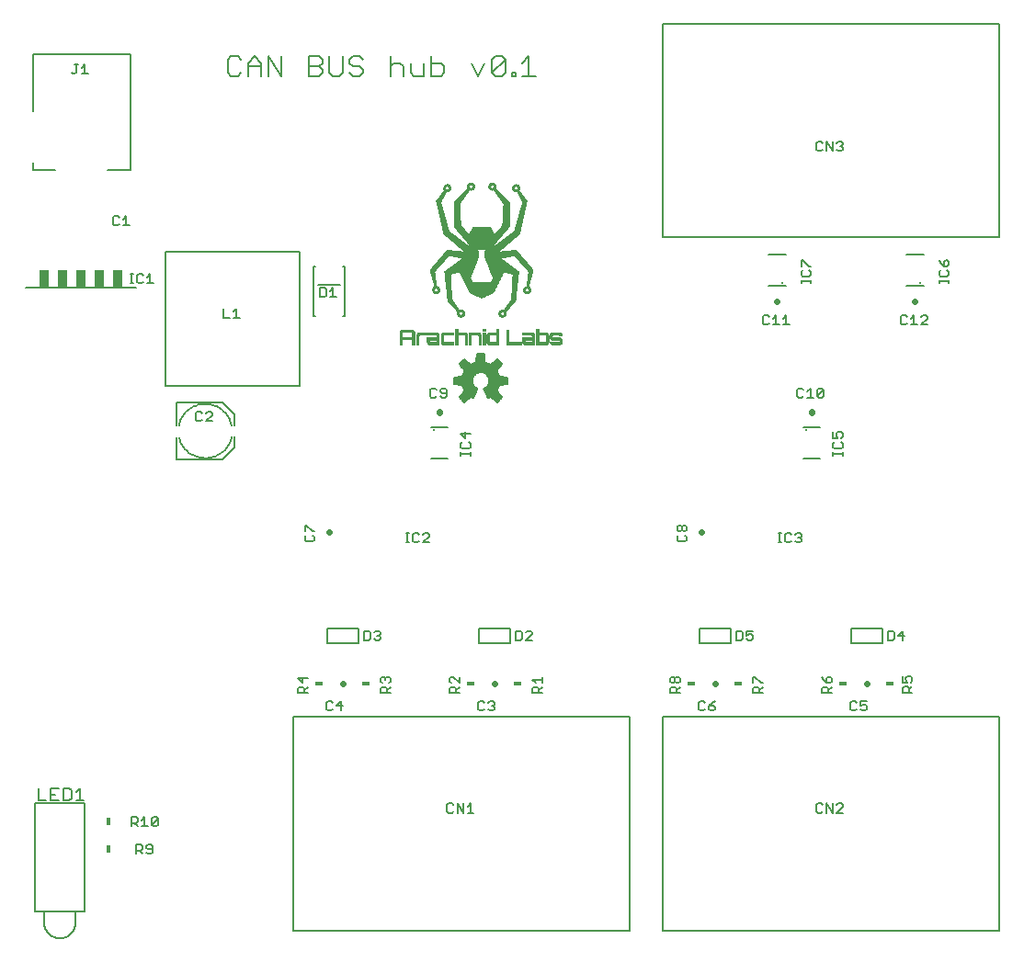
<source format=gto>
G75*
G70*
%OFA0B0*%
%FSLAX24Y24*%
%IPPOS*%
%LPD*%
%AMOC8*
5,1,8,0,0,1.08239X$1,22.5*
%
%ADD10C,0.0080*%
%ADD11C,0.0060*%
%ADD12R,0.0380X0.0660*%
%ADD13C,0.0050*%
%ADD14C,0.0079*%
%ADD15R,0.0300X0.0180*%
%ADD16C,0.0220*%
%ADD17R,0.0180X0.0300*%
%ADD18C,0.0000*%
%ADD19C,0.0001*%
%ADD20C,0.0059*%
D10*
X003104Y005139D02*
X003384Y005139D01*
X003564Y005139D02*
X003844Y005139D01*
X004025Y005139D02*
X004025Y005560D01*
X004235Y005560D01*
X004305Y005490D01*
X004305Y005209D01*
X004235Y005139D01*
X004025Y005139D01*
X003704Y005350D02*
X003564Y005350D01*
X003564Y005560D02*
X003564Y005139D01*
X003564Y005560D02*
X003844Y005560D01*
X004485Y005420D02*
X004625Y005560D01*
X004625Y005139D01*
X004485Y005139D02*
X004765Y005139D01*
X003104Y005139D02*
X003104Y005560D01*
X008126Y017487D02*
X008126Y018314D01*
X008126Y018747D02*
X008126Y019574D01*
X009780Y019574D01*
X010213Y019141D01*
X010213Y018747D01*
X010213Y018334D02*
X010213Y017920D01*
X009780Y017487D01*
X008126Y017487D01*
X008205Y018747D02*
X008220Y018806D01*
X008238Y018863D01*
X008260Y018920D01*
X008285Y018975D01*
X008314Y019028D01*
X008346Y019080D01*
X008381Y019129D01*
X008419Y019176D01*
X008460Y019221D01*
X008504Y019263D01*
X008550Y019302D01*
X008598Y019338D01*
X008649Y019372D01*
X008702Y019402D01*
X008756Y019428D01*
X008812Y019452D01*
X008869Y019471D01*
X008928Y019487D01*
X008987Y019500D01*
X009047Y019509D01*
X009107Y019514D01*
X009168Y019515D01*
X009229Y019512D01*
X009289Y019506D01*
X009349Y019496D01*
X009408Y019482D01*
X009466Y019465D01*
X009523Y019444D01*
X009578Y019420D01*
X009632Y019392D01*
X009684Y019361D01*
X009734Y019327D01*
X009782Y019289D01*
X009827Y019249D01*
X009870Y019206D01*
X009910Y019161D01*
X009947Y019113D01*
X009981Y019063D01*
X010012Y019011D01*
X010039Y018957D01*
X010064Y018901D01*
X010084Y018844D01*
X010101Y018786D01*
X010115Y018727D01*
X010134Y018333D02*
X010119Y018273D01*
X010101Y018214D01*
X010078Y018156D01*
X010052Y018099D01*
X010023Y018045D01*
X009990Y017992D01*
X009954Y017941D01*
X009915Y017893D01*
X009873Y017847D01*
X009828Y017805D01*
X009781Y017764D01*
X009731Y017728D01*
X009679Y017694D01*
X009625Y017663D01*
X009569Y017636D01*
X009511Y017613D01*
X009452Y017593D01*
X009392Y017577D01*
X009332Y017565D01*
X009270Y017556D01*
X009208Y017552D01*
X009146Y017551D01*
X009084Y017554D01*
X009022Y017562D01*
X008961Y017573D01*
X008901Y017587D01*
X008842Y017606D01*
X008784Y017628D01*
X008727Y017654D01*
X008673Y017683D01*
X008620Y017716D01*
X008569Y017752D01*
X008521Y017791D01*
X008475Y017833D01*
X008432Y017878D01*
X008392Y017925D01*
X008355Y017975D01*
X008321Y018027D01*
X008291Y018081D01*
X008264Y018137D01*
X008240Y018195D01*
X008220Y018254D01*
X008204Y018314D01*
X013079Y022704D02*
X013079Y024515D01*
X013138Y024515D01*
X013256Y023845D02*
X014044Y023845D01*
X014162Y024515D02*
X014221Y024515D01*
X014221Y022704D01*
X014162Y022704D01*
X013138Y022704D02*
X013079Y022704D01*
X006656Y023743D02*
X002644Y023743D01*
X002906Y027999D02*
X002906Y028275D01*
X002906Y027999D02*
X003733Y027999D01*
X005622Y027999D02*
X006449Y027999D01*
X006449Y032212D01*
X002906Y032212D01*
X002906Y030125D01*
X009981Y031519D02*
X010101Y031399D01*
X010341Y031399D01*
X010462Y031519D01*
X010718Y031399D02*
X010718Y031880D01*
X010958Y032120D01*
X011198Y031880D01*
X011198Y031399D01*
X011454Y031399D02*
X011454Y032120D01*
X011935Y031399D01*
X011935Y032120D01*
X011198Y031760D02*
X010718Y031760D01*
X010462Y032000D02*
X010341Y032120D01*
X010101Y032120D01*
X009981Y032000D01*
X009981Y031519D01*
X012928Y031399D02*
X013288Y031399D01*
X013408Y031519D01*
X013408Y031639D01*
X013288Y031760D01*
X012928Y031760D01*
X012928Y032120D02*
X012928Y031399D01*
X013288Y031760D02*
X013408Y031880D01*
X013408Y032000D01*
X013288Y032120D01*
X012928Y032120D01*
X013664Y032120D02*
X013664Y031519D01*
X013784Y031399D01*
X014025Y031399D01*
X014145Y031519D01*
X014145Y032120D01*
X014401Y032000D02*
X014401Y031880D01*
X014521Y031760D01*
X014761Y031760D01*
X014881Y031639D01*
X014881Y031519D01*
X014761Y031399D01*
X014521Y031399D01*
X014401Y031519D01*
X014401Y032000D02*
X014521Y032120D01*
X014761Y032120D01*
X014881Y032000D01*
X015874Y032120D02*
X015874Y031399D01*
X015874Y031760D02*
X015994Y031880D01*
X016234Y031880D01*
X016355Y031760D01*
X016355Y031399D01*
X016611Y031519D02*
X016731Y031399D01*
X017091Y031399D01*
X017091Y031880D01*
X017347Y031880D02*
X017708Y031880D01*
X017828Y031760D01*
X017828Y031519D01*
X017708Y031399D01*
X017347Y031399D01*
X017347Y032120D01*
X016611Y031880D02*
X016611Y031519D01*
X018821Y031880D02*
X019061Y031399D01*
X019301Y031880D01*
X019557Y032000D02*
X019677Y032120D01*
X019918Y032120D01*
X020038Y032000D01*
X019557Y031519D01*
X019677Y031399D01*
X019918Y031399D01*
X020038Y031519D01*
X020038Y032000D01*
X019557Y032000D02*
X019557Y031519D01*
X020294Y031519D02*
X020414Y031519D01*
X020414Y031399D01*
X020294Y031399D01*
X020294Y031519D01*
X020662Y031399D02*
X021143Y031399D01*
X020902Y031399D02*
X020902Y032120D01*
X020662Y031880D01*
D11*
X029593Y024919D02*
X030207Y024919D01*
X030780Y024739D02*
X030836Y024739D01*
X031063Y024512D01*
X031120Y024512D01*
X031063Y024371D02*
X031120Y024314D01*
X031120Y024200D01*
X031063Y024144D01*
X030836Y024144D01*
X030780Y024200D01*
X030780Y024314D01*
X030836Y024371D01*
X030780Y024512D02*
X030780Y024739D01*
X030780Y024012D02*
X030780Y023898D01*
X030780Y023955D02*
X031120Y023955D01*
X031120Y023898D02*
X031120Y024012D01*
X030207Y023799D02*
X029593Y023799D01*
X029548Y022730D02*
X029434Y022730D01*
X029378Y022673D01*
X029378Y022446D01*
X029434Y022389D01*
X029548Y022389D01*
X029604Y022446D01*
X029746Y022389D02*
X029973Y022389D01*
X029859Y022389D02*
X029859Y022730D01*
X029746Y022616D01*
X029604Y022673D02*
X029548Y022730D01*
X030114Y022616D02*
X030228Y022730D01*
X030228Y022389D01*
X030341Y022389D02*
X030114Y022389D01*
X030684Y020080D02*
X030628Y020023D01*
X030628Y019796D01*
X030684Y019739D01*
X030798Y019739D01*
X030854Y019796D01*
X030996Y019739D02*
X031223Y019739D01*
X031109Y019739D02*
X031109Y020080D01*
X030996Y019966D01*
X030854Y020023D02*
X030798Y020080D01*
X030684Y020080D01*
X031364Y020023D02*
X031364Y019796D01*
X031591Y020023D01*
X031591Y019796D01*
X031534Y019739D01*
X031421Y019739D01*
X031364Y019796D01*
X031364Y020023D02*
X031421Y020080D01*
X031534Y020080D01*
X031591Y020023D01*
X031457Y018669D02*
X030843Y018669D01*
X031930Y018489D02*
X031930Y018262D01*
X032100Y018262D01*
X032043Y018375D01*
X032043Y018432D01*
X032100Y018489D01*
X032213Y018489D01*
X032270Y018432D01*
X032270Y018319D01*
X032213Y018262D01*
X032213Y018121D02*
X032270Y018064D01*
X032270Y017950D01*
X032213Y017894D01*
X031986Y017894D01*
X031930Y017950D01*
X031930Y018064D01*
X031986Y018121D01*
X031930Y017762D02*
X031930Y017648D01*
X031930Y017705D02*
X032270Y017705D01*
X032270Y017648D02*
X032270Y017762D01*
X031457Y017549D02*
X030843Y017549D01*
X030723Y014830D02*
X030609Y014830D01*
X030553Y014773D01*
X030411Y014773D02*
X030355Y014830D01*
X030241Y014830D01*
X030184Y014773D01*
X030184Y014546D01*
X030241Y014489D01*
X030355Y014489D01*
X030411Y014546D01*
X030553Y014546D02*
X030609Y014489D01*
X030723Y014489D01*
X030780Y014546D01*
X030780Y014603D01*
X030723Y014659D01*
X030666Y014659D01*
X030723Y014659D02*
X030780Y014716D01*
X030780Y014773D01*
X030723Y014830D01*
X030052Y014830D02*
X029939Y014830D01*
X029996Y014830D02*
X029996Y014489D01*
X030052Y014489D02*
X029939Y014489D01*
X026620Y014578D02*
X026563Y014521D01*
X026336Y014521D01*
X026280Y014578D01*
X026280Y014691D01*
X026336Y014748D01*
X026336Y014889D02*
X026393Y014889D01*
X026450Y014946D01*
X026450Y015059D01*
X026507Y015116D01*
X026563Y015116D01*
X026620Y015059D01*
X026620Y014946D01*
X026563Y014889D01*
X026507Y014889D01*
X026450Y014946D01*
X026450Y015059D02*
X026393Y015116D01*
X026336Y015116D01*
X026280Y015059D01*
X026280Y014946D01*
X026336Y014889D01*
X026563Y014748D02*
X026620Y014691D01*
X026620Y014578D01*
X027090Y011369D02*
X028210Y011369D01*
X028210Y010849D01*
X027090Y010849D01*
X027090Y011369D01*
X028412Y011280D02*
X028412Y010939D01*
X028582Y010939D01*
X028639Y010996D01*
X028639Y011223D01*
X028582Y011280D01*
X028412Y011280D01*
X028780Y011280D02*
X028780Y011109D01*
X028893Y011166D01*
X028950Y011166D01*
X029007Y011109D01*
X029007Y010996D01*
X028950Y010939D01*
X028837Y010939D01*
X028780Y010996D01*
X028780Y011280D02*
X029007Y011280D01*
X029030Y009616D02*
X029086Y009616D01*
X029313Y009389D01*
X029370Y009389D01*
X029370Y009248D02*
X029257Y009134D01*
X029257Y009191D02*
X029257Y009021D01*
X029370Y009021D02*
X029030Y009021D01*
X029030Y009191D01*
X029086Y009248D01*
X029200Y009248D01*
X029257Y009191D01*
X029030Y009389D02*
X029030Y009616D01*
X027657Y008730D02*
X027543Y008673D01*
X027430Y008559D01*
X027600Y008559D01*
X027657Y008503D01*
X027657Y008446D01*
X027600Y008389D01*
X027487Y008389D01*
X027430Y008446D01*
X027430Y008559D01*
X027289Y008446D02*
X027232Y008389D01*
X027118Y008389D01*
X027062Y008446D01*
X027062Y008673D01*
X027118Y008730D01*
X027232Y008730D01*
X027289Y008673D01*
X026370Y009021D02*
X026030Y009021D01*
X026030Y009191D01*
X026086Y009248D01*
X026200Y009248D01*
X026257Y009191D01*
X026257Y009021D01*
X026257Y009134D02*
X026370Y009248D01*
X026313Y009389D02*
X026257Y009389D01*
X026200Y009446D01*
X026200Y009559D01*
X026257Y009616D01*
X026313Y009616D01*
X026370Y009559D01*
X026370Y009446D01*
X026313Y009389D01*
X026200Y009446D02*
X026143Y009389D01*
X026086Y009389D01*
X026030Y009446D01*
X026030Y009559D01*
X026086Y009616D01*
X026143Y009616D01*
X026200Y009559D01*
X021370Y009503D02*
X021030Y009503D01*
X021143Y009389D01*
X021086Y009248D02*
X021200Y009248D01*
X021257Y009191D01*
X021257Y009021D01*
X021370Y009021D02*
X021030Y009021D01*
X021030Y009191D01*
X021086Y009248D01*
X021257Y009134D02*
X021370Y009248D01*
X021370Y009389D02*
X021370Y009616D01*
X021007Y010939D02*
X020780Y010939D01*
X021007Y011166D01*
X021007Y011223D01*
X020950Y011280D01*
X020837Y011280D01*
X020780Y011223D01*
X020639Y011223D02*
X020639Y010996D01*
X020582Y010939D01*
X020412Y010939D01*
X020412Y011280D01*
X020582Y011280D01*
X020639Y011223D01*
X020210Y011369D02*
X020210Y010849D01*
X019090Y010849D01*
X019090Y011369D01*
X020210Y011369D01*
X018370Y009616D02*
X018370Y009389D01*
X018143Y009616D01*
X018086Y009616D01*
X018030Y009559D01*
X018030Y009446D01*
X018086Y009389D01*
X018086Y009248D02*
X018200Y009248D01*
X018257Y009191D01*
X018257Y009021D01*
X018370Y009021D02*
X018030Y009021D01*
X018030Y009191D01*
X018086Y009248D01*
X018257Y009134D02*
X018370Y009248D01*
X019062Y008673D02*
X019062Y008446D01*
X019118Y008389D01*
X019232Y008389D01*
X019289Y008446D01*
X019430Y008446D02*
X019487Y008389D01*
X019600Y008389D01*
X019657Y008446D01*
X019657Y008503D01*
X019600Y008559D01*
X019543Y008559D01*
X019600Y008559D02*
X019657Y008616D01*
X019657Y008673D01*
X019600Y008730D01*
X019487Y008730D01*
X019430Y008673D01*
X019289Y008673D02*
X019232Y008730D01*
X019118Y008730D01*
X019062Y008673D01*
X015870Y009021D02*
X015530Y009021D01*
X015530Y009191D01*
X015586Y009248D01*
X015700Y009248D01*
X015757Y009191D01*
X015757Y009021D01*
X015757Y009134D02*
X015870Y009248D01*
X015813Y009389D02*
X015870Y009446D01*
X015870Y009559D01*
X015813Y009616D01*
X015757Y009616D01*
X015700Y009559D01*
X015700Y009503D01*
X015700Y009559D02*
X015643Y009616D01*
X015586Y009616D01*
X015530Y009559D01*
X015530Y009446D01*
X015586Y009389D01*
X014100Y008730D02*
X014100Y008389D01*
X014157Y008559D02*
X013930Y008559D01*
X014100Y008730D01*
X013789Y008673D02*
X013732Y008730D01*
X013618Y008730D01*
X013562Y008673D01*
X013562Y008446D01*
X013618Y008389D01*
X013732Y008389D01*
X013789Y008446D01*
X012870Y009021D02*
X012530Y009021D01*
X012530Y009191D01*
X012586Y009248D01*
X012700Y009248D01*
X012757Y009191D01*
X012757Y009021D01*
X012757Y009134D02*
X012870Y009248D01*
X012700Y009389D02*
X012700Y009616D01*
X012870Y009559D02*
X012530Y009559D01*
X012700Y009389D01*
X013590Y010849D02*
X014710Y010849D01*
X014710Y011369D01*
X013590Y011369D01*
X013590Y010849D01*
X014912Y010939D02*
X015082Y010939D01*
X015139Y010996D01*
X015139Y011223D01*
X015082Y011280D01*
X014912Y011280D01*
X014912Y010939D01*
X015280Y010996D02*
X015337Y010939D01*
X015450Y010939D01*
X015507Y010996D01*
X015507Y011053D01*
X015450Y011109D01*
X015393Y011109D01*
X015450Y011109D02*
X015507Y011166D01*
X015507Y011223D01*
X015450Y011280D01*
X015337Y011280D01*
X015280Y011223D01*
X016439Y014489D02*
X016552Y014489D01*
X016496Y014489D02*
X016496Y014830D01*
X016552Y014830D02*
X016439Y014830D01*
X016684Y014773D02*
X016684Y014546D01*
X016741Y014489D01*
X016855Y014489D01*
X016911Y014546D01*
X017053Y014489D02*
X017280Y014716D01*
X017280Y014773D01*
X017223Y014830D01*
X017109Y014830D01*
X017053Y014773D01*
X016911Y014773D02*
X016855Y014830D01*
X016741Y014830D01*
X016684Y014773D01*
X017053Y014489D02*
X017280Y014489D01*
X017343Y017549D02*
X017957Y017549D01*
X018430Y017648D02*
X018430Y017762D01*
X018430Y017705D02*
X018770Y017705D01*
X018770Y017648D02*
X018770Y017762D01*
X018713Y017894D02*
X018770Y017950D01*
X018770Y018064D01*
X018713Y018121D01*
X018600Y018262D02*
X018600Y018489D01*
X018770Y018432D02*
X018430Y018432D01*
X018600Y018262D01*
X018486Y018121D02*
X018430Y018064D01*
X018430Y017950D01*
X018486Y017894D01*
X018713Y017894D01*
X017957Y018669D02*
X017343Y018669D01*
X017368Y019739D02*
X017482Y019739D01*
X017539Y019796D01*
X017680Y019796D02*
X017737Y019739D01*
X017850Y019739D01*
X017907Y019796D01*
X017907Y020023D01*
X017850Y020080D01*
X017737Y020080D01*
X017680Y020023D01*
X017680Y019966D01*
X017737Y019909D01*
X017907Y019909D01*
X017539Y020023D02*
X017482Y020080D01*
X017368Y020080D01*
X017312Y020023D01*
X017312Y019796D01*
X017368Y019739D01*
X013907Y023389D02*
X013680Y023389D01*
X013793Y023389D02*
X013793Y023730D01*
X013680Y023616D01*
X013539Y023673D02*
X013482Y023730D01*
X013312Y023730D01*
X013312Y023389D01*
X013482Y023389D01*
X013539Y023446D01*
X013539Y023673D01*
X010407Y022639D02*
X010180Y022639D01*
X010293Y022639D02*
X010293Y022980D01*
X010180Y022866D01*
X010039Y022639D02*
X009812Y022639D01*
X009812Y022980D01*
X007280Y023889D02*
X007053Y023889D01*
X007166Y023889D02*
X007166Y024230D01*
X007053Y024116D01*
X006911Y024173D02*
X006855Y024230D01*
X006741Y024230D01*
X006684Y024173D01*
X006684Y023946D01*
X006741Y023889D01*
X006855Y023889D01*
X006911Y023946D01*
X006552Y023889D02*
X006439Y023889D01*
X006496Y023889D02*
X006496Y024230D01*
X006552Y024230D02*
X006439Y024230D01*
X006407Y025989D02*
X006180Y025989D01*
X006293Y025989D02*
X006293Y026330D01*
X006180Y026216D01*
X006039Y026273D02*
X005982Y026330D01*
X005868Y026330D01*
X005812Y026273D01*
X005812Y026046D01*
X005868Y025989D01*
X005982Y025989D01*
X006039Y026046D01*
X004907Y031489D02*
X004680Y031489D01*
X004793Y031489D02*
X004793Y031830D01*
X004680Y031716D01*
X004539Y031830D02*
X004425Y031830D01*
X004482Y031830D02*
X004482Y031546D01*
X004425Y031489D01*
X004368Y031489D01*
X004312Y031546D01*
X008868Y019230D02*
X008812Y019173D01*
X008812Y018946D01*
X008868Y018889D01*
X008982Y018889D01*
X009039Y018946D01*
X009180Y018889D02*
X009407Y019116D01*
X009407Y019173D01*
X009350Y019230D01*
X009237Y019230D01*
X009180Y019173D01*
X009039Y019173D02*
X008982Y019230D01*
X008868Y019230D01*
X009180Y018889D02*
X009407Y018889D01*
X012780Y015116D02*
X012836Y015116D01*
X013063Y014889D01*
X013120Y014889D01*
X013063Y014748D02*
X013120Y014691D01*
X013120Y014578D01*
X013063Y014521D01*
X012836Y014521D01*
X012780Y014578D01*
X012780Y014691D01*
X012836Y014748D01*
X012780Y014889D02*
X012780Y015116D01*
X017991Y005023D02*
X017935Y004966D01*
X017935Y004739D01*
X017991Y004683D01*
X018105Y004683D01*
X018161Y004739D01*
X018303Y004683D02*
X018303Y005023D01*
X018530Y004683D01*
X018530Y005023D01*
X018671Y004909D02*
X018785Y005023D01*
X018785Y004683D01*
X018898Y004683D02*
X018671Y004683D01*
X018161Y004966D02*
X018105Y005023D01*
X017991Y005023D01*
X007441Y004473D02*
X007214Y004246D01*
X007271Y004189D01*
X007384Y004189D01*
X007441Y004246D01*
X007441Y004473D01*
X007384Y004530D01*
X007271Y004530D01*
X007214Y004473D01*
X007214Y004246D01*
X007073Y004189D02*
X006846Y004189D01*
X006959Y004189D02*
X006959Y004530D01*
X006846Y004416D01*
X006704Y004359D02*
X006648Y004303D01*
X006478Y004303D01*
X006591Y004303D02*
X006704Y004189D01*
X006704Y004359D02*
X006704Y004473D01*
X006648Y004530D01*
X006478Y004530D01*
X006478Y004189D01*
X006662Y003530D02*
X006832Y003530D01*
X006889Y003473D01*
X006889Y003359D01*
X006832Y003303D01*
X006662Y003303D01*
X006775Y003303D02*
X006889Y003189D01*
X007030Y003246D02*
X007087Y003189D01*
X007200Y003189D01*
X007257Y003246D01*
X007257Y003473D01*
X007200Y003530D01*
X007087Y003530D01*
X007030Y003473D01*
X007030Y003416D01*
X007087Y003359D01*
X007257Y003359D01*
X006662Y003189D02*
X006662Y003530D01*
X031320Y004739D02*
X031377Y004683D01*
X031491Y004683D01*
X031547Y004739D01*
X031689Y004683D02*
X031689Y005023D01*
X031916Y004683D01*
X031916Y005023D01*
X032057Y004966D02*
X032114Y005023D01*
X032227Y005023D01*
X032284Y004966D01*
X032284Y004909D01*
X032057Y004683D01*
X032284Y004683D01*
X031547Y004966D02*
X031491Y005023D01*
X031377Y005023D01*
X031320Y004966D01*
X031320Y004739D01*
X032618Y008389D02*
X032732Y008389D01*
X032789Y008446D01*
X032930Y008446D02*
X032987Y008389D01*
X033100Y008389D01*
X033157Y008446D01*
X033157Y008559D01*
X033100Y008616D01*
X033043Y008616D01*
X032930Y008559D01*
X032930Y008730D01*
X033157Y008730D01*
X032789Y008673D02*
X032732Y008730D01*
X032618Y008730D01*
X032562Y008673D01*
X032562Y008446D01*
X032618Y008389D01*
X031870Y009021D02*
X031530Y009021D01*
X031530Y009191D01*
X031586Y009248D01*
X031700Y009248D01*
X031757Y009191D01*
X031757Y009021D01*
X031757Y009134D02*
X031870Y009248D01*
X031813Y009389D02*
X031870Y009446D01*
X031870Y009559D01*
X031813Y009616D01*
X031757Y009616D01*
X031700Y009559D01*
X031700Y009389D01*
X031813Y009389D01*
X031700Y009389D02*
X031586Y009503D01*
X031530Y009616D01*
X032590Y010849D02*
X033710Y010849D01*
X033710Y011369D01*
X032590Y011369D01*
X032590Y010849D01*
X033912Y010939D02*
X034082Y010939D01*
X034139Y010996D01*
X034139Y011223D01*
X034082Y011280D01*
X033912Y011280D01*
X033912Y010939D01*
X034280Y011109D02*
X034450Y011280D01*
X034450Y010939D01*
X034507Y011109D02*
X034280Y011109D01*
X034455Y009641D02*
X034455Y009414D01*
X034625Y009414D01*
X034568Y009528D01*
X034568Y009584D01*
X034625Y009641D01*
X034738Y009641D01*
X034795Y009584D01*
X034795Y009471D01*
X034738Y009414D01*
X034795Y009273D02*
X034682Y009159D01*
X034682Y009216D02*
X034682Y009046D01*
X034795Y009046D02*
X034455Y009046D01*
X034455Y009216D01*
X034511Y009273D01*
X034625Y009273D01*
X034682Y009216D01*
X034746Y022389D02*
X034973Y022389D01*
X034859Y022389D02*
X034859Y022730D01*
X034746Y022616D01*
X034604Y022673D02*
X034548Y022730D01*
X034434Y022730D01*
X034378Y022673D01*
X034378Y022446D01*
X034434Y022389D01*
X034548Y022389D01*
X034604Y022446D01*
X035114Y022389D02*
X035341Y022616D01*
X035341Y022673D01*
X035284Y022730D01*
X035171Y022730D01*
X035114Y022673D01*
X035114Y022389D02*
X035341Y022389D01*
X035207Y023799D02*
X034593Y023799D01*
X034593Y024919D02*
X035207Y024919D01*
X035780Y024739D02*
X035836Y024625D01*
X035950Y024512D01*
X035950Y024682D01*
X036007Y024739D01*
X036063Y024739D01*
X036120Y024682D01*
X036120Y024569D01*
X036063Y024512D01*
X035950Y024512D01*
X036063Y024371D02*
X036120Y024314D01*
X036120Y024200D01*
X036063Y024144D01*
X035836Y024144D01*
X035780Y024200D01*
X035780Y024314D01*
X035836Y024371D01*
X035780Y024012D02*
X035780Y023898D01*
X035780Y023955D02*
X036120Y023955D01*
X036120Y023898D02*
X036120Y024012D01*
X032227Y028692D02*
X032114Y028692D01*
X032057Y028749D01*
X031916Y028692D02*
X031916Y029032D01*
X032057Y028976D02*
X032114Y029032D01*
X032227Y029032D01*
X032284Y028976D01*
X032284Y028919D01*
X032227Y028862D01*
X032284Y028805D01*
X032284Y028749D01*
X032227Y028692D01*
X032227Y028862D02*
X032171Y028862D01*
X031916Y028692D02*
X031689Y029032D01*
X031689Y028692D01*
X031547Y028749D02*
X031491Y028692D01*
X031377Y028692D01*
X031320Y028749D01*
X031320Y028976D01*
X031377Y029032D01*
X031491Y029032D01*
X031547Y028976D01*
D12*
X005990Y024039D03*
X005320Y024039D03*
X004650Y024039D03*
X003980Y024039D03*
X003310Y024039D03*
D13*
X003319Y001109D02*
X002985Y001109D01*
X002985Y005046D01*
X004796Y005046D01*
X004796Y001109D01*
X004461Y001109D01*
X004461Y000696D01*
X004461Y001109D02*
X003319Y001109D01*
X003319Y000696D01*
X003321Y000651D01*
X003326Y000607D01*
X003335Y000563D01*
X003347Y000520D01*
X003362Y000477D01*
X003381Y000437D01*
X003403Y000398D01*
X003428Y000360D01*
X003456Y000325D01*
X003486Y000292D01*
X003519Y000262D01*
X003554Y000234D01*
X003592Y000209D01*
X003631Y000187D01*
X003671Y000168D01*
X003714Y000153D01*
X003757Y000141D01*
X003801Y000132D01*
X003845Y000127D01*
X003890Y000125D01*
X003935Y000127D01*
X003979Y000132D01*
X004023Y000141D01*
X004066Y000153D01*
X004109Y000168D01*
X004149Y000187D01*
X004188Y000209D01*
X004226Y000234D01*
X004261Y000262D01*
X004294Y000292D01*
X004324Y000325D01*
X004352Y000360D01*
X004377Y000398D01*
X004399Y000437D01*
X004418Y000477D01*
X004433Y000520D01*
X004445Y000563D01*
X004454Y000607D01*
X004459Y000651D01*
X004461Y000696D01*
X012355Y000401D02*
X012355Y008153D01*
X024559Y008153D01*
X024559Y000401D01*
X012355Y000401D01*
X025741Y000401D02*
X025741Y008153D01*
X037945Y008153D01*
X037945Y000401D01*
X025741Y000401D01*
X012591Y020168D02*
X007709Y020168D01*
X007709Y025050D01*
X012591Y025050D01*
X012591Y020168D01*
X025741Y025562D02*
X025741Y033314D01*
X037945Y033314D01*
X037945Y025562D01*
X025741Y025562D01*
D14*
X030097Y023906D03*
X035097Y023906D03*
X030953Y018562D03*
X017453Y018562D03*
D15*
X018800Y009359D03*
X020500Y009359D03*
X015000Y009359D03*
X013300Y009359D03*
X026800Y009359D03*
X028500Y009359D03*
X032300Y009359D03*
X034000Y009359D03*
D16*
X033162Y009359D02*
X033138Y009359D01*
X027662Y009359D02*
X027638Y009359D01*
X027162Y014859D02*
X027138Y014859D01*
X031150Y019197D02*
X031150Y019221D01*
X029900Y023222D02*
X029900Y023246D01*
X034900Y023246D02*
X034900Y023222D01*
X019662Y009359D02*
X019638Y009359D01*
X014162Y009359D02*
X014138Y009359D01*
X013662Y014859D02*
X013638Y014859D01*
X017650Y019197D02*
X017650Y019221D01*
D17*
X005650Y004359D03*
X005650Y003359D03*
D18*
X016213Y021674D02*
X016292Y021674D01*
X016292Y021859D01*
X016473Y021859D01*
X016516Y021859D01*
X016516Y021899D01*
X016516Y021938D01*
X016662Y021938D01*
X016662Y022107D01*
X016658Y022119D01*
X016646Y022123D01*
X016516Y022123D01*
X016516Y022206D01*
X016646Y022206D01*
X016681Y022198D01*
X016713Y022174D01*
X016737Y022147D01*
X016741Y022107D01*
X016741Y021674D01*
X016662Y021674D01*
X016662Y021859D01*
X016516Y021859D01*
X016516Y021938D01*
X016292Y021938D01*
X016292Y022107D01*
X016296Y022119D01*
X016307Y022123D01*
X016516Y022123D01*
X016516Y022206D01*
X016307Y022206D01*
X016272Y022198D01*
X016241Y022174D01*
X016217Y022147D01*
X016213Y022107D01*
X016213Y021674D01*
X016823Y021674D02*
X016823Y022005D01*
X016831Y022040D01*
X016851Y022072D01*
X016882Y022095D01*
X016918Y022099D01*
X017158Y022099D01*
X017158Y022021D01*
X016918Y022021D01*
X016906Y022017D01*
X016902Y022005D01*
X016902Y021674D01*
X016823Y021674D01*
X017205Y021733D02*
X017229Y021702D01*
X017260Y021682D01*
X017296Y021674D01*
X017449Y021674D01*
X017437Y021702D01*
X017430Y021729D01*
X017430Y021753D01*
X017296Y021753D01*
X017284Y021757D01*
X017280Y021769D01*
X017280Y021847D01*
X017422Y021847D01*
X017422Y021887D01*
X017422Y021926D01*
X017201Y021926D01*
X017201Y021769D01*
X017205Y021733D01*
X017430Y021729D02*
X017437Y021702D01*
X017449Y021674D01*
X017630Y021674D01*
X017634Y021682D01*
X017634Y021674D01*
X017630Y021674D01*
X017634Y021682D01*
X017634Y022005D01*
X017626Y022040D01*
X017607Y022072D01*
X017575Y022095D01*
X017540Y022099D01*
X017496Y022099D01*
X017453Y022099D01*
X017441Y022072D01*
X017430Y022036D01*
X017430Y022021D01*
X017201Y022021D01*
X017201Y022099D01*
X017453Y022099D01*
X017441Y022072D01*
X017430Y022036D01*
X017430Y022021D01*
X017540Y022021D01*
X017552Y022017D01*
X017556Y022005D01*
X017556Y021926D01*
X017422Y021926D01*
X017422Y021847D01*
X017556Y021847D01*
X017556Y021753D01*
X017430Y021753D01*
X017430Y021729D01*
X017709Y021769D02*
X017709Y022005D01*
X017717Y022040D01*
X017737Y022072D01*
X017768Y022095D01*
X017804Y022099D01*
X018142Y022099D01*
X018142Y022021D01*
X017804Y022021D01*
X017796Y022017D01*
X017788Y022005D01*
X017788Y021769D01*
X017796Y021757D01*
X017804Y021753D01*
X018142Y021753D01*
X018142Y021674D01*
X017804Y021674D01*
X017768Y021682D01*
X017737Y021702D01*
X017717Y021733D01*
X017709Y021769D01*
X018225Y021674D02*
X018225Y022241D01*
X018304Y022241D01*
X018304Y022099D01*
X018512Y022099D01*
X018563Y022099D01*
X018599Y022095D01*
X018630Y022072D01*
X018650Y022040D01*
X018658Y022005D01*
X018658Y021674D01*
X018579Y021674D01*
X018579Y022005D01*
X018575Y022017D01*
X018563Y022021D01*
X018319Y022021D01*
X018307Y022017D01*
X018304Y022005D01*
X018304Y021674D01*
X018225Y021674D01*
X018717Y021674D02*
X018717Y022099D01*
X019004Y022099D01*
X019056Y022099D01*
X019091Y022095D01*
X019122Y022072D01*
X019142Y022040D01*
X019150Y022005D01*
X019150Y021674D01*
X019071Y021674D01*
X019071Y022005D01*
X019067Y022017D01*
X019056Y022021D01*
X018811Y022021D01*
X018800Y022017D01*
X018796Y022005D01*
X018796Y021674D01*
X018717Y021674D01*
X019225Y021674D02*
X019264Y021674D01*
X019307Y021674D01*
X019307Y022099D01*
X019225Y022099D01*
X019225Y021674D01*
X019363Y021733D02*
X019386Y021702D01*
X019418Y021682D01*
X019453Y021674D01*
X019567Y021674D01*
X019552Y021706D01*
X019536Y021737D01*
X019536Y021753D01*
X019453Y021753D01*
X019441Y021757D01*
X019437Y021769D01*
X019437Y022005D01*
X019441Y022017D01*
X019453Y022021D01*
X019524Y022021D01*
X019524Y022060D01*
X019524Y022099D01*
X019453Y022099D01*
X019418Y022095D01*
X019386Y022072D01*
X019363Y022040D01*
X019359Y022005D01*
X019359Y021769D01*
X019363Y021733D01*
X019536Y021737D02*
X019552Y021706D01*
X019567Y021674D01*
X019792Y021674D01*
X019792Y022241D01*
X019713Y022241D01*
X019713Y022099D01*
X019571Y022099D01*
X019524Y022099D01*
X019524Y022021D01*
X019697Y022021D01*
X019705Y022017D01*
X019713Y022005D01*
X019713Y021769D01*
X019705Y021757D01*
X019697Y021753D01*
X019536Y021753D01*
X019536Y021737D01*
X019307Y022162D02*
X019225Y022162D01*
X019225Y022202D01*
X019225Y022241D01*
X019307Y022241D01*
X019307Y022162D01*
X019823Y022729D02*
X019855Y022702D01*
X019894Y022682D01*
X019906Y022721D01*
X019910Y022737D01*
X019867Y022761D01*
X019851Y022808D01*
X019867Y022847D01*
X019906Y022871D01*
X019906Y022875D01*
X019898Y022903D01*
X019886Y022926D01*
X019851Y022910D01*
X019823Y022883D01*
X019804Y022847D01*
X019796Y022808D01*
X019804Y022765D01*
X019823Y022729D01*
X019906Y022721D02*
X019894Y022682D01*
X019926Y022678D01*
X019973Y022686D01*
X020016Y022714D01*
X020044Y022757D01*
X020052Y022808D01*
X020048Y022840D01*
X020036Y022875D01*
X020071Y022910D01*
X020107Y022950D01*
X020142Y022989D01*
X020178Y023025D01*
X020213Y023064D01*
X020252Y023099D01*
X020288Y023139D01*
X020323Y023178D01*
X020359Y023214D01*
X020394Y023253D01*
X020402Y023304D01*
X020406Y023355D01*
X020410Y023403D01*
X020418Y023454D01*
X020422Y023505D01*
X020430Y023556D01*
X020433Y023607D01*
X020441Y023658D01*
X020445Y023710D01*
X020449Y023761D01*
X020457Y023812D01*
X020461Y023863D01*
X020469Y023910D01*
X020473Y023962D01*
X020477Y024013D01*
X020485Y024064D01*
X020489Y024115D01*
X020496Y024166D01*
X020500Y024218D01*
X020508Y024269D01*
X020512Y024320D01*
X020469Y024347D01*
X020430Y024379D01*
X020386Y024410D01*
X020347Y024442D01*
X020304Y024473D01*
X020260Y024505D01*
X020221Y024536D01*
X020178Y024564D01*
X020138Y024595D01*
X020095Y024627D01*
X020056Y024658D01*
X020012Y024690D01*
X019969Y024721D01*
X019930Y024749D01*
X019886Y024781D01*
X019878Y024828D01*
X019926Y024836D01*
X019977Y024844D01*
X020024Y024851D01*
X020071Y024863D01*
X020122Y024871D01*
X020170Y024879D01*
X020217Y024887D01*
X020268Y024899D01*
X020315Y024906D01*
X020363Y024914D01*
X020398Y024875D01*
X020433Y024836D01*
X020469Y024800D01*
X020500Y024761D01*
X020536Y024721D01*
X020571Y024682D01*
X020607Y024647D01*
X020638Y024607D01*
X020674Y024568D01*
X020709Y024529D01*
X020744Y024493D01*
X020776Y024454D01*
X020811Y024414D01*
X020847Y024375D01*
X020882Y024336D01*
X020874Y024288D01*
X020870Y024237D01*
X020863Y024186D01*
X020859Y024139D01*
X020851Y024088D01*
X020847Y024036D01*
X020839Y023985D01*
X020835Y023938D01*
X020827Y023887D01*
X020823Y023836D01*
X020815Y023788D01*
X020772Y023777D01*
X020733Y023749D01*
X020705Y023710D01*
X020693Y023666D01*
X020693Y023658D01*
X020701Y023611D01*
X020733Y023568D01*
X020772Y023540D01*
X020823Y023529D01*
X020870Y023540D01*
X020914Y023568D01*
X020941Y023611D01*
X020949Y023658D01*
X020945Y023674D01*
X020906Y023690D01*
X020882Y023694D01*
X020894Y023658D01*
X020886Y023623D01*
X020859Y023595D01*
X020823Y023584D01*
X020784Y023595D01*
X020756Y023623D01*
X020748Y023658D01*
X020760Y023694D01*
X020756Y023690D01*
X020725Y023682D01*
X020697Y023666D01*
X020693Y023666D01*
X020697Y023666D01*
X020725Y023682D01*
X020756Y023690D01*
X020760Y023694D01*
X020788Y023721D01*
X020823Y023733D01*
X020859Y023721D01*
X020882Y023694D01*
X020906Y023690D01*
X020945Y023674D01*
X020933Y023718D01*
X020906Y023753D01*
X020870Y023781D01*
X020882Y023824D01*
X020894Y023871D01*
X020906Y023918D01*
X020922Y023966D01*
X020933Y024013D01*
X020945Y024060D01*
X020957Y024107D01*
X020973Y024155D01*
X020985Y024202D01*
X020996Y024249D01*
X021012Y024296D01*
X021024Y024344D01*
X021024Y024391D01*
X020993Y024430D01*
X020957Y024473D01*
X020926Y024513D01*
X020890Y024552D01*
X020855Y024592D01*
X020823Y024631D01*
X020788Y024670D01*
X020756Y024710D01*
X020721Y024749D01*
X020685Y024788D01*
X020654Y024828D01*
X020619Y024867D01*
X020583Y024906D01*
X020552Y024946D01*
X020516Y024985D01*
X020485Y025025D01*
X020449Y025064D01*
X020414Y025103D01*
X020367Y025099D01*
X020315Y025095D01*
X020268Y025088D01*
X020221Y025084D01*
X020170Y025080D01*
X020122Y025072D01*
X020071Y025068D01*
X020024Y025064D01*
X019973Y025060D01*
X019926Y025052D01*
X019874Y025048D01*
X019827Y025044D01*
X019780Y025036D01*
X019772Y025044D01*
X019811Y025080D01*
X019851Y025111D01*
X019890Y025143D01*
X019930Y025178D01*
X019965Y025210D01*
X020004Y025241D01*
X020044Y025277D01*
X020083Y025308D01*
X020119Y025344D01*
X020158Y025375D01*
X020197Y025406D01*
X020237Y025442D01*
X020276Y025473D01*
X020311Y025505D01*
X020351Y025540D01*
X020390Y025572D01*
X020430Y025603D01*
X020469Y025639D01*
X020504Y025670D01*
X020544Y025702D01*
X020556Y025753D01*
X020567Y025800D01*
X020579Y025851D01*
X020587Y025899D01*
X020599Y025950D01*
X020611Y025997D01*
X020622Y026048D01*
X020634Y026095D01*
X020642Y026147D01*
X020654Y026194D01*
X020666Y026245D01*
X020678Y026292D01*
X020689Y026344D01*
X020697Y026391D01*
X020709Y026442D01*
X020721Y026489D01*
X020733Y026540D01*
X020744Y026588D01*
X020752Y026639D01*
X020764Y026690D01*
X020776Y026737D01*
X020788Y026788D01*
X020800Y026836D01*
X020807Y026887D01*
X020780Y026922D01*
X020748Y026962D01*
X020721Y027001D01*
X020693Y027040D01*
X020662Y027080D01*
X020634Y027119D01*
X020603Y027158D01*
X020575Y027194D01*
X020544Y027233D01*
X020516Y027273D01*
X020540Y027312D01*
X020548Y027359D01*
X020544Y027395D01*
X020524Y027430D01*
X020496Y027462D01*
X020461Y027481D01*
X020422Y027489D01*
X020382Y027481D01*
X020347Y027462D01*
X020315Y027434D01*
X020300Y027399D01*
X020304Y027395D01*
X020327Y027387D01*
X020355Y027379D01*
X020378Y027418D01*
X020422Y027434D01*
X020465Y027418D01*
X020489Y027379D01*
X020496Y027379D01*
X020544Y027395D01*
X020496Y027379D01*
X020489Y027379D01*
X020496Y027359D01*
X020485Y027324D01*
X020457Y027296D01*
X020422Y027284D01*
X020382Y027296D01*
X020355Y027324D01*
X020347Y027359D01*
X020355Y027379D01*
X020327Y027387D01*
X020304Y027395D01*
X020300Y027399D01*
X020292Y027359D01*
X020304Y027308D01*
X020331Y027269D01*
X020370Y027241D01*
X020422Y027229D01*
X020461Y027237D01*
X020481Y027194D01*
X020504Y027151D01*
X020528Y027107D01*
X020552Y027064D01*
X020575Y027021D01*
X020595Y026977D01*
X020619Y026934D01*
X020642Y026891D01*
X020666Y026847D01*
X020650Y026800D01*
X020638Y026749D01*
X020622Y026702D01*
X020611Y026655D01*
X020595Y026603D01*
X020579Y026556D01*
X020567Y026509D01*
X020552Y026458D01*
X020540Y026410D01*
X020524Y026363D01*
X020512Y026312D01*
X020496Y026265D01*
X020485Y026218D01*
X020469Y026166D01*
X020457Y026119D01*
X020441Y026072D01*
X020430Y026021D01*
X020414Y025973D01*
X020402Y025926D01*
X020386Y025875D01*
X020374Y025828D01*
X020359Y025781D01*
X020315Y025749D01*
X020276Y025718D01*
X020233Y025686D01*
X020189Y025655D01*
X020150Y025623D01*
X020107Y025592D01*
X020063Y025560D01*
X020024Y025529D01*
X019981Y025497D01*
X019937Y025466D01*
X019898Y025434D01*
X019855Y025403D01*
X019811Y025371D01*
X019772Y025340D01*
X019729Y025308D01*
X019685Y025277D01*
X019646Y025245D01*
X019626Y025277D01*
X019607Y025304D01*
X019642Y025344D01*
X019674Y025383D01*
X019705Y025422D01*
X019741Y025462D01*
X019772Y025501D01*
X019807Y025540D01*
X019839Y025580D01*
X019874Y025615D01*
X019906Y025655D01*
X019941Y025694D01*
X019973Y025733D01*
X020004Y025773D01*
X020040Y025812D01*
X020071Y025851D01*
X020107Y025891D01*
X020138Y025926D01*
X020174Y025966D01*
X020174Y026840D01*
X020134Y026879D01*
X020099Y026914D01*
X020063Y026950D01*
X020028Y026985D01*
X019993Y027025D01*
X019957Y027060D01*
X019922Y027095D01*
X019886Y027131D01*
X019851Y027170D01*
X019811Y027206D01*
X019776Y027241D01*
X019741Y027277D01*
X019705Y027312D01*
X019670Y027351D01*
X019681Y027383D01*
X019685Y027414D01*
X019685Y027442D01*
X019674Y027469D01*
X019642Y027446D01*
X019622Y027442D01*
X019634Y027414D01*
X019622Y027375D01*
X019595Y027351D01*
X019559Y027340D01*
X019520Y027351D01*
X019493Y027379D01*
X019485Y027414D01*
X019493Y027434D01*
X019465Y027438D01*
X019437Y027446D01*
X019430Y027414D01*
X019441Y027363D01*
X019469Y027324D01*
X019508Y027296D01*
X019559Y027284D01*
X019587Y027288D01*
X019615Y027300D01*
X019646Y027257D01*
X019674Y027218D01*
X019705Y027174D01*
X019737Y027131D01*
X019764Y027092D01*
X019796Y027048D01*
X019823Y027009D01*
X019855Y026966D01*
X019886Y026922D01*
X019914Y026883D01*
X019945Y026840D01*
X019973Y026800D01*
X019973Y026749D01*
X019969Y026698D01*
X019965Y026647D01*
X019965Y026595D01*
X019961Y026544D01*
X019957Y026493D01*
X019957Y026442D01*
X019953Y026391D01*
X019949Y026340D01*
X019949Y026292D01*
X019945Y026241D01*
X019941Y026190D01*
X019941Y026139D01*
X019937Y026088D01*
X019933Y026036D01*
X019933Y025985D01*
X019898Y025950D01*
X019867Y025914D01*
X019831Y025879D01*
X019796Y025840D01*
X019764Y025804D01*
X019729Y025769D01*
X019697Y025733D01*
X019662Y025698D01*
X019630Y025662D01*
X019603Y025706D01*
X019579Y025749D01*
X019556Y025796D01*
X019532Y025840D01*
X019508Y025883D01*
X019485Y025930D01*
X019485Y025934D01*
X019119Y025934D01*
X019119Y025131D01*
X019335Y025131D01*
X019335Y025064D01*
X019300Y025064D01*
X019300Y024851D01*
X019315Y024804D01*
X019335Y024757D01*
X019355Y024710D01*
X019370Y024662D01*
X019390Y024615D01*
X019410Y024568D01*
X019426Y024521D01*
X019445Y024473D01*
X019465Y024426D01*
X019481Y024379D01*
X019500Y024332D01*
X019520Y024284D01*
X019536Y024237D01*
X019556Y024190D01*
X019575Y024143D01*
X019591Y024095D01*
X019575Y024052D01*
X019556Y024013D01*
X019536Y023969D01*
X019516Y023930D01*
X019119Y023930D01*
X019119Y023454D01*
X019119Y023403D01*
X019146Y023391D01*
X019174Y023379D01*
X019221Y023399D01*
X019264Y023418D01*
X019311Y023442D01*
X019359Y023462D01*
X019406Y023481D01*
X019453Y023501D01*
X019500Y023525D01*
X019544Y023544D01*
X019591Y023564D01*
X019615Y023607D01*
X019638Y023655D01*
X019658Y023698D01*
X019681Y023745D01*
X019705Y023788D01*
X019725Y023832D01*
X019748Y023879D01*
X019772Y023922D01*
X019792Y023969D01*
X019815Y024013D01*
X019839Y024056D01*
X019863Y024103D01*
X019882Y024147D01*
X019906Y024194D01*
X019930Y024237D01*
X019949Y024281D01*
X019973Y024328D01*
X020020Y024312D01*
X020067Y024300D01*
X020119Y024288D01*
X020166Y024277D01*
X020213Y024261D01*
X020260Y024249D01*
X020307Y024237D01*
X020307Y024186D01*
X020304Y024135D01*
X020300Y024080D01*
X020300Y024029D01*
X020296Y023977D01*
X020292Y023926D01*
X020288Y023875D01*
X020288Y023824D01*
X020284Y023773D01*
X020280Y023721D01*
X020280Y023670D01*
X020276Y023619D01*
X020272Y023568D01*
X020268Y023517D01*
X020268Y023466D01*
X020264Y023414D01*
X020260Y023363D01*
X020260Y023312D01*
X020233Y023273D01*
X020205Y023233D01*
X020178Y023194D01*
X020150Y023155D01*
X020122Y023115D01*
X020095Y023076D01*
X020067Y023036D01*
X020040Y022997D01*
X020016Y022958D01*
X019989Y022918D01*
X019957Y022930D01*
X019926Y022934D01*
X019886Y022926D01*
X019898Y022903D01*
X019906Y022875D01*
X019906Y022871D01*
X019926Y022879D01*
X019961Y022871D01*
X019989Y022844D01*
X020000Y022808D01*
X019989Y022769D01*
X019961Y022741D01*
X019926Y022733D01*
X019910Y022737D01*
X019906Y022721D01*
X020087Y022206D02*
X020166Y022206D01*
X020166Y021753D01*
X020615Y021753D01*
X020615Y021674D01*
X020134Y021674D01*
X020087Y021674D01*
X020087Y022206D01*
X020654Y022099D02*
X020654Y022021D01*
X020996Y022021D01*
X021004Y022017D01*
X021012Y022005D01*
X021012Y021926D01*
X020654Y021926D01*
X020654Y021769D01*
X020662Y021737D01*
X020681Y021702D01*
X020713Y021682D01*
X020752Y021674D01*
X021091Y021674D01*
X021091Y021702D01*
X021091Y021733D01*
X021067Y021753D01*
X021040Y021765D01*
X021012Y021773D01*
X021012Y021753D01*
X020752Y021753D01*
X020741Y021757D01*
X020737Y021769D01*
X020737Y021777D01*
X020701Y021765D01*
X020662Y021737D01*
X020701Y021765D01*
X020737Y021777D01*
X020737Y021847D01*
X021012Y021847D01*
X021012Y021773D01*
X021040Y021765D01*
X021067Y021753D01*
X021091Y021733D01*
X021091Y022005D01*
X021083Y022040D01*
X021063Y022072D01*
X021032Y022095D01*
X020996Y022099D01*
X020705Y022099D01*
X020654Y022099D01*
X021166Y022241D02*
X021166Y021674D01*
X021410Y021674D01*
X021508Y021674D01*
X021544Y021682D01*
X021575Y021702D01*
X021595Y021733D01*
X021603Y021769D01*
X021603Y022005D01*
X021595Y022040D01*
X021575Y022072D01*
X021544Y022095D01*
X021508Y022099D01*
X021461Y022099D01*
X021418Y022099D01*
X021402Y022064D01*
X021394Y022029D01*
X021390Y022021D01*
X021508Y022021D01*
X021516Y022017D01*
X021524Y022005D01*
X021524Y021769D01*
X021516Y021757D01*
X021508Y021753D01*
X021390Y021753D01*
X021394Y021729D01*
X021398Y021702D01*
X021410Y021674D01*
X021398Y021702D01*
X021394Y021729D01*
X021390Y021753D01*
X021264Y021753D01*
X021252Y021757D01*
X021248Y021769D01*
X021248Y022005D01*
X021252Y022017D01*
X021264Y022021D01*
X021390Y022021D01*
X021394Y022029D01*
X021402Y022064D01*
X021418Y022099D01*
X021248Y022099D01*
X021248Y022241D01*
X021205Y022241D01*
X021166Y022241D01*
X021662Y022040D02*
X021654Y022005D01*
X021654Y021942D01*
X021662Y021906D01*
X021681Y021875D01*
X021713Y021855D01*
X021748Y021847D01*
X021993Y021847D01*
X022004Y021844D01*
X022008Y021832D01*
X022008Y021769D01*
X022004Y021757D01*
X021993Y021753D01*
X021748Y021753D01*
X021737Y021757D01*
X021733Y021769D01*
X021733Y021784D01*
X021654Y021784D01*
X021654Y021769D01*
X021662Y021733D01*
X021681Y021702D01*
X021713Y021682D01*
X021748Y021674D01*
X021993Y021674D01*
X022028Y021682D01*
X022059Y021702D01*
X022079Y021733D01*
X022087Y021769D01*
X022087Y021832D01*
X022079Y021867D01*
X022059Y021899D01*
X022028Y021922D01*
X021993Y021926D01*
X021748Y021926D01*
X021737Y021930D01*
X021733Y021942D01*
X021733Y022005D01*
X021737Y022017D01*
X021748Y022021D01*
X021993Y022021D01*
X022004Y022017D01*
X022008Y022005D01*
X022008Y021989D01*
X022087Y021989D01*
X022087Y022005D01*
X022079Y022040D01*
X022059Y022072D01*
X022028Y022095D01*
X021993Y022099D01*
X021748Y022099D01*
X021713Y022095D01*
X021681Y022072D01*
X021662Y022040D01*
X019119Y023403D02*
X019071Y023422D01*
X019024Y023442D01*
X018981Y023462D01*
X018933Y023485D01*
X018890Y023505D01*
X018843Y023525D01*
X018800Y023544D01*
X018752Y023564D01*
X018729Y023607D01*
X018709Y023655D01*
X018685Y023698D01*
X018662Y023745D01*
X018642Y023788D01*
X018619Y023832D01*
X018595Y023879D01*
X018571Y023922D01*
X018552Y023969D01*
X018528Y024013D01*
X018504Y024060D01*
X018485Y024103D01*
X018461Y024147D01*
X018437Y024194D01*
X018414Y024237D01*
X018394Y024284D01*
X018370Y024328D01*
X018323Y024316D01*
X018276Y024300D01*
X018229Y024288D01*
X018181Y024277D01*
X018130Y024261D01*
X018083Y024249D01*
X018036Y024237D01*
X018040Y024186D01*
X018044Y024131D01*
X018044Y024080D01*
X018048Y024029D01*
X018052Y023977D01*
X018052Y023926D01*
X018056Y023875D01*
X018059Y023824D01*
X018063Y023773D01*
X018063Y023721D01*
X018067Y023670D01*
X018071Y023619D01*
X018071Y023568D01*
X018075Y023517D01*
X018079Y023466D01*
X018083Y023414D01*
X018083Y023363D01*
X018087Y023312D01*
X018115Y023273D01*
X018142Y023233D01*
X018170Y023194D01*
X018197Y023155D01*
X018221Y023115D01*
X018248Y023076D01*
X018276Y023036D01*
X018304Y022997D01*
X018331Y022958D01*
X018359Y022918D01*
X018386Y022930D01*
X018422Y022934D01*
X018469Y022926D01*
X018512Y022899D01*
X018540Y022855D01*
X018552Y022808D01*
X018540Y022757D01*
X018512Y022714D01*
X018469Y022686D01*
X018422Y022678D01*
X018402Y022682D01*
X018394Y022698D01*
X018386Y022745D01*
X018422Y022733D01*
X018457Y022741D01*
X018485Y022769D01*
X018496Y022808D01*
X018485Y022844D01*
X018457Y022871D01*
X018422Y022879D01*
X018394Y022871D01*
X018406Y022903D01*
X018422Y022934D01*
X018406Y022903D01*
X018394Y022871D01*
X018359Y022844D01*
X018347Y022808D01*
X018359Y022769D01*
X018386Y022745D01*
X018394Y022698D01*
X018402Y022682D01*
X018359Y022698D01*
X018323Y022725D01*
X018300Y022761D01*
X018292Y022808D01*
X018296Y022840D01*
X018311Y022875D01*
X018276Y022910D01*
X018241Y022950D01*
X018205Y022989D01*
X018166Y023025D01*
X018130Y023064D01*
X018095Y023099D01*
X018059Y023139D01*
X018024Y023178D01*
X017989Y023214D01*
X017949Y023253D01*
X017945Y023304D01*
X017941Y023355D01*
X017933Y023403D01*
X017930Y023454D01*
X017922Y023505D01*
X017918Y023556D01*
X017910Y023607D01*
X017906Y023658D01*
X017902Y023710D01*
X017894Y023761D01*
X017890Y023812D01*
X017882Y023863D01*
X017878Y023910D01*
X017870Y023962D01*
X017867Y024013D01*
X017863Y024064D01*
X017855Y024115D01*
X017851Y024166D01*
X017843Y024218D01*
X017839Y024269D01*
X017835Y024320D01*
X017874Y024347D01*
X017918Y024379D01*
X017957Y024410D01*
X018000Y024442D01*
X018040Y024473D01*
X018083Y024505D01*
X018126Y024532D01*
X018166Y024564D01*
X018209Y024595D01*
X018248Y024627D01*
X018292Y024658D01*
X018331Y024686D01*
X018374Y024718D01*
X018418Y024749D01*
X018457Y024781D01*
X018465Y024828D01*
X018418Y024836D01*
X018370Y024844D01*
X018319Y024851D01*
X018272Y024863D01*
X018225Y024871D01*
X018174Y024879D01*
X018126Y024887D01*
X018079Y024899D01*
X018028Y024906D01*
X017981Y024914D01*
X017945Y024875D01*
X017914Y024836D01*
X017878Y024800D01*
X017843Y024761D01*
X017807Y024721D01*
X017776Y024682D01*
X017741Y024647D01*
X017705Y024607D01*
X017670Y024568D01*
X017638Y024529D01*
X017603Y024493D01*
X017567Y024454D01*
X017532Y024414D01*
X017500Y024375D01*
X017465Y024336D01*
X017469Y024288D01*
X017477Y024237D01*
X017481Y024186D01*
X017489Y024139D01*
X017493Y024088D01*
X017500Y024036D01*
X017504Y023985D01*
X017512Y023938D01*
X017516Y023887D01*
X017524Y023836D01*
X017532Y023788D01*
X017579Y023777D01*
X017619Y023749D01*
X017642Y023706D01*
X017654Y023658D01*
X017646Y023623D01*
X017630Y023588D01*
X017599Y023556D01*
X017563Y023536D01*
X017524Y023529D01*
X017473Y023540D01*
X017433Y023568D01*
X017406Y023611D01*
X017394Y023658D01*
X017394Y023662D01*
X017449Y023662D01*
X017449Y023658D01*
X017461Y023623D01*
X017485Y023595D01*
X017524Y023584D01*
X017567Y023603D01*
X017591Y023643D01*
X017622Y023635D01*
X017646Y023623D01*
X017622Y023635D01*
X017591Y023643D01*
X017599Y023658D01*
X017587Y023694D01*
X017559Y023721D01*
X017524Y023733D01*
X017489Y023725D01*
X017461Y023698D01*
X017449Y023662D01*
X017394Y023662D01*
X017406Y023710D01*
X017433Y023753D01*
X017477Y023781D01*
X017465Y023824D01*
X017449Y023871D01*
X017437Y023918D01*
X017426Y023966D01*
X017414Y024013D01*
X017398Y024060D01*
X017386Y024107D01*
X017374Y024155D01*
X017363Y024202D01*
X017347Y024249D01*
X017335Y024296D01*
X017323Y024344D01*
X017319Y024391D01*
X017355Y024430D01*
X017386Y024473D01*
X017422Y024513D01*
X017457Y024552D01*
X017489Y024592D01*
X017524Y024631D01*
X017556Y024670D01*
X017591Y024710D01*
X017626Y024749D01*
X017658Y024788D01*
X017693Y024828D01*
X017725Y024867D01*
X017760Y024906D01*
X017796Y024946D01*
X017827Y024985D01*
X017863Y025025D01*
X017898Y025064D01*
X017930Y025103D01*
X017981Y025099D01*
X018028Y025095D01*
X018075Y025088D01*
X018126Y025084D01*
X018174Y025080D01*
X018225Y025072D01*
X018272Y025068D01*
X018323Y025064D01*
X018370Y025060D01*
X018418Y025052D01*
X018469Y025048D01*
X018516Y025044D01*
X018567Y025036D01*
X018571Y025044D01*
X018532Y025080D01*
X018496Y025111D01*
X018457Y025143D01*
X018418Y025178D01*
X018378Y025210D01*
X018339Y025241D01*
X018304Y025277D01*
X018264Y025308D01*
X018225Y025344D01*
X018185Y025375D01*
X018150Y025406D01*
X018111Y025442D01*
X018071Y025473D01*
X018032Y025505D01*
X017993Y025540D01*
X017957Y025572D01*
X017918Y025603D01*
X017878Y025639D01*
X017839Y025670D01*
X017800Y025702D01*
X017792Y025753D01*
X017780Y025800D01*
X017768Y025851D01*
X017756Y025899D01*
X017744Y025950D01*
X017737Y025997D01*
X017725Y026048D01*
X017713Y026095D01*
X017701Y026147D01*
X017689Y026194D01*
X017681Y026245D01*
X017670Y026292D01*
X017658Y026344D01*
X017646Y026391D01*
X017634Y026442D01*
X017626Y026489D01*
X017615Y026540D01*
X017603Y026592D01*
X017591Y026639D01*
X017579Y026690D01*
X017571Y026737D01*
X017559Y026788D01*
X017548Y026836D01*
X017536Y026887D01*
X017567Y026922D01*
X017595Y026962D01*
X017626Y027001D01*
X017654Y027040D01*
X017681Y027080D01*
X017713Y027119D01*
X017741Y027158D01*
X017772Y027194D01*
X017800Y027233D01*
X017831Y027273D01*
X017804Y027312D01*
X017796Y027359D01*
X017800Y027375D01*
X017823Y027367D01*
X017855Y027367D01*
X017851Y027359D01*
X017859Y027324D01*
X017886Y027296D01*
X017926Y027284D01*
X017961Y027296D01*
X017989Y027324D01*
X018000Y027359D01*
X017993Y027371D01*
X018020Y027379D01*
X018048Y027387D01*
X018052Y027359D01*
X018044Y027308D01*
X018016Y027269D01*
X017973Y027241D01*
X017926Y027229D01*
X017886Y027237D01*
X017863Y027194D01*
X017839Y027151D01*
X017819Y027107D01*
X017796Y027064D01*
X017772Y027021D01*
X017748Y026977D01*
X017725Y026934D01*
X017705Y026891D01*
X017681Y026847D01*
X017693Y026800D01*
X017709Y026749D01*
X017725Y026702D01*
X017737Y026655D01*
X017752Y026603D01*
X017764Y026556D01*
X017780Y026509D01*
X017792Y026458D01*
X017807Y026410D01*
X017819Y026363D01*
X017835Y026312D01*
X017847Y026265D01*
X017863Y026218D01*
X017874Y026166D01*
X017890Y026119D01*
X017902Y026072D01*
X017918Y026021D01*
X017930Y025973D01*
X017945Y025926D01*
X017961Y025875D01*
X017973Y025828D01*
X017989Y025781D01*
X018028Y025749D01*
X018071Y025718D01*
X018115Y025686D01*
X018154Y025655D01*
X018197Y025623D01*
X018237Y025592D01*
X018280Y025560D01*
X018323Y025529D01*
X018363Y025497D01*
X018406Y025466D01*
X018449Y025434D01*
X018489Y025403D01*
X018532Y025371D01*
X018575Y025340D01*
X018615Y025308D01*
X018658Y025277D01*
X018701Y025245D01*
X018717Y025277D01*
X018737Y025304D01*
X018705Y025344D01*
X018670Y025383D01*
X018638Y025422D01*
X018607Y025462D01*
X018571Y025501D01*
X018540Y025540D01*
X018504Y025580D01*
X018473Y025615D01*
X018437Y025655D01*
X018406Y025694D01*
X018374Y025733D01*
X018339Y025773D01*
X018307Y025812D01*
X018272Y025851D01*
X018241Y025891D01*
X018205Y025926D01*
X018174Y025966D01*
X018174Y026840D01*
X018209Y026879D01*
X018244Y026914D01*
X018280Y026950D01*
X018315Y026985D01*
X018351Y027025D01*
X018390Y027060D01*
X018426Y027095D01*
X018461Y027131D01*
X018496Y027170D01*
X018532Y027206D01*
X018567Y027241D01*
X018603Y027277D01*
X018638Y027312D01*
X018674Y027351D01*
X018662Y027383D01*
X018658Y027414D01*
X018666Y027458D01*
X018697Y027454D01*
X018729Y027450D01*
X018713Y027414D01*
X018721Y027379D01*
X018748Y027351D01*
X018788Y027340D01*
X018823Y027351D01*
X018851Y027375D01*
X018863Y027414D01*
X018843Y027454D01*
X018874Y027454D01*
X018906Y027462D01*
X018914Y027414D01*
X018906Y027363D01*
X018878Y027324D01*
X018835Y027296D01*
X018788Y027284D01*
X018756Y027288D01*
X018729Y027300D01*
X018701Y027257D01*
X018670Y027218D01*
X018638Y027174D01*
X018611Y027131D01*
X018579Y027092D01*
X018552Y027048D01*
X018520Y027009D01*
X018489Y026966D01*
X018461Y026922D01*
X018430Y026883D01*
X018402Y026840D01*
X018370Y026800D01*
X018374Y026749D01*
X018374Y026698D01*
X018378Y026647D01*
X018382Y026595D01*
X018382Y026544D01*
X018386Y026493D01*
X018390Y026442D01*
X018390Y026391D01*
X018394Y026344D01*
X018398Y026292D01*
X018402Y026241D01*
X018402Y026190D01*
X018406Y026139D01*
X018410Y026088D01*
X018410Y026036D01*
X018414Y025985D01*
X018445Y025950D01*
X018481Y025914D01*
X018516Y025879D01*
X018548Y025840D01*
X018583Y025804D01*
X018615Y025769D01*
X018650Y025733D01*
X018681Y025698D01*
X018717Y025658D01*
X018741Y025706D01*
X018764Y025749D01*
X018792Y025796D01*
X018815Y025844D01*
X018839Y025887D01*
X018863Y025934D01*
X019119Y025934D01*
X019119Y025131D01*
X019012Y025131D01*
X019012Y025064D01*
X019048Y025064D01*
X019048Y024851D01*
X019028Y024804D01*
X019008Y024757D01*
X018993Y024710D01*
X018973Y024662D01*
X018953Y024615D01*
X018937Y024568D01*
X018918Y024521D01*
X018898Y024473D01*
X018882Y024426D01*
X018863Y024379D01*
X018843Y024332D01*
X018827Y024284D01*
X018807Y024237D01*
X018788Y024190D01*
X018772Y024143D01*
X018752Y024095D01*
X018772Y024052D01*
X018792Y024013D01*
X018811Y023969D01*
X018827Y023930D01*
X019119Y023930D01*
X019119Y023403D01*
X019493Y027434D02*
X019516Y027473D01*
X019559Y027489D01*
X019595Y027473D01*
X019622Y027442D01*
X019642Y027446D01*
X019674Y027469D01*
X019646Y027509D01*
X019607Y027532D01*
X019559Y027544D01*
X019516Y027536D01*
X019481Y027517D01*
X019453Y027485D01*
X019437Y027446D01*
X019465Y027438D01*
X019493Y027434D01*
X018906Y027462D02*
X018878Y027505D01*
X018839Y027532D01*
X018788Y027544D01*
X018737Y027532D01*
X018693Y027501D01*
X018666Y027458D01*
X018697Y027454D01*
X018729Y027450D01*
X018752Y027477D01*
X018788Y027489D01*
X018819Y027477D01*
X018843Y027454D01*
X018874Y027454D01*
X018906Y027462D01*
X018048Y027387D02*
X018032Y027426D01*
X018004Y027462D01*
X017969Y027481D01*
X017926Y027489D01*
X017878Y027481D01*
X017843Y027454D01*
X017811Y027418D01*
X017800Y027375D01*
X017823Y027367D01*
X017855Y027367D01*
X017867Y027399D01*
X017890Y027422D01*
X017926Y027434D01*
X017969Y027414D01*
X017993Y027371D01*
X018020Y027379D01*
X018048Y027387D01*
D19*
X018047Y027387D02*
X017984Y027387D01*
X017984Y027386D02*
X018046Y027386D01*
X018048Y027386D01*
X018048Y027385D02*
X018043Y027385D01*
X017985Y027385D01*
X017985Y027384D02*
X018039Y027384D01*
X018048Y027384D01*
X018048Y027383D02*
X018036Y027383D01*
X017986Y027383D01*
X017986Y027382D02*
X018032Y027382D01*
X018048Y027382D01*
X018048Y027381D02*
X018029Y027381D01*
X017987Y027381D01*
X017987Y027380D02*
X018025Y027380D01*
X018049Y027380D01*
X018049Y027379D02*
X018022Y027379D01*
X017988Y027379D01*
X017989Y027378D02*
X018018Y027378D01*
X018049Y027378D01*
X018049Y027377D02*
X018015Y027377D01*
X017989Y027377D01*
X017990Y027376D02*
X018011Y027376D01*
X018049Y027376D01*
X018049Y027375D02*
X018008Y027375D01*
X017990Y027375D01*
X017991Y027374D02*
X018004Y027374D01*
X018049Y027374D01*
X018050Y027373D02*
X018001Y027373D01*
X017991Y027373D01*
X017992Y027372D02*
X017997Y027372D01*
X018050Y027372D01*
X018050Y027371D02*
X017994Y027371D01*
X017992Y027371D01*
X017993Y027370D02*
X018050Y027370D01*
X018050Y027369D02*
X017994Y027369D01*
X017994Y027368D02*
X018050Y027368D01*
X018050Y027367D02*
X017995Y027367D01*
X017996Y027366D02*
X018051Y027366D01*
X018051Y027365D02*
X017996Y027365D01*
X017997Y027364D02*
X018051Y027364D01*
X018051Y027363D02*
X017998Y027363D01*
X017998Y027362D02*
X018051Y027362D01*
X018051Y027361D02*
X017999Y027361D01*
X018000Y027360D02*
X018051Y027360D01*
X018052Y027359D02*
X018000Y027359D01*
X018000Y027358D02*
X018051Y027358D01*
X018051Y027357D02*
X018000Y027357D01*
X017999Y027356D02*
X018051Y027356D01*
X018051Y027355D02*
X017999Y027355D01*
X017999Y027354D02*
X018051Y027354D01*
X018051Y027353D02*
X017998Y027353D01*
X017998Y027352D02*
X018051Y027352D01*
X018050Y027351D02*
X017998Y027351D01*
X017997Y027350D02*
X018050Y027350D01*
X018050Y027349D02*
X017997Y027349D01*
X017997Y027348D02*
X018050Y027348D01*
X018050Y027347D02*
X017996Y027347D01*
X017996Y027346D02*
X018050Y027346D01*
X018049Y027345D02*
X017996Y027345D01*
X017995Y027344D02*
X018049Y027344D01*
X018049Y027343D02*
X017995Y027343D01*
X017995Y027342D02*
X018049Y027342D01*
X018049Y027341D02*
X017994Y027341D01*
X017994Y027340D02*
X018049Y027340D01*
X018049Y027339D02*
X017994Y027339D01*
X017993Y027338D02*
X018048Y027338D01*
X018048Y027337D02*
X017993Y027337D01*
X017993Y027336D02*
X018048Y027336D01*
X018048Y027335D02*
X017992Y027335D01*
X017992Y027334D02*
X018048Y027334D01*
X018048Y027333D02*
X017992Y027333D01*
X017991Y027332D02*
X018047Y027332D01*
X018047Y027331D02*
X017991Y027331D01*
X017991Y027330D02*
X018047Y027330D01*
X018047Y027329D02*
X017990Y027329D01*
X017990Y027328D02*
X018047Y027328D01*
X018047Y027327D02*
X017990Y027327D01*
X017989Y027326D02*
X018047Y027326D01*
X018046Y027325D02*
X017989Y027325D01*
X017989Y027324D02*
X018046Y027324D01*
X018046Y027323D02*
X017988Y027323D01*
X017987Y027322D02*
X018046Y027322D01*
X018046Y027321D02*
X017986Y027321D01*
X017985Y027320D02*
X018046Y027320D01*
X018045Y027319D02*
X017984Y027319D01*
X017983Y027318D02*
X018045Y027318D01*
X018045Y027317D02*
X017982Y027317D01*
X017981Y027316D02*
X018045Y027316D01*
X018045Y027315D02*
X017980Y027315D01*
X017979Y027314D02*
X018045Y027314D01*
X018045Y027313D02*
X017978Y027313D01*
X017977Y027312D02*
X018044Y027312D01*
X018044Y027311D02*
X017976Y027311D01*
X017975Y027310D02*
X018044Y027310D01*
X018044Y027309D02*
X017974Y027309D01*
X017973Y027308D02*
X018044Y027308D01*
X018043Y027307D02*
X017972Y027307D01*
X017971Y027306D02*
X018043Y027306D01*
X018042Y027305D02*
X017970Y027305D01*
X017969Y027304D02*
X018041Y027304D01*
X018040Y027303D02*
X017968Y027303D01*
X017967Y027302D02*
X018040Y027302D01*
X018039Y027301D02*
X017966Y027301D01*
X017965Y027300D02*
X018038Y027300D01*
X018038Y027299D02*
X017964Y027299D01*
X017963Y027298D02*
X018037Y027298D01*
X018036Y027297D02*
X017962Y027297D01*
X017961Y027296D02*
X018036Y027296D01*
X018035Y027295D02*
X017959Y027295D01*
X017956Y027294D02*
X018034Y027294D01*
X018033Y027293D02*
X017953Y027293D01*
X017950Y027292D02*
X018033Y027292D01*
X018032Y027291D02*
X017947Y027291D01*
X017944Y027290D02*
X018031Y027290D01*
X018031Y027289D02*
X017941Y027289D01*
X017938Y027288D02*
X018030Y027288D01*
X018029Y027287D02*
X017935Y027287D01*
X017932Y027286D02*
X018029Y027286D01*
X018028Y027285D02*
X017929Y027285D01*
X017926Y027284D02*
X018027Y027284D01*
X018026Y027283D02*
X017824Y027283D01*
X017824Y027282D02*
X018026Y027282D01*
X018025Y027281D02*
X017825Y027281D01*
X017826Y027280D02*
X018024Y027280D01*
X018024Y027279D02*
X017826Y027279D01*
X017827Y027278D02*
X018023Y027278D01*
X018022Y027277D02*
X017828Y027277D01*
X017828Y027276D02*
X018022Y027276D01*
X018021Y027275D02*
X017829Y027275D01*
X017830Y027274D02*
X018020Y027274D01*
X018019Y027273D02*
X017831Y027273D01*
X017831Y027272D02*
X018019Y027272D01*
X018018Y027271D02*
X017830Y027271D01*
X017829Y027270D02*
X018017Y027270D01*
X018017Y027269D02*
X017829Y027269D01*
X017828Y027268D02*
X018016Y027268D01*
X018014Y027267D02*
X017827Y027267D01*
X017826Y027266D02*
X018013Y027266D01*
X018011Y027265D02*
X017825Y027265D01*
X017825Y027264D02*
X018010Y027264D01*
X018008Y027263D02*
X017824Y027263D01*
X017823Y027262D02*
X018006Y027262D01*
X018005Y027261D02*
X017822Y027261D01*
X017821Y027260D02*
X018003Y027260D01*
X018002Y027259D02*
X017821Y027259D01*
X017820Y027258D02*
X018000Y027258D01*
X017999Y027257D02*
X017819Y027257D01*
X017818Y027256D02*
X017997Y027256D01*
X017995Y027255D02*
X017817Y027255D01*
X017817Y027254D02*
X017994Y027254D01*
X017992Y027253D02*
X017816Y027253D01*
X017815Y027252D02*
X017991Y027252D01*
X017989Y027251D02*
X017814Y027251D01*
X017813Y027250D02*
X017988Y027250D01*
X017986Y027249D02*
X017813Y027249D01*
X017812Y027248D02*
X017984Y027248D01*
X017983Y027248D02*
X017811Y027248D01*
X017810Y027247D02*
X017981Y027247D01*
X017980Y027246D02*
X017809Y027246D01*
X017809Y027245D02*
X017978Y027245D01*
X017977Y027244D02*
X017808Y027244D01*
X017807Y027243D02*
X017975Y027243D01*
X017973Y027242D02*
X017806Y027242D01*
X017805Y027241D02*
X017970Y027241D01*
X017966Y027240D02*
X017805Y027240D01*
X017804Y027239D02*
X017962Y027239D01*
X017958Y027238D02*
X017803Y027238D01*
X017802Y027237D02*
X017886Y027237D01*
X017885Y027236D02*
X017801Y027236D01*
X017801Y027235D02*
X017885Y027235D01*
X017884Y027234D02*
X017800Y027234D01*
X017799Y027233D02*
X017884Y027233D01*
X017883Y027232D02*
X017798Y027232D01*
X017798Y027231D02*
X017883Y027231D01*
X017882Y027230D02*
X017797Y027230D01*
X017796Y027229D02*
X017881Y027229D01*
X017881Y027228D02*
X017796Y027228D01*
X017795Y027227D02*
X017880Y027227D01*
X017880Y027226D02*
X017794Y027226D01*
X017793Y027225D02*
X017879Y027225D01*
X017879Y027224D02*
X017793Y027224D01*
X017792Y027223D02*
X017878Y027223D01*
X017878Y027222D02*
X017791Y027222D01*
X017791Y027221D02*
X017877Y027221D01*
X017877Y027220D02*
X017790Y027220D01*
X017789Y027219D02*
X017876Y027219D01*
X017875Y027218D02*
X017789Y027218D01*
X017788Y027217D02*
X017875Y027217D01*
X017874Y027216D02*
X017787Y027216D01*
X017786Y027215D02*
X017874Y027215D01*
X017873Y027214D02*
X017786Y027214D01*
X017785Y027213D02*
X017873Y027213D01*
X017872Y027212D02*
X017784Y027212D01*
X017784Y027211D02*
X017872Y027211D01*
X017871Y027210D02*
X017783Y027210D01*
X017782Y027209D02*
X017871Y027209D01*
X017870Y027208D02*
X017782Y027208D01*
X017781Y027207D02*
X017869Y027207D01*
X017869Y027206D02*
X017780Y027206D01*
X017779Y027205D02*
X017868Y027205D01*
X017868Y027204D02*
X017779Y027204D01*
X017778Y027203D02*
X017867Y027203D01*
X017867Y027202D02*
X017777Y027202D01*
X017777Y027201D02*
X017866Y027201D01*
X017866Y027200D02*
X017776Y027200D01*
X017775Y027199D02*
X017865Y027199D01*
X017865Y027198D02*
X017775Y027198D01*
X017774Y027197D02*
X017864Y027197D01*
X017864Y027196D02*
X017773Y027196D01*
X017773Y027195D02*
X017863Y027195D01*
X017862Y027194D02*
X017772Y027194D01*
X017771Y027193D02*
X017862Y027193D01*
X017861Y027192D02*
X017770Y027192D01*
X017769Y027191D02*
X017861Y027191D01*
X017860Y027190D02*
X017768Y027190D01*
X017767Y027189D02*
X017860Y027189D01*
X017859Y027188D02*
X017766Y027188D01*
X017766Y027187D02*
X017859Y027187D01*
X017858Y027186D02*
X017765Y027186D01*
X017764Y027185D02*
X017858Y027185D01*
X017857Y027184D02*
X017763Y027184D01*
X017762Y027183D02*
X017856Y027183D01*
X017856Y027182D02*
X017761Y027182D01*
X017760Y027181D02*
X017855Y027181D01*
X017855Y027180D02*
X017759Y027180D01*
X017758Y027179D02*
X017854Y027179D01*
X017854Y027178D02*
X017758Y027178D01*
X017757Y027177D02*
X017853Y027177D01*
X017853Y027176D02*
X017756Y027176D01*
X017755Y027175D02*
X017852Y027175D01*
X017852Y027174D02*
X017754Y027174D01*
X017753Y027173D02*
X017851Y027173D01*
X017850Y027172D02*
X017752Y027172D01*
X017751Y027171D02*
X017850Y027171D01*
X017849Y027170D02*
X017750Y027170D01*
X017750Y027169D02*
X017849Y027169D01*
X017848Y027168D02*
X017749Y027168D01*
X017748Y027167D02*
X017848Y027167D01*
X017847Y027166D02*
X017747Y027166D01*
X017746Y027165D02*
X017847Y027165D01*
X017846Y027164D02*
X017745Y027164D01*
X017744Y027163D02*
X017846Y027163D01*
X017845Y027162D02*
X017743Y027162D01*
X017742Y027161D02*
X017844Y027161D01*
X017844Y027160D02*
X017742Y027160D01*
X017741Y027159D02*
X017843Y027159D01*
X017843Y027158D02*
X017740Y027158D01*
X017739Y027157D02*
X017842Y027157D01*
X017842Y027156D02*
X017739Y027156D01*
X017738Y027155D02*
X017841Y027155D01*
X017841Y027154D02*
X017737Y027154D01*
X017736Y027153D02*
X017840Y027153D01*
X017840Y027152D02*
X017736Y027152D01*
X017735Y027151D02*
X017839Y027151D01*
X017839Y027150D02*
X017734Y027150D01*
X017734Y027149D02*
X017838Y027149D01*
X017838Y027148D02*
X017733Y027148D01*
X017732Y027147D02*
X017837Y027147D01*
X017837Y027146D02*
X017732Y027146D01*
X017731Y027145D02*
X017836Y027145D01*
X017836Y027144D02*
X017730Y027144D01*
X017729Y027143D02*
X017835Y027143D01*
X017835Y027142D02*
X017729Y027142D01*
X017728Y027141D02*
X017834Y027141D01*
X017834Y027140D02*
X017727Y027140D01*
X017727Y027139D02*
X017834Y027139D01*
X017833Y027138D02*
X017726Y027138D01*
X017725Y027137D02*
X017833Y027137D01*
X017832Y027136D02*
X017725Y027136D01*
X017724Y027135D02*
X017832Y027135D01*
X017831Y027134D02*
X017723Y027134D01*
X017722Y027133D02*
X017831Y027133D01*
X017830Y027132D02*
X017722Y027132D01*
X017721Y027131D02*
X017830Y027131D01*
X017829Y027130D02*
X017720Y027130D01*
X017720Y027129D02*
X017829Y027129D01*
X017829Y027128D02*
X017719Y027128D01*
X017718Y027127D02*
X017828Y027127D01*
X017828Y027126D02*
X017718Y027126D01*
X017717Y027125D02*
X017827Y027125D01*
X017827Y027124D02*
X017716Y027124D01*
X017715Y027123D02*
X017826Y027123D01*
X017826Y027122D02*
X017715Y027122D01*
X017714Y027121D02*
X017825Y027121D01*
X017825Y027120D02*
X017713Y027120D01*
X017713Y027119D02*
X017824Y027119D01*
X017824Y027118D02*
X017712Y027118D01*
X017711Y027117D02*
X017824Y027117D01*
X017823Y027116D02*
X017710Y027116D01*
X017709Y027115D02*
X017823Y027115D01*
X017822Y027114D02*
X017709Y027114D01*
X017708Y027113D02*
X017822Y027113D01*
X017821Y027112D02*
X017707Y027112D01*
X017706Y027111D02*
X017821Y027111D01*
X017820Y027110D02*
X017705Y027110D01*
X017705Y027109D02*
X017820Y027109D01*
X017819Y027108D02*
X017704Y027108D01*
X017703Y027107D02*
X017819Y027107D01*
X017818Y027106D02*
X017702Y027106D01*
X017701Y027105D02*
X017818Y027105D01*
X017817Y027104D02*
X017701Y027104D01*
X017700Y027103D02*
X017817Y027103D01*
X017816Y027102D02*
X017699Y027102D01*
X017698Y027101D02*
X017816Y027101D01*
X017815Y027100D02*
X017697Y027100D01*
X017697Y027099D02*
X017815Y027099D01*
X017814Y027098D02*
X017696Y027098D01*
X017695Y027097D02*
X017813Y027097D01*
X017813Y027096D02*
X017694Y027096D01*
X017693Y027095D02*
X017812Y027095D01*
X017812Y027094D02*
X017693Y027094D01*
X017692Y027093D02*
X017811Y027093D01*
X017811Y027092D02*
X017691Y027092D01*
X017690Y027091D02*
X017810Y027091D01*
X017810Y027090D02*
X017689Y027090D01*
X017689Y027089D02*
X017809Y027089D01*
X017809Y027088D02*
X017688Y027088D01*
X017687Y027087D02*
X017808Y027087D01*
X017807Y027086D02*
X017686Y027086D01*
X017685Y027085D02*
X017807Y027085D01*
X017806Y027084D02*
X017685Y027084D01*
X017684Y027083D02*
X017806Y027083D01*
X017805Y027082D02*
X017683Y027082D01*
X017682Y027081D02*
X017805Y027081D01*
X017804Y027080D02*
X017681Y027080D01*
X017681Y027079D02*
X017804Y027079D01*
X017803Y027078D02*
X017680Y027078D01*
X017679Y027077D02*
X017803Y027077D01*
X017802Y027076D02*
X017679Y027076D01*
X017678Y027075D02*
X017802Y027075D01*
X017801Y027074D02*
X017677Y027074D01*
X017677Y027073D02*
X017800Y027073D01*
X017800Y027072D02*
X017676Y027072D01*
X017675Y027071D02*
X017799Y027071D01*
X017799Y027070D02*
X017674Y027070D01*
X017674Y027069D02*
X017798Y027069D01*
X017798Y027068D02*
X017673Y027068D01*
X017672Y027067D02*
X017797Y027067D01*
X017797Y027066D02*
X017672Y027066D01*
X017671Y027065D02*
X017796Y027065D01*
X017796Y027064D02*
X017670Y027064D01*
X017670Y027063D02*
X017795Y027063D01*
X017794Y027062D02*
X017669Y027062D01*
X017668Y027061D02*
X017794Y027061D01*
X017793Y027060D02*
X017667Y027060D01*
X017667Y027059D02*
X017793Y027059D01*
X017792Y027058D02*
X017666Y027058D01*
X017665Y027057D02*
X017792Y027057D01*
X017791Y027056D02*
X017665Y027056D01*
X017664Y027055D02*
X017791Y027055D01*
X017790Y027054D02*
X017663Y027054D01*
X017663Y027053D02*
X017790Y027053D01*
X017789Y027052D02*
X017662Y027052D01*
X017661Y027051D02*
X017788Y027051D01*
X017788Y027050D02*
X017660Y027050D01*
X017660Y027049D02*
X017787Y027049D01*
X017787Y027048D02*
X017659Y027048D01*
X017658Y027047D02*
X017786Y027047D01*
X017786Y027046D02*
X017658Y027046D01*
X017657Y027045D02*
X017785Y027045D01*
X017785Y027044D02*
X017656Y027044D01*
X017656Y027043D02*
X017784Y027043D01*
X017784Y027042D02*
X017655Y027042D01*
X017654Y027041D02*
X017783Y027041D01*
X017782Y027040D02*
X017653Y027040D01*
X017653Y027039D02*
X017782Y027039D01*
X017781Y027038D02*
X017652Y027038D01*
X017651Y027037D02*
X017781Y027037D01*
X017780Y027036D02*
X017651Y027036D01*
X017650Y027035D02*
X017780Y027035D01*
X017779Y027034D02*
X017649Y027034D01*
X017649Y027033D02*
X017779Y027033D01*
X017778Y027032D02*
X017648Y027032D01*
X017647Y027031D02*
X017778Y027031D01*
X017777Y027030D02*
X017646Y027030D01*
X017646Y027029D02*
X017776Y027029D01*
X017776Y027028D02*
X017645Y027028D01*
X017644Y027027D02*
X017775Y027027D01*
X017775Y027026D02*
X017644Y027026D01*
X017643Y027025D02*
X017774Y027025D01*
X017774Y027024D02*
X017642Y027024D01*
X017642Y027023D02*
X017773Y027023D01*
X017773Y027022D02*
X017641Y027022D01*
X017640Y027021D02*
X017772Y027021D01*
X017772Y027020D02*
X017639Y027020D01*
X017639Y027019D02*
X017771Y027019D01*
X017770Y027018D02*
X017638Y027018D01*
X017637Y027017D02*
X017770Y027017D01*
X017769Y027016D02*
X017637Y027016D01*
X017636Y027015D02*
X017769Y027015D01*
X017768Y027014D02*
X017635Y027014D01*
X017635Y027013D02*
X017768Y027013D01*
X017767Y027012D02*
X017634Y027012D01*
X017633Y027011D02*
X017767Y027011D01*
X017766Y027010D02*
X017633Y027010D01*
X017632Y027009D02*
X017766Y027009D01*
X017765Y027008D02*
X017631Y027008D01*
X017630Y027007D02*
X017764Y027007D01*
X017764Y027006D02*
X017630Y027006D01*
X017629Y027005D02*
X017763Y027005D01*
X017763Y027004D02*
X017628Y027004D01*
X017628Y027003D02*
X017762Y027003D01*
X017762Y027002D02*
X017627Y027002D01*
X017626Y027001D02*
X017761Y027001D01*
X017761Y027000D02*
X017625Y027000D01*
X017625Y026999D02*
X017760Y026999D01*
X017760Y026998D02*
X017624Y026998D01*
X017623Y026997D02*
X017759Y026997D01*
X017758Y026996D02*
X017622Y026996D01*
X017621Y026995D02*
X017758Y026995D01*
X017757Y026994D02*
X017621Y026994D01*
X017620Y026993D02*
X017757Y026993D01*
X017756Y026992D02*
X017619Y026992D01*
X017618Y026991D02*
X017756Y026991D01*
X017755Y026990D02*
X017617Y026990D01*
X017617Y026989D02*
X017755Y026989D01*
X017754Y026988D02*
X017616Y026988D01*
X017615Y026987D02*
X017754Y026987D01*
X017753Y026986D02*
X017614Y026986D01*
X017613Y026985D02*
X017752Y026985D01*
X017752Y026984D02*
X017613Y026984D01*
X017612Y026983D02*
X017751Y026983D01*
X017751Y026982D02*
X017611Y026982D01*
X017610Y026981D02*
X017750Y026981D01*
X017750Y026980D02*
X017609Y026980D01*
X017609Y026979D02*
X017749Y026979D01*
X017749Y026978D02*
X017608Y026978D01*
X017607Y026977D02*
X017748Y026977D01*
X017748Y026976D02*
X017606Y026976D01*
X017605Y026975D02*
X017747Y026975D01*
X017746Y026974D02*
X017605Y026974D01*
X017604Y026973D02*
X017746Y026973D01*
X017745Y026972D02*
X017603Y026972D01*
X017602Y026971D02*
X017745Y026971D01*
X017744Y026970D02*
X017601Y026970D01*
X017601Y026969D02*
X017744Y026969D01*
X017743Y026968D02*
X017600Y026968D01*
X017599Y026967D02*
X017743Y026967D01*
X017742Y026966D02*
X017598Y026966D01*
X017597Y026965D02*
X017742Y026965D01*
X017741Y026964D02*
X017597Y026964D01*
X017596Y026963D02*
X017740Y026963D01*
X017740Y026962D02*
X017595Y026962D01*
X017594Y026961D02*
X017739Y026961D01*
X017739Y026960D02*
X017594Y026960D01*
X017593Y026959D02*
X017738Y026959D01*
X017738Y026958D02*
X017592Y026958D01*
X017592Y026957D02*
X017737Y026957D01*
X017737Y026956D02*
X017591Y026956D01*
X017590Y026955D02*
X017736Y026955D01*
X017736Y026954D02*
X017589Y026954D01*
X017589Y026953D02*
X017735Y026953D01*
X017734Y026952D02*
X017588Y026952D01*
X017587Y026951D02*
X017734Y026951D01*
X017733Y026950D02*
X017587Y026950D01*
X017586Y026949D02*
X017733Y026949D01*
X017732Y026948D02*
X017585Y026948D01*
X017585Y026947D02*
X017732Y026947D01*
X017731Y026946D02*
X017584Y026946D01*
X017583Y026945D02*
X017731Y026945D01*
X017730Y026944D02*
X017582Y026944D01*
X017582Y026943D02*
X017730Y026943D01*
X017729Y026942D02*
X017581Y026942D01*
X017580Y026941D02*
X017728Y026941D01*
X017728Y026940D02*
X017580Y026940D01*
X017579Y026939D02*
X017727Y026939D01*
X017727Y026938D02*
X017578Y026938D01*
X017578Y026937D02*
X017726Y026937D01*
X017726Y026936D02*
X017577Y026936D01*
X017576Y026935D02*
X017725Y026935D01*
X017725Y026934D02*
X017575Y026934D01*
X017575Y026933D02*
X017724Y026933D01*
X017724Y026932D02*
X017574Y026932D01*
X017573Y026931D02*
X017723Y026931D01*
X017723Y026930D02*
X017573Y026930D01*
X017572Y026929D02*
X017722Y026929D01*
X017722Y026928D02*
X017571Y026928D01*
X017571Y026927D02*
X017722Y026927D01*
X017721Y026926D02*
X017570Y026926D01*
X017569Y026925D02*
X017721Y026925D01*
X017720Y026924D02*
X017568Y026924D01*
X017568Y026923D02*
X017720Y026923D01*
X017719Y026922D02*
X017567Y026922D01*
X017566Y026921D02*
X017719Y026921D01*
X017718Y026920D02*
X017565Y026920D01*
X017564Y026919D02*
X017718Y026919D01*
X017717Y026918D02*
X017563Y026918D01*
X017563Y026917D02*
X017717Y026917D01*
X017717Y026916D02*
X017562Y026916D01*
X017561Y026915D02*
X017716Y026915D01*
X017716Y026914D02*
X017560Y026914D01*
X017559Y026913D02*
X017715Y026913D01*
X017715Y026912D02*
X017558Y026912D01*
X017557Y026911D02*
X017714Y026911D01*
X017714Y026910D02*
X017556Y026910D01*
X017555Y026909D02*
X017713Y026909D01*
X017713Y026908D02*
X017555Y026908D01*
X017554Y026907D02*
X017712Y026907D01*
X017712Y026906D02*
X017553Y026906D01*
X017552Y026905D02*
X017712Y026905D01*
X017711Y026904D02*
X017551Y026904D01*
X017550Y026903D02*
X017711Y026903D01*
X017710Y026902D02*
X017549Y026902D01*
X017548Y026901D02*
X017710Y026901D01*
X017709Y026900D02*
X017547Y026900D01*
X017547Y026899D02*
X017709Y026899D01*
X017708Y026898D02*
X017546Y026898D01*
X017545Y026897D02*
X017708Y026897D01*
X017707Y026896D02*
X017544Y026896D01*
X017543Y026895D02*
X017707Y026895D01*
X017707Y026894D02*
X017542Y026894D01*
X017541Y026893D02*
X017706Y026893D01*
X017706Y026892D02*
X017540Y026892D01*
X017539Y026891D02*
X017705Y026891D01*
X017705Y026890D02*
X017539Y026890D01*
X017538Y026889D02*
X017704Y026889D01*
X017704Y026888D02*
X017537Y026888D01*
X017536Y026887D02*
X017703Y026887D01*
X017702Y026886D02*
X017536Y026886D01*
X017536Y026885D02*
X017702Y026885D01*
X017701Y026884D02*
X017537Y026884D01*
X017537Y026883D02*
X017701Y026883D01*
X017700Y026882D02*
X017537Y026882D01*
X017537Y026881D02*
X017700Y026881D01*
X017699Y026880D02*
X017537Y026880D01*
X017538Y026879D02*
X017699Y026879D01*
X017698Y026878D02*
X017538Y026878D01*
X017538Y026877D02*
X017698Y026877D01*
X017697Y026876D02*
X017538Y026876D01*
X017539Y026875D02*
X017696Y026875D01*
X017696Y026874D02*
X017539Y026874D01*
X017539Y026873D02*
X017695Y026873D01*
X017695Y026872D02*
X017539Y026872D01*
X017540Y026871D02*
X017694Y026871D01*
X017694Y026870D02*
X017540Y026870D01*
X017540Y026869D02*
X017693Y026869D01*
X017693Y026868D02*
X017540Y026868D01*
X017540Y026867D02*
X017692Y026867D01*
X017692Y026866D02*
X017541Y026866D01*
X017541Y026865D02*
X017691Y026865D01*
X017690Y026864D02*
X017541Y026864D01*
X017541Y026863D02*
X017690Y026863D01*
X017689Y026862D02*
X017542Y026862D01*
X017542Y026861D02*
X017689Y026861D01*
X017688Y026860D02*
X017542Y026860D01*
X017542Y026859D02*
X017688Y026859D01*
X017687Y026858D02*
X017543Y026858D01*
X017543Y026857D02*
X017687Y026857D01*
X017686Y026856D02*
X017543Y026856D01*
X017543Y026855D02*
X017686Y026855D01*
X017685Y026854D02*
X017543Y026854D01*
X017544Y026853D02*
X017684Y026853D01*
X017684Y026852D02*
X017544Y026852D01*
X017544Y026851D02*
X017683Y026851D01*
X017683Y026850D02*
X017544Y026850D01*
X017545Y026849D02*
X017682Y026849D01*
X017682Y026848D02*
X017545Y026848D01*
X017545Y026847D02*
X017682Y026847D01*
X017682Y026846D02*
X017545Y026846D01*
X017545Y026845D02*
X017682Y026845D01*
X017682Y026844D02*
X017546Y026844D01*
X017546Y026843D02*
X017683Y026843D01*
X017683Y026842D02*
X017546Y026842D01*
X017546Y026841D02*
X017683Y026841D01*
X017683Y026840D02*
X017547Y026840D01*
X017547Y026839D02*
X017684Y026839D01*
X017684Y026838D02*
X017547Y026838D01*
X017547Y026837D02*
X017684Y026837D01*
X017684Y026836D02*
X017548Y026836D01*
X017548Y026835D02*
X017685Y026835D01*
X017685Y026834D02*
X017548Y026834D01*
X017548Y026833D02*
X017685Y026833D01*
X017685Y026832D02*
X017549Y026832D01*
X017549Y026831D02*
X017686Y026831D01*
X017686Y026830D02*
X017549Y026830D01*
X017549Y026829D02*
X017686Y026829D01*
X017686Y026828D02*
X017550Y026828D01*
X017550Y026827D02*
X017687Y026827D01*
X017687Y026826D02*
X017550Y026826D01*
X017550Y026825D02*
X017687Y026825D01*
X017687Y026824D02*
X017551Y026824D01*
X017551Y026823D02*
X017688Y026823D01*
X017688Y026822D02*
X017551Y026822D01*
X017551Y026821D02*
X017688Y026821D01*
X017688Y026820D02*
X017552Y026820D01*
X017552Y026819D02*
X017689Y026819D01*
X017689Y026818D02*
X017552Y026818D01*
X017552Y026817D02*
X017689Y026817D01*
X017689Y026816D02*
X017553Y026816D01*
X017553Y026815D02*
X017690Y026815D01*
X017690Y026814D02*
X017553Y026814D01*
X017553Y026813D02*
X017690Y026813D01*
X017690Y026812D02*
X017554Y026812D01*
X017554Y026811D02*
X017691Y026811D01*
X017691Y026810D02*
X017554Y026810D01*
X017554Y026809D02*
X017691Y026809D01*
X017691Y026808D02*
X017555Y026808D01*
X017555Y026807D02*
X017692Y026807D01*
X017692Y026806D02*
X017555Y026806D01*
X017555Y026805D02*
X017692Y026805D01*
X017692Y026804D02*
X017556Y026804D01*
X017556Y026803D02*
X017693Y026803D01*
X017693Y026802D02*
X017556Y026802D01*
X017556Y026801D02*
X017693Y026801D01*
X017693Y026800D02*
X017557Y026800D01*
X017557Y026799D02*
X017694Y026799D01*
X017694Y026798D02*
X017557Y026798D01*
X017557Y026797D02*
X017694Y026797D01*
X017695Y026796D02*
X017558Y026796D01*
X017558Y026795D02*
X017695Y026795D01*
X017695Y026794D02*
X017558Y026794D01*
X017558Y026793D02*
X017696Y026793D01*
X017696Y026792D02*
X017559Y026792D01*
X017559Y026791D02*
X017696Y026791D01*
X017696Y026790D02*
X017559Y026790D01*
X017559Y026789D02*
X017697Y026789D01*
X017697Y026788D02*
X017560Y026788D01*
X017560Y026787D02*
X017697Y026787D01*
X017698Y026786D02*
X017560Y026786D01*
X017560Y026785D02*
X017698Y026785D01*
X017698Y026784D02*
X017560Y026784D01*
X017561Y026783D02*
X017699Y026783D01*
X017699Y026782D02*
X017561Y026782D01*
X017561Y026781D02*
X017699Y026781D01*
X017700Y026780D02*
X017561Y026780D01*
X017562Y026779D02*
X017700Y026779D01*
X017700Y026778D02*
X017562Y026778D01*
X017562Y026777D02*
X017700Y026777D01*
X017701Y026776D02*
X017562Y026776D01*
X017563Y026775D02*
X017701Y026775D01*
X017701Y026774D02*
X017563Y026774D01*
X017563Y026773D02*
X017702Y026773D01*
X017702Y026772D02*
X017563Y026772D01*
X017563Y026771D02*
X017702Y026771D01*
X017703Y026770D02*
X017564Y026770D01*
X017564Y026769D02*
X017703Y026769D01*
X017703Y026768D02*
X017564Y026768D01*
X017564Y026767D02*
X017704Y026767D01*
X017704Y026766D02*
X017565Y026766D01*
X017565Y026765D02*
X017704Y026765D01*
X017704Y026764D02*
X017565Y026764D01*
X017565Y026763D02*
X017705Y026763D01*
X017705Y026762D02*
X017566Y026762D01*
X017566Y026761D02*
X017705Y026761D01*
X017706Y026760D02*
X017566Y026760D01*
X017566Y026759D02*
X017706Y026759D01*
X017706Y026758D02*
X017566Y026758D01*
X017567Y026757D02*
X017707Y026757D01*
X017707Y026756D02*
X017567Y026756D01*
X017567Y026755D02*
X017707Y026755D01*
X017708Y026754D02*
X017567Y026754D01*
X017568Y026753D02*
X017708Y026753D01*
X017708Y026752D02*
X017568Y026752D01*
X017568Y026751D02*
X017708Y026751D01*
X017709Y026750D02*
X017568Y026750D01*
X017569Y026749D02*
X017709Y026749D01*
X017709Y026748D02*
X017569Y026748D01*
X017569Y026747D02*
X017710Y026747D01*
X017710Y026746D02*
X017569Y026746D01*
X017569Y026745D02*
X017710Y026745D01*
X017711Y026744D02*
X017570Y026744D01*
X017570Y026743D02*
X017711Y026743D01*
X017711Y026742D02*
X017570Y026742D01*
X017570Y026741D02*
X017712Y026741D01*
X017712Y026740D02*
X017571Y026740D01*
X017571Y026739D02*
X017712Y026739D01*
X017713Y026738D02*
X017571Y026738D01*
X017571Y026737D02*
X017713Y026737D01*
X017713Y026736D02*
X017571Y026736D01*
X017572Y026735D02*
X017714Y026735D01*
X017714Y026734D02*
X017572Y026734D01*
X017572Y026733D02*
X017714Y026733D01*
X017715Y026732D02*
X017572Y026732D01*
X017572Y026731D02*
X017715Y026731D01*
X017715Y026730D02*
X017572Y026730D01*
X017573Y026729D02*
X017716Y026729D01*
X017716Y026728D02*
X017573Y026728D01*
X017573Y026727D02*
X017716Y026727D01*
X017717Y026726D02*
X017573Y026726D01*
X017573Y026725D02*
X017717Y026725D01*
X017717Y026724D02*
X017573Y026724D01*
X017574Y026723D02*
X017718Y026723D01*
X017718Y026722D02*
X017574Y026722D01*
X017574Y026721D02*
X017718Y026721D01*
X017719Y026720D02*
X017574Y026720D01*
X017574Y026719D02*
X017719Y026719D01*
X017719Y026718D02*
X017574Y026718D01*
X017575Y026717D02*
X017720Y026717D01*
X017720Y026716D02*
X017575Y026716D01*
X017575Y026715D02*
X017720Y026715D01*
X017721Y026714D02*
X017575Y026714D01*
X017575Y026713D02*
X017721Y026713D01*
X017721Y026712D02*
X017575Y026712D01*
X017576Y026711D02*
X017722Y026711D01*
X017722Y026710D02*
X017576Y026710D01*
X017576Y026709D02*
X017722Y026709D01*
X017723Y026708D02*
X017576Y026708D01*
X017576Y026707D02*
X017723Y026707D01*
X017723Y026706D02*
X017576Y026706D01*
X017577Y026705D02*
X017724Y026705D01*
X017724Y026704D02*
X017577Y026704D01*
X017577Y026703D02*
X017724Y026703D01*
X017725Y026702D02*
X017577Y026702D01*
X017577Y026701D02*
X017725Y026701D01*
X017725Y026700D02*
X017577Y026700D01*
X017578Y026699D02*
X017725Y026699D01*
X017726Y026698D02*
X017578Y026698D01*
X017578Y026697D02*
X017726Y026697D01*
X017726Y026696D02*
X017578Y026696D01*
X017578Y026695D02*
X017726Y026695D01*
X017727Y026694D02*
X017578Y026694D01*
X017579Y026693D02*
X017727Y026693D01*
X017727Y026692D02*
X017579Y026692D01*
X017579Y026691D02*
X017727Y026691D01*
X017728Y026690D02*
X017579Y026690D01*
X017579Y026689D02*
X017728Y026689D01*
X017728Y026688D02*
X017580Y026688D01*
X017580Y026687D02*
X017728Y026687D01*
X017729Y026686D02*
X017580Y026686D01*
X017580Y026685D02*
X017729Y026685D01*
X017729Y026684D02*
X017580Y026684D01*
X017581Y026683D02*
X017729Y026683D01*
X017730Y026682D02*
X017581Y026682D01*
X017581Y026681D02*
X017730Y026681D01*
X017730Y026680D02*
X017581Y026680D01*
X017582Y026679D02*
X017730Y026679D01*
X017731Y026678D02*
X017582Y026678D01*
X017582Y026677D02*
X017731Y026677D01*
X017731Y026676D02*
X017582Y026676D01*
X017583Y026675D02*
X017731Y026675D01*
X017732Y026674D02*
X017583Y026674D01*
X017583Y026673D02*
X017732Y026673D01*
X017732Y026672D02*
X017583Y026672D01*
X017583Y026671D02*
X017732Y026671D01*
X017733Y026670D02*
X017584Y026670D01*
X017584Y026669D02*
X017733Y026669D01*
X017733Y026668D02*
X017584Y026668D01*
X017584Y026667D02*
X017733Y026667D01*
X017734Y026666D02*
X017585Y026666D01*
X017585Y026665D02*
X017734Y026665D01*
X017734Y026664D02*
X017585Y026664D01*
X017585Y026663D02*
X017734Y026663D01*
X017735Y026662D02*
X017586Y026662D01*
X017586Y026661D02*
X017735Y026661D01*
X017735Y026660D02*
X017586Y026660D01*
X017586Y026659D02*
X017735Y026659D01*
X017736Y026658D02*
X017586Y026658D01*
X017587Y026657D02*
X017736Y026657D01*
X017736Y026656D02*
X017587Y026656D01*
X017587Y026655D02*
X017736Y026655D01*
X017737Y026654D02*
X017587Y026654D01*
X017588Y026653D02*
X017737Y026653D01*
X017737Y026652D02*
X017588Y026652D01*
X017588Y026651D02*
X017738Y026651D01*
X017738Y026650D02*
X017588Y026650D01*
X017589Y026649D02*
X017738Y026649D01*
X017739Y026648D02*
X017589Y026648D01*
X017589Y026647D02*
X017739Y026647D01*
X017739Y026646D02*
X017589Y026646D01*
X017589Y026645D02*
X017740Y026645D01*
X017740Y026644D02*
X017590Y026644D01*
X017590Y026643D02*
X017740Y026643D01*
X017740Y026642D02*
X017590Y026642D01*
X017590Y026641D02*
X017741Y026641D01*
X017741Y026640D02*
X017591Y026640D01*
X017591Y026639D02*
X017741Y026639D01*
X017742Y026638D02*
X017591Y026638D01*
X017591Y026637D02*
X017742Y026637D01*
X017742Y026636D02*
X017592Y026636D01*
X017592Y026635D02*
X017743Y026635D01*
X017743Y026634D02*
X017592Y026634D01*
X017592Y026633D02*
X017743Y026633D01*
X017744Y026632D02*
X017593Y026632D01*
X017593Y026631D02*
X017744Y026631D01*
X017744Y026630D02*
X017593Y026630D01*
X017593Y026629D02*
X017744Y026629D01*
X017745Y026628D02*
X017594Y026628D01*
X017594Y026627D02*
X017745Y026627D01*
X017745Y026626D02*
X017594Y026626D01*
X017594Y026625D02*
X017746Y026625D01*
X017746Y026624D02*
X017595Y026624D01*
X017595Y026623D02*
X017746Y026623D01*
X017747Y026622D02*
X017595Y026622D01*
X017595Y026621D02*
X017747Y026621D01*
X017747Y026620D02*
X017596Y026620D01*
X017596Y026619D02*
X017748Y026619D01*
X017748Y026618D02*
X017596Y026618D01*
X017596Y026617D02*
X017748Y026617D01*
X017748Y026616D02*
X017597Y026616D01*
X017597Y026615D02*
X017749Y026615D01*
X017749Y026614D02*
X017597Y026614D01*
X017597Y026613D02*
X017749Y026613D01*
X017750Y026612D02*
X017598Y026612D01*
X017598Y026611D02*
X017750Y026611D01*
X017750Y026610D02*
X017598Y026610D01*
X017598Y026609D02*
X017751Y026609D01*
X017751Y026608D02*
X017599Y026608D01*
X017599Y026607D02*
X017751Y026607D01*
X017752Y026606D02*
X017599Y026606D01*
X017599Y026605D02*
X017752Y026605D01*
X017752Y026604D02*
X017600Y026604D01*
X017600Y026603D02*
X017752Y026603D01*
X017753Y026602D02*
X017600Y026602D01*
X017600Y026601D02*
X017753Y026601D01*
X017753Y026600D02*
X017601Y026600D01*
X017601Y026599D02*
X017753Y026599D01*
X017754Y026598D02*
X017601Y026598D01*
X017601Y026597D02*
X017754Y026597D01*
X017754Y026596D02*
X017602Y026596D01*
X017602Y026595D02*
X017754Y026595D01*
X017755Y026594D02*
X017602Y026594D01*
X017602Y026593D02*
X017755Y026593D01*
X017755Y026592D02*
X017603Y026592D01*
X017603Y026591D02*
X017755Y026591D01*
X017756Y026590D02*
X017603Y026590D01*
X017603Y026589D02*
X017756Y026589D01*
X017756Y026588D02*
X017604Y026588D01*
X017604Y026587D02*
X017756Y026587D01*
X017757Y026586D02*
X017604Y026586D01*
X017604Y026585D02*
X017757Y026585D01*
X017757Y026584D02*
X017604Y026584D01*
X017605Y026583D02*
X017757Y026583D01*
X017758Y026582D02*
X017605Y026582D01*
X017605Y026581D02*
X017758Y026581D01*
X017758Y026580D02*
X017605Y026580D01*
X017606Y026579D02*
X017758Y026579D01*
X017759Y026578D02*
X017606Y026578D01*
X017606Y026577D02*
X017759Y026577D01*
X017759Y026576D02*
X017606Y026576D01*
X017607Y026575D02*
X017759Y026575D01*
X017760Y026574D02*
X017607Y026574D01*
X017607Y026573D02*
X017760Y026573D01*
X017760Y026572D02*
X017607Y026572D01*
X017607Y026571D02*
X017760Y026571D01*
X017761Y026570D02*
X017608Y026570D01*
X017608Y026569D02*
X017761Y026569D01*
X017761Y026568D02*
X017608Y026568D01*
X017608Y026567D02*
X017761Y026567D01*
X017762Y026566D02*
X017609Y026566D01*
X017609Y026565D02*
X017762Y026565D01*
X017762Y026564D02*
X017609Y026564D01*
X017609Y026563D02*
X017762Y026563D01*
X017763Y026562D02*
X017610Y026562D01*
X017610Y026561D02*
X017763Y026561D01*
X017763Y026560D02*
X017610Y026560D01*
X017610Y026559D02*
X017763Y026559D01*
X017764Y026558D02*
X017610Y026558D01*
X017611Y026557D02*
X017764Y026557D01*
X017764Y026556D02*
X017611Y026556D01*
X017611Y026555D02*
X017764Y026555D01*
X017765Y026554D02*
X017611Y026554D01*
X017612Y026553D02*
X017765Y026553D01*
X017765Y026552D02*
X017612Y026552D01*
X017612Y026551D02*
X017766Y026551D01*
X017766Y026550D02*
X017612Y026550D01*
X017613Y026549D02*
X017766Y026549D01*
X017767Y026548D02*
X017613Y026548D01*
X017613Y026547D02*
X017767Y026547D01*
X017767Y026546D02*
X017613Y026546D01*
X017613Y026545D02*
X017768Y026545D01*
X017768Y026544D02*
X017614Y026544D01*
X017614Y026543D02*
X017768Y026543D01*
X017769Y026542D02*
X017614Y026542D01*
X017614Y026541D02*
X017769Y026541D01*
X017769Y026540D02*
X017615Y026540D01*
X017615Y026539D02*
X017770Y026539D01*
X017770Y026538D02*
X017615Y026538D01*
X017615Y026537D02*
X017770Y026537D01*
X017771Y026536D02*
X017616Y026536D01*
X017616Y026535D02*
X017771Y026535D01*
X017771Y026534D02*
X017616Y026534D01*
X017616Y026533D02*
X017772Y026533D01*
X017772Y026532D02*
X017616Y026532D01*
X017617Y026531D02*
X017772Y026531D01*
X017773Y026530D02*
X017617Y026530D01*
X017617Y026529D02*
X017773Y026529D01*
X017773Y026528D02*
X017617Y026528D01*
X017618Y026527D02*
X017774Y026527D01*
X017774Y026526D02*
X017618Y026526D01*
X017618Y026525D02*
X017774Y026525D01*
X017775Y026524D02*
X017618Y026524D01*
X017619Y026523D02*
X017775Y026523D01*
X017775Y026522D02*
X017619Y026522D01*
X017619Y026521D02*
X017776Y026521D01*
X017776Y026520D02*
X017619Y026520D01*
X017619Y026519D02*
X017776Y026519D01*
X017777Y026518D02*
X017620Y026518D01*
X017620Y026517D02*
X017777Y026517D01*
X017777Y026516D02*
X017620Y026516D01*
X017620Y026515D02*
X017778Y026515D01*
X017778Y026514D02*
X017621Y026514D01*
X017621Y026513D02*
X017778Y026513D01*
X017779Y026512D02*
X017621Y026512D01*
X017621Y026511D02*
X017779Y026511D01*
X017779Y026510D02*
X017622Y026510D01*
X017622Y026509D02*
X017780Y026509D01*
X017780Y026508D02*
X017622Y026508D01*
X017622Y026507D02*
X017780Y026507D01*
X017781Y026506D02*
X017622Y026506D01*
X017623Y026505D02*
X017781Y026505D01*
X017781Y026504D02*
X017623Y026504D01*
X017623Y026503D02*
X017781Y026503D01*
X017781Y026502D02*
X017623Y026502D01*
X017624Y026501D02*
X017782Y026501D01*
X017782Y026500D02*
X017624Y026500D01*
X017624Y026499D02*
X017782Y026499D01*
X017782Y026498D02*
X017624Y026498D01*
X017625Y026497D02*
X017783Y026497D01*
X017783Y026496D02*
X017625Y026496D01*
X017625Y026495D02*
X017783Y026495D01*
X017783Y026494D02*
X017625Y026494D01*
X017625Y026493D02*
X017784Y026493D01*
X017784Y026492D02*
X017626Y026492D01*
X017626Y026491D02*
X017784Y026491D01*
X017784Y026490D02*
X017626Y026490D01*
X017626Y026489D02*
X017784Y026489D01*
X017785Y026488D02*
X017627Y026488D01*
X017627Y026487D02*
X017785Y026487D01*
X017785Y026486D02*
X017627Y026486D01*
X017627Y026485D02*
X017785Y026485D01*
X017786Y026484D02*
X017627Y026484D01*
X017627Y026483D02*
X017786Y026483D01*
X017786Y026482D02*
X017628Y026482D01*
X017628Y026481D02*
X017786Y026481D01*
X017787Y026480D02*
X017628Y026480D01*
X017628Y026479D02*
X017787Y026479D01*
X017787Y026478D02*
X017628Y026478D01*
X017628Y026477D02*
X017787Y026477D01*
X017787Y026476D02*
X017629Y026476D01*
X017629Y026475D02*
X017788Y026475D01*
X017788Y026474D02*
X017629Y026474D01*
X017629Y026473D02*
X017788Y026473D01*
X017788Y026472D02*
X017629Y026472D01*
X017629Y026471D02*
X017789Y026471D01*
X017789Y026470D02*
X017630Y026470D01*
X017630Y026469D02*
X017789Y026469D01*
X017789Y026468D02*
X017630Y026468D01*
X017630Y026467D02*
X017790Y026467D01*
X017790Y026466D02*
X017630Y026466D01*
X017630Y026465D02*
X017790Y026465D01*
X017790Y026464D02*
X017631Y026464D01*
X017631Y026463D02*
X017790Y026463D01*
X017791Y026462D02*
X017631Y026462D01*
X017631Y026461D02*
X017791Y026461D01*
X017791Y026460D02*
X017631Y026460D01*
X017631Y026459D02*
X017791Y026459D01*
X017792Y026458D02*
X017632Y026458D01*
X017632Y026457D02*
X017792Y026457D01*
X017792Y026456D02*
X017632Y026456D01*
X017632Y026455D02*
X017793Y026455D01*
X017793Y026454D02*
X017632Y026454D01*
X017632Y026453D02*
X017793Y026453D01*
X017794Y026452D02*
X017633Y026452D01*
X017633Y026451D02*
X017794Y026451D01*
X017794Y026450D02*
X017633Y026450D01*
X017633Y026449D02*
X017795Y026449D01*
X017795Y026448D02*
X017633Y026448D01*
X017633Y026447D02*
X017795Y026447D01*
X017796Y026446D02*
X017634Y026446D01*
X017634Y026445D02*
X017796Y026445D01*
X017796Y026444D02*
X017634Y026444D01*
X017634Y026443D02*
X017797Y026443D01*
X017797Y026442D02*
X017634Y026442D01*
X017634Y026441D02*
X017797Y026441D01*
X017798Y026440D02*
X017635Y026440D01*
X017635Y026439D02*
X017798Y026439D01*
X017798Y026438D02*
X017635Y026438D01*
X017635Y026437D02*
X017799Y026437D01*
X017799Y026436D02*
X017636Y026436D01*
X017636Y026435D02*
X017799Y026435D01*
X017800Y026434D02*
X017636Y026434D01*
X017636Y026433D02*
X017800Y026433D01*
X017800Y026432D02*
X017636Y026432D01*
X017637Y026431D02*
X017801Y026431D01*
X017801Y026430D02*
X017637Y026430D01*
X017637Y026429D02*
X017801Y026429D01*
X017802Y026428D02*
X017637Y026428D01*
X017638Y026427D02*
X017802Y026427D01*
X017802Y026426D02*
X017638Y026426D01*
X017638Y026425D02*
X017803Y026425D01*
X017803Y026424D02*
X017638Y026424D01*
X017639Y026423D02*
X017803Y026423D01*
X017804Y026422D02*
X017639Y026422D01*
X017639Y026421D02*
X017804Y026421D01*
X017804Y026420D02*
X017639Y026420D01*
X017639Y026419D02*
X017805Y026419D01*
X017805Y026418D02*
X017640Y026418D01*
X017640Y026417D02*
X017805Y026417D01*
X017806Y026416D02*
X017640Y026416D01*
X017640Y026415D02*
X017806Y026415D01*
X017806Y026414D02*
X017641Y026414D01*
X017641Y026413D02*
X017807Y026413D01*
X017807Y026412D02*
X017641Y026412D01*
X017641Y026411D02*
X017807Y026411D01*
X017808Y026410D02*
X017642Y026410D01*
X017642Y026409D02*
X017808Y026409D01*
X017808Y026408D02*
X017642Y026408D01*
X017642Y026407D02*
X017808Y026407D01*
X017809Y026406D02*
X017642Y026406D01*
X017643Y026405D02*
X017809Y026405D01*
X017809Y026404D02*
X017643Y026404D01*
X017643Y026403D02*
X017809Y026403D01*
X017810Y026402D02*
X017643Y026402D01*
X017644Y026401D02*
X017810Y026401D01*
X017810Y026400D02*
X017644Y026400D01*
X017644Y026399D02*
X017810Y026399D01*
X017811Y026398D02*
X017644Y026398D01*
X017645Y026397D02*
X017811Y026397D01*
X017811Y026396D02*
X017645Y026396D01*
X017645Y026395D02*
X017811Y026395D01*
X017812Y026394D02*
X017645Y026394D01*
X017645Y026393D02*
X017812Y026393D01*
X017812Y026392D02*
X017646Y026392D01*
X017646Y026391D02*
X017812Y026391D01*
X017813Y026390D02*
X017646Y026390D01*
X017646Y026389D02*
X017813Y026389D01*
X017813Y026388D02*
X017647Y026388D01*
X017647Y026387D02*
X017813Y026387D01*
X017814Y026386D02*
X017647Y026386D01*
X017647Y026385D02*
X017814Y026385D01*
X017814Y026384D02*
X017648Y026384D01*
X017648Y026383D02*
X017814Y026383D01*
X017815Y026382D02*
X017648Y026382D01*
X017648Y026381D02*
X017815Y026381D01*
X017815Y026380D02*
X017649Y026380D01*
X017649Y026379D02*
X017815Y026379D01*
X017815Y026378D02*
X017649Y026378D01*
X017649Y026377D02*
X017816Y026377D01*
X017816Y026376D02*
X017650Y026376D01*
X017650Y026375D02*
X017816Y026375D01*
X017816Y026374D02*
X017650Y026374D01*
X017650Y026373D02*
X017817Y026373D01*
X017817Y026372D02*
X017651Y026372D01*
X017651Y026371D02*
X017817Y026371D01*
X017817Y026370D02*
X017651Y026370D01*
X017651Y026369D02*
X017818Y026369D01*
X017818Y026368D02*
X017652Y026368D01*
X017652Y026367D02*
X017818Y026367D01*
X017818Y026366D02*
X017652Y026366D01*
X017652Y026365D02*
X017819Y026365D01*
X017819Y026364D02*
X017653Y026364D01*
X017653Y026363D02*
X017819Y026363D01*
X017820Y026362D02*
X017653Y026362D01*
X017653Y026361D02*
X017820Y026361D01*
X017820Y026360D02*
X017654Y026360D01*
X017654Y026359D02*
X017820Y026359D01*
X017821Y026358D02*
X017654Y026358D01*
X017654Y026357D02*
X017821Y026357D01*
X017821Y026356D02*
X017655Y026356D01*
X017655Y026355D02*
X017822Y026355D01*
X017822Y026354D02*
X017655Y026354D01*
X017655Y026353D02*
X017822Y026353D01*
X017823Y026352D02*
X017656Y026352D01*
X017656Y026351D02*
X017823Y026351D01*
X017823Y026350D02*
X017656Y026350D01*
X017656Y026349D02*
X017824Y026349D01*
X017824Y026348D02*
X017657Y026348D01*
X017657Y026347D02*
X017824Y026347D01*
X017824Y026346D02*
X017657Y026346D01*
X017657Y026345D02*
X017825Y026345D01*
X017825Y026344D02*
X017658Y026344D01*
X017658Y026343D02*
X017825Y026343D01*
X017826Y026342D02*
X017658Y026342D01*
X017658Y026341D02*
X017826Y026341D01*
X017826Y026340D02*
X017659Y026340D01*
X017659Y026339D02*
X017827Y026339D01*
X017827Y026338D02*
X017659Y026338D01*
X017659Y026337D02*
X017827Y026337D01*
X017828Y026336D02*
X017660Y026336D01*
X017660Y026335D02*
X017828Y026335D01*
X017828Y026334D02*
X017660Y026334D01*
X017660Y026333D02*
X017828Y026333D01*
X017829Y026332D02*
X017660Y026332D01*
X017661Y026331D02*
X017829Y026331D01*
X017829Y026330D02*
X017661Y026330D01*
X017661Y026329D02*
X017830Y026329D01*
X017830Y026328D02*
X017661Y026328D01*
X017662Y026327D02*
X017830Y026327D01*
X017831Y026326D02*
X017662Y026326D01*
X017662Y026325D02*
X017831Y026325D01*
X017831Y026324D02*
X017662Y026324D01*
X017663Y026323D02*
X017832Y026323D01*
X017832Y026322D02*
X017663Y026322D01*
X017663Y026321D02*
X017832Y026321D01*
X017832Y026320D02*
X017663Y026320D01*
X017663Y026319D02*
X017833Y026319D01*
X017833Y026318D02*
X017664Y026318D01*
X017664Y026317D02*
X017833Y026317D01*
X017834Y026316D02*
X017664Y026316D01*
X017664Y026315D02*
X017834Y026315D01*
X017834Y026314D02*
X017665Y026314D01*
X017665Y026313D02*
X017835Y026313D01*
X017835Y026312D02*
X017665Y026312D01*
X017665Y026311D02*
X017835Y026311D01*
X017835Y026310D02*
X017666Y026310D01*
X017666Y026309D02*
X017836Y026309D01*
X017836Y026308D02*
X017666Y026308D01*
X017666Y026307D02*
X017836Y026307D01*
X017836Y026306D02*
X017666Y026306D01*
X017667Y026305D02*
X017837Y026305D01*
X017837Y026304D02*
X017667Y026304D01*
X017667Y026303D02*
X017837Y026303D01*
X017837Y026302D02*
X017667Y026302D01*
X017668Y026301D02*
X017838Y026301D01*
X017838Y026300D02*
X017668Y026300D01*
X017668Y026299D02*
X017838Y026299D01*
X017838Y026298D02*
X017668Y026298D01*
X017669Y026297D02*
X017839Y026297D01*
X017839Y026296D02*
X017669Y026296D01*
X017669Y026295D02*
X017839Y026295D01*
X017839Y026294D02*
X017669Y026294D01*
X017669Y026293D02*
X017840Y026293D01*
X017840Y026292D02*
X017670Y026292D01*
X017670Y026291D02*
X017840Y026291D01*
X017840Y026290D02*
X017670Y026290D01*
X017670Y026289D02*
X017841Y026289D01*
X017841Y026288D02*
X017671Y026288D01*
X017671Y026287D02*
X017841Y026287D01*
X017841Y026286D02*
X017671Y026286D01*
X017671Y026285D02*
X017842Y026285D01*
X017842Y026284D02*
X017672Y026284D01*
X017672Y026283D02*
X017842Y026283D01*
X017842Y026282D02*
X017672Y026282D01*
X017672Y026281D02*
X017843Y026281D01*
X017843Y026280D02*
X017673Y026280D01*
X017673Y026279D02*
X017843Y026279D01*
X017843Y026278D02*
X017673Y026278D01*
X017673Y026277D02*
X017844Y026277D01*
X017844Y026276D02*
X017674Y026276D01*
X017674Y026275D02*
X017844Y026275D01*
X017844Y026274D02*
X017674Y026274D01*
X017674Y026273D02*
X017845Y026273D01*
X017845Y026272D02*
X017675Y026272D01*
X017675Y026271D02*
X017845Y026271D01*
X017845Y026270D02*
X017675Y026270D01*
X017675Y026269D02*
X017846Y026269D01*
X017846Y026268D02*
X017676Y026268D01*
X017676Y026267D02*
X017846Y026267D01*
X017846Y026266D02*
X017676Y026266D01*
X017676Y026265D02*
X017847Y026265D01*
X017847Y026264D02*
X017677Y026264D01*
X017677Y026263D02*
X017847Y026263D01*
X017848Y026262D02*
X017677Y026262D01*
X017677Y026261D02*
X017848Y026261D01*
X017848Y026260D02*
X017678Y026260D01*
X017678Y026259D02*
X017849Y026259D01*
X017849Y026258D02*
X017678Y026258D01*
X017678Y026257D02*
X017849Y026257D01*
X017850Y026256D02*
X017679Y026256D01*
X017679Y026255D02*
X017850Y026255D01*
X017850Y026254D02*
X017679Y026254D01*
X017679Y026253D02*
X017851Y026253D01*
X017851Y026252D02*
X017680Y026252D01*
X017680Y026251D02*
X017851Y026251D01*
X017852Y026250D02*
X017680Y026250D01*
X017680Y026249D02*
X017852Y026249D01*
X017852Y026248D02*
X017681Y026248D01*
X017681Y026247D02*
X017853Y026247D01*
X017853Y026246D02*
X017681Y026246D01*
X017681Y026245D02*
X017853Y026245D01*
X017854Y026244D02*
X017682Y026244D01*
X017682Y026243D02*
X017854Y026243D01*
X017854Y026242D02*
X017682Y026242D01*
X017682Y026241D02*
X017855Y026241D01*
X017855Y026240D02*
X017682Y026240D01*
X017682Y026239D02*
X017855Y026239D01*
X017856Y026238D02*
X017683Y026238D01*
X017683Y026237D02*
X017856Y026237D01*
X017856Y026236D02*
X017683Y026236D01*
X017683Y026235D02*
X017857Y026235D01*
X017857Y026234D02*
X017683Y026234D01*
X017683Y026233D02*
X017857Y026233D01*
X017858Y026233D02*
X017683Y026233D01*
X017684Y026232D02*
X017858Y026232D01*
X017858Y026231D02*
X017684Y026231D01*
X017684Y026230D02*
X017859Y026230D01*
X017859Y026229D02*
X017684Y026229D01*
X017684Y026228D02*
X017859Y026228D01*
X017860Y026227D02*
X017684Y026227D01*
X017685Y026226D02*
X017860Y026226D01*
X017860Y026225D02*
X017685Y026225D01*
X017685Y026224D02*
X017861Y026224D01*
X017861Y026223D02*
X017685Y026223D01*
X017685Y026222D02*
X017861Y026222D01*
X017862Y026221D02*
X017685Y026221D01*
X017685Y026220D02*
X017862Y026220D01*
X017862Y026219D02*
X017686Y026219D01*
X017686Y026218D02*
X017863Y026218D01*
X017863Y026217D02*
X017686Y026217D01*
X017686Y026216D02*
X017863Y026216D01*
X017863Y026215D02*
X017686Y026215D01*
X017686Y026214D02*
X017864Y026214D01*
X017864Y026213D02*
X017687Y026213D01*
X017687Y026212D02*
X017864Y026212D01*
X017864Y026211D02*
X017687Y026211D01*
X017687Y026210D02*
X017864Y026210D01*
X017865Y026209D02*
X017687Y026209D01*
X017687Y026208D02*
X017865Y026208D01*
X017865Y026207D02*
X017687Y026207D01*
X017688Y026206D02*
X017865Y026206D01*
X017866Y026205D02*
X017688Y026205D01*
X017688Y026204D02*
X017866Y026204D01*
X017866Y026203D02*
X017688Y026203D01*
X017688Y026202D02*
X017866Y026202D01*
X017867Y026201D02*
X017688Y026201D01*
X017689Y026200D02*
X017867Y026200D01*
X017867Y026199D02*
X017689Y026199D01*
X017689Y026198D02*
X017867Y026198D01*
X017867Y026197D02*
X017689Y026197D01*
X017689Y026196D02*
X017868Y026196D01*
X017868Y026195D02*
X017689Y026195D01*
X017689Y026194D02*
X017868Y026194D01*
X017868Y026193D02*
X017690Y026193D01*
X017690Y026192D02*
X017869Y026192D01*
X017869Y026191D02*
X017690Y026191D01*
X017690Y026190D02*
X017869Y026190D01*
X017869Y026189D02*
X017691Y026189D01*
X017691Y026188D02*
X017870Y026188D01*
X017870Y026187D02*
X017691Y026187D01*
X017691Y026186D02*
X017870Y026186D01*
X017870Y026185D02*
X017692Y026185D01*
X017692Y026184D02*
X017870Y026184D01*
X017871Y026183D02*
X017692Y026183D01*
X017692Y026182D02*
X017871Y026182D01*
X017871Y026181D02*
X017693Y026181D01*
X017693Y026180D02*
X017871Y026180D01*
X017872Y026179D02*
X017693Y026179D01*
X017693Y026178D02*
X017872Y026178D01*
X017872Y026177D02*
X017694Y026177D01*
X017694Y026176D02*
X017872Y026176D01*
X017873Y026175D02*
X017694Y026175D01*
X017694Y026174D02*
X017873Y026174D01*
X017873Y026173D02*
X017695Y026173D01*
X017695Y026172D02*
X017873Y026172D01*
X017873Y026171D02*
X017695Y026171D01*
X017695Y026170D02*
X017874Y026170D01*
X017874Y026169D02*
X017696Y026169D01*
X017696Y026168D02*
X017874Y026168D01*
X017874Y026167D02*
X017696Y026167D01*
X017696Y026166D02*
X017875Y026166D01*
X017875Y026165D02*
X017697Y026165D01*
X017697Y026164D02*
X017875Y026164D01*
X017876Y026163D02*
X017697Y026163D01*
X017697Y026162D02*
X017876Y026162D01*
X017876Y026161D02*
X017698Y026161D01*
X017698Y026160D02*
X017877Y026160D01*
X017877Y026159D02*
X017698Y026159D01*
X017698Y026158D02*
X017877Y026158D01*
X017878Y026157D02*
X017699Y026157D01*
X017699Y026156D02*
X017878Y026156D01*
X017878Y026155D02*
X017699Y026155D01*
X017699Y026154D02*
X017879Y026154D01*
X017879Y026153D02*
X017700Y026153D01*
X017700Y026152D02*
X017879Y026152D01*
X017880Y026151D02*
X017700Y026151D01*
X017700Y026150D02*
X017880Y026150D01*
X017880Y026149D02*
X017701Y026149D01*
X017701Y026148D02*
X017881Y026148D01*
X017881Y026147D02*
X017701Y026147D01*
X017701Y026146D02*
X017881Y026146D01*
X017882Y026145D02*
X017702Y026145D01*
X017702Y026144D02*
X017882Y026144D01*
X017882Y026143D02*
X017702Y026143D01*
X017702Y026142D02*
X017883Y026142D01*
X017883Y026141D02*
X017703Y026141D01*
X017703Y026140D02*
X017883Y026140D01*
X017884Y026139D02*
X017703Y026139D01*
X017703Y026138D02*
X017884Y026138D01*
X017884Y026137D02*
X017704Y026137D01*
X017704Y026136D02*
X017885Y026136D01*
X017885Y026135D02*
X017704Y026135D01*
X017704Y026134D02*
X017885Y026134D01*
X017886Y026133D02*
X017704Y026133D01*
X017705Y026132D02*
X017886Y026132D01*
X017886Y026131D02*
X017705Y026131D01*
X017705Y026130D02*
X017887Y026130D01*
X017887Y026129D02*
X017705Y026129D01*
X017706Y026128D02*
X017887Y026128D01*
X017888Y026127D02*
X017706Y026127D01*
X017706Y026126D02*
X017888Y026126D01*
X017888Y026125D02*
X017706Y026125D01*
X017706Y026124D02*
X017889Y026124D01*
X017889Y026123D02*
X017707Y026123D01*
X017707Y026122D02*
X017889Y026122D01*
X017890Y026121D02*
X017707Y026121D01*
X017707Y026120D02*
X017890Y026120D01*
X017890Y026119D02*
X017708Y026119D01*
X017708Y026118D02*
X017891Y026118D01*
X017891Y026117D02*
X017708Y026117D01*
X017708Y026116D02*
X017891Y026116D01*
X017891Y026115D02*
X017709Y026115D01*
X017709Y026114D02*
X017892Y026114D01*
X017892Y026113D02*
X017709Y026113D01*
X017709Y026112D02*
X017892Y026112D01*
X017892Y026111D02*
X017709Y026111D01*
X017710Y026110D02*
X017893Y026110D01*
X017893Y026109D02*
X017710Y026109D01*
X017710Y026108D02*
X017893Y026108D01*
X017893Y026107D02*
X017710Y026107D01*
X017711Y026106D02*
X017894Y026106D01*
X017894Y026105D02*
X017711Y026105D01*
X017711Y026104D02*
X017894Y026104D01*
X017894Y026103D02*
X017711Y026103D01*
X017712Y026102D02*
X017895Y026102D01*
X017895Y026101D02*
X017712Y026101D01*
X017712Y026100D02*
X017895Y026100D01*
X017895Y026099D02*
X017712Y026099D01*
X017712Y026098D02*
X017896Y026098D01*
X017896Y026097D02*
X017713Y026097D01*
X017713Y026096D02*
X017896Y026096D01*
X017896Y026095D02*
X017713Y026095D01*
X017713Y026094D02*
X017897Y026094D01*
X017897Y026093D02*
X017714Y026093D01*
X017714Y026092D02*
X017897Y026092D01*
X017897Y026091D02*
X017714Y026091D01*
X017714Y026090D02*
X017898Y026090D01*
X017898Y026089D02*
X017715Y026089D01*
X017715Y026088D02*
X017898Y026088D01*
X017898Y026087D02*
X017715Y026087D01*
X017715Y026086D02*
X017899Y026086D01*
X017899Y026085D02*
X017716Y026085D01*
X017716Y026084D02*
X017899Y026084D01*
X017899Y026083D02*
X017716Y026083D01*
X017716Y026082D02*
X017900Y026082D01*
X017900Y026081D02*
X017717Y026081D01*
X017717Y026080D02*
X017900Y026080D01*
X017900Y026079D02*
X017717Y026079D01*
X017717Y026078D02*
X017901Y026078D01*
X017901Y026077D02*
X017718Y026077D01*
X017718Y026076D02*
X017901Y026076D01*
X017901Y026075D02*
X017718Y026075D01*
X017718Y026074D02*
X017902Y026074D01*
X017902Y026073D02*
X017719Y026073D01*
X017719Y026072D02*
X017902Y026072D01*
X017902Y026071D02*
X017719Y026071D01*
X017719Y026070D02*
X017903Y026070D01*
X017903Y026069D02*
X017720Y026069D01*
X017720Y026068D02*
X017903Y026068D01*
X017904Y026067D02*
X017720Y026067D01*
X017720Y026066D02*
X017904Y026066D01*
X017904Y026065D02*
X017721Y026065D01*
X017721Y026064D02*
X017904Y026064D01*
X017905Y026063D02*
X017721Y026063D01*
X017721Y026062D02*
X017905Y026062D01*
X017905Y026061D02*
X017722Y026061D01*
X017722Y026060D02*
X017906Y026060D01*
X017906Y026059D02*
X017722Y026059D01*
X017722Y026058D02*
X017906Y026058D01*
X017907Y026057D02*
X017723Y026057D01*
X017723Y026056D02*
X017907Y026056D01*
X017907Y026055D02*
X017723Y026055D01*
X017723Y026054D02*
X017908Y026054D01*
X017908Y026053D02*
X017724Y026053D01*
X017724Y026052D02*
X017908Y026052D01*
X017908Y026051D02*
X017724Y026051D01*
X017724Y026050D02*
X017909Y026050D01*
X017909Y026049D02*
X017725Y026049D01*
X017725Y026048D02*
X017909Y026048D01*
X017910Y026047D02*
X017725Y026047D01*
X017725Y026046D02*
X017910Y026046D01*
X017910Y026045D02*
X017726Y026045D01*
X017726Y026044D02*
X017911Y026044D01*
X017911Y026043D02*
X017726Y026043D01*
X017726Y026042D02*
X017911Y026042D01*
X017912Y026041D02*
X017727Y026041D01*
X017727Y026040D02*
X017912Y026040D01*
X017912Y026039D02*
X017727Y026039D01*
X017727Y026038D02*
X017912Y026038D01*
X017913Y026037D02*
X017727Y026037D01*
X017728Y026036D02*
X017913Y026036D01*
X017913Y026035D02*
X017728Y026035D01*
X017728Y026034D02*
X017914Y026034D01*
X017914Y026033D02*
X017728Y026033D01*
X017729Y026032D02*
X017914Y026032D01*
X017915Y026031D02*
X017729Y026031D01*
X017729Y026030D02*
X017915Y026030D01*
X017915Y026029D02*
X017729Y026029D01*
X017730Y026028D02*
X017916Y026028D01*
X017916Y026027D02*
X017730Y026027D01*
X017730Y026026D02*
X017916Y026026D01*
X017916Y026025D02*
X017730Y026025D01*
X017730Y026024D02*
X017917Y026024D01*
X017917Y026023D02*
X017731Y026023D01*
X017731Y026022D02*
X017917Y026022D01*
X017918Y026021D02*
X017731Y026021D01*
X017731Y026020D02*
X017918Y026020D01*
X017918Y026019D02*
X017732Y026019D01*
X017732Y026018D02*
X017918Y026018D01*
X017919Y026017D02*
X017732Y026017D01*
X017732Y026016D02*
X017919Y026016D01*
X017919Y026015D02*
X017733Y026015D01*
X017733Y026014D02*
X017919Y026014D01*
X017920Y026013D02*
X017733Y026013D01*
X017733Y026012D02*
X017920Y026012D01*
X017920Y026011D02*
X017733Y026011D01*
X017734Y026010D02*
X017920Y026010D01*
X017921Y026009D02*
X017734Y026009D01*
X017734Y026008D02*
X017921Y026008D01*
X017921Y026007D02*
X017734Y026007D01*
X017735Y026006D02*
X017921Y026006D01*
X017922Y026005D02*
X017735Y026005D01*
X017735Y026004D02*
X017922Y026004D01*
X017922Y026003D02*
X017735Y026003D01*
X017736Y026002D02*
X017922Y026002D01*
X017923Y026001D02*
X017736Y026001D01*
X017736Y026000D02*
X017923Y026000D01*
X017923Y025999D02*
X017736Y025999D01*
X017736Y025998D02*
X017923Y025998D01*
X017924Y025997D02*
X017737Y025997D01*
X017737Y025996D02*
X017924Y025996D01*
X017924Y025995D02*
X017737Y025995D01*
X017737Y025994D02*
X017924Y025994D01*
X017925Y025993D02*
X017737Y025993D01*
X017737Y025992D02*
X017925Y025992D01*
X017925Y025991D02*
X017738Y025991D01*
X017738Y025990D02*
X017925Y025990D01*
X017926Y025989D02*
X017738Y025989D01*
X017738Y025988D02*
X017926Y025988D01*
X017926Y025987D02*
X017738Y025987D01*
X017738Y025986D02*
X017926Y025986D01*
X017927Y025985D02*
X017739Y025985D01*
X017739Y025984D02*
X017927Y025984D01*
X017927Y025983D02*
X017739Y025983D01*
X017739Y025982D02*
X017927Y025982D01*
X017928Y025981D02*
X017739Y025981D01*
X017739Y025980D02*
X017928Y025980D01*
X017928Y025979D02*
X017740Y025979D01*
X017740Y025978D02*
X017928Y025978D01*
X017929Y025977D02*
X017740Y025977D01*
X017740Y025976D02*
X017929Y025976D01*
X017929Y025975D02*
X017740Y025975D01*
X017740Y025974D02*
X017929Y025974D01*
X017930Y025973D02*
X017741Y025973D01*
X017741Y025972D02*
X017930Y025972D01*
X017930Y025971D02*
X017741Y025971D01*
X017741Y025970D02*
X017931Y025970D01*
X017931Y025969D02*
X017741Y025969D01*
X017741Y025968D02*
X017931Y025968D01*
X017932Y025967D02*
X017742Y025967D01*
X017742Y025966D02*
X017932Y025966D01*
X017932Y025965D02*
X017742Y025965D01*
X017742Y025964D02*
X017933Y025964D01*
X017933Y025963D02*
X017742Y025963D01*
X017742Y025962D02*
X017933Y025962D01*
X017934Y025961D02*
X017743Y025961D01*
X017743Y025960D02*
X017934Y025960D01*
X017934Y025959D02*
X017743Y025959D01*
X017743Y025958D02*
X017935Y025958D01*
X017935Y025957D02*
X017743Y025957D01*
X017743Y025956D02*
X017935Y025956D01*
X017936Y025955D02*
X017744Y025955D01*
X017744Y025954D02*
X017936Y025954D01*
X017936Y025953D02*
X017744Y025953D01*
X017744Y025952D02*
X017937Y025952D01*
X017937Y025951D02*
X017744Y025951D01*
X017744Y025950D02*
X017937Y025950D01*
X017938Y025949D02*
X017745Y025949D01*
X017745Y025948D02*
X017938Y025948D01*
X017938Y025947D02*
X017745Y025947D01*
X017745Y025946D02*
X017939Y025946D01*
X017939Y025945D02*
X017746Y025945D01*
X017746Y025944D02*
X017939Y025944D01*
X017940Y025943D02*
X017746Y025943D01*
X017746Y025942D02*
X017940Y025942D01*
X017940Y025941D02*
X017747Y025941D01*
X017747Y025940D02*
X017941Y025940D01*
X017941Y025939D02*
X017747Y025939D01*
X017747Y025938D02*
X017941Y025938D01*
X017942Y025937D02*
X017747Y025937D01*
X017748Y025936D02*
X017942Y025936D01*
X017942Y025935D02*
X017748Y025935D01*
X017748Y025934D02*
X017943Y025934D01*
X017943Y025933D02*
X017748Y025933D01*
X017749Y025932D02*
X017943Y025932D01*
X017944Y025931D02*
X017749Y025931D01*
X017749Y025930D02*
X017944Y025930D01*
X017944Y025929D02*
X017749Y025929D01*
X017750Y025928D02*
X017945Y025928D01*
X017945Y025927D02*
X017750Y025927D01*
X017750Y025926D02*
X017945Y025926D01*
X017946Y025925D02*
X017750Y025925D01*
X017750Y025924D02*
X017946Y025924D01*
X017946Y025923D02*
X017751Y025923D01*
X017751Y025922D02*
X017947Y025922D01*
X017947Y025921D02*
X017751Y025921D01*
X017751Y025920D02*
X017947Y025920D01*
X017948Y025919D02*
X017752Y025919D01*
X017752Y025918D02*
X017948Y025918D01*
X017948Y025917D02*
X017752Y025917D01*
X017752Y025916D02*
X017948Y025916D01*
X017949Y025915D02*
X017753Y025915D01*
X017753Y025914D02*
X017949Y025914D01*
X017949Y025913D02*
X017753Y025913D01*
X017753Y025912D02*
X017950Y025912D01*
X017950Y025911D02*
X017753Y025911D01*
X017754Y025910D02*
X017950Y025910D01*
X017951Y025909D02*
X017754Y025909D01*
X017754Y025908D02*
X017951Y025908D01*
X017951Y025907D02*
X017754Y025907D01*
X017755Y025906D02*
X017952Y025906D01*
X017952Y025905D02*
X017755Y025905D01*
X017755Y025904D02*
X017952Y025904D01*
X017952Y025903D02*
X017755Y025903D01*
X017756Y025902D02*
X017953Y025902D01*
X017953Y025901D02*
X017756Y025901D01*
X017756Y025900D02*
X017953Y025900D01*
X017954Y025899D02*
X017756Y025899D01*
X017756Y025898D02*
X017954Y025898D01*
X017954Y025897D02*
X017757Y025897D01*
X017757Y025896D02*
X017955Y025896D01*
X017955Y025895D02*
X017757Y025895D01*
X017757Y025894D02*
X017955Y025894D01*
X017956Y025893D02*
X017758Y025893D01*
X017758Y025892D02*
X017956Y025892D01*
X017956Y025891D02*
X017758Y025891D01*
X017758Y025890D02*
X017956Y025890D01*
X017957Y025889D02*
X017759Y025889D01*
X017759Y025888D02*
X017957Y025888D01*
X017957Y025887D02*
X017759Y025887D01*
X017759Y025886D02*
X017958Y025886D01*
X017958Y025885D02*
X017760Y025885D01*
X017760Y025884D02*
X017958Y025884D01*
X017959Y025883D02*
X017760Y025883D01*
X017760Y025882D02*
X017959Y025882D01*
X017959Y025881D02*
X017761Y025881D01*
X017761Y025880D02*
X017960Y025880D01*
X017960Y025879D02*
X017761Y025879D01*
X017761Y025878D02*
X017960Y025878D01*
X017960Y025877D02*
X017762Y025877D01*
X017762Y025876D02*
X017961Y025876D01*
X017961Y025875D02*
X017762Y025875D01*
X017762Y025874D02*
X017961Y025874D01*
X017962Y025873D02*
X017763Y025873D01*
X017763Y025872D02*
X017962Y025872D01*
X017962Y025871D02*
X017763Y025871D01*
X017763Y025870D02*
X017962Y025870D01*
X017963Y025869D02*
X017764Y025869D01*
X017764Y025868D02*
X017963Y025868D01*
X017963Y025867D02*
X017764Y025867D01*
X017764Y025866D02*
X017963Y025866D01*
X017964Y025865D02*
X017765Y025865D01*
X017765Y025864D02*
X017964Y025864D01*
X017964Y025863D02*
X017765Y025863D01*
X017765Y025862D02*
X017964Y025862D01*
X017965Y025861D02*
X017766Y025861D01*
X017766Y025860D02*
X017965Y025860D01*
X017965Y025859D02*
X017766Y025859D01*
X017766Y025858D02*
X017965Y025858D01*
X017966Y025857D02*
X017767Y025857D01*
X017767Y025856D02*
X017966Y025856D01*
X017966Y025855D02*
X017767Y025855D01*
X017767Y025854D02*
X017966Y025854D01*
X017967Y025853D02*
X017768Y025853D01*
X017768Y025852D02*
X017967Y025852D01*
X017967Y025851D02*
X017768Y025851D01*
X017768Y025850D02*
X017967Y025850D01*
X017968Y025849D02*
X017769Y025849D01*
X017769Y025848D02*
X017968Y025848D01*
X017968Y025847D02*
X017769Y025847D01*
X017769Y025846D02*
X017968Y025846D01*
X017969Y025845D02*
X017770Y025845D01*
X017770Y025844D02*
X017969Y025844D01*
X017969Y025843D02*
X017770Y025843D01*
X017770Y025842D02*
X017969Y025842D01*
X017970Y025841D02*
X017771Y025841D01*
X017771Y025840D02*
X017970Y025840D01*
X017970Y025839D02*
X017771Y025839D01*
X017771Y025838D02*
X017970Y025838D01*
X017971Y025837D02*
X017771Y025837D01*
X017772Y025836D02*
X017971Y025836D01*
X017971Y025835D02*
X017772Y025835D01*
X017772Y025834D02*
X017971Y025834D01*
X017972Y025833D02*
X017772Y025833D01*
X017773Y025832D02*
X017972Y025832D01*
X017972Y025831D02*
X017773Y025831D01*
X017773Y025830D02*
X017972Y025830D01*
X017973Y025829D02*
X017773Y025829D01*
X017774Y025828D02*
X017973Y025828D01*
X017973Y025827D02*
X017774Y025827D01*
X017774Y025826D02*
X017973Y025826D01*
X017974Y025825D02*
X017774Y025825D01*
X017774Y025824D02*
X017974Y025824D01*
X017974Y025823D02*
X017775Y025823D01*
X017775Y025822D02*
X017975Y025822D01*
X017975Y025821D02*
X017775Y025821D01*
X017775Y025820D02*
X017975Y025820D01*
X017976Y025819D02*
X017776Y025819D01*
X017776Y025818D02*
X017976Y025818D01*
X017976Y025817D02*
X017776Y025817D01*
X017776Y025816D02*
X017977Y025816D01*
X017977Y025815D02*
X017777Y025815D01*
X017777Y025814D02*
X017977Y025814D01*
X017978Y025813D02*
X017777Y025813D01*
X017777Y025812D02*
X017978Y025812D01*
X017978Y025811D02*
X017777Y025811D01*
X017778Y025810D02*
X017979Y025810D01*
X017979Y025809D02*
X017778Y025809D01*
X017778Y025808D02*
X017979Y025808D01*
X017980Y025807D02*
X017778Y025807D01*
X017779Y025806D02*
X017980Y025806D01*
X017980Y025805D02*
X017779Y025805D01*
X017779Y025804D02*
X017981Y025804D01*
X017981Y025803D02*
X017779Y025803D01*
X017780Y025802D02*
X017981Y025802D01*
X017982Y025801D02*
X017780Y025801D01*
X017780Y025800D02*
X017982Y025800D01*
X017982Y025799D02*
X017780Y025799D01*
X017780Y025798D02*
X017983Y025798D01*
X017983Y025797D02*
X017781Y025797D01*
X017781Y025796D02*
X017983Y025796D01*
X017984Y025795D02*
X017781Y025795D01*
X017781Y025794D02*
X017984Y025794D01*
X017984Y025793D02*
X017782Y025793D01*
X017782Y025792D02*
X017985Y025792D01*
X017985Y025791D02*
X017782Y025791D01*
X017782Y025790D02*
X017985Y025790D01*
X017986Y025789D02*
X017783Y025789D01*
X017783Y025788D02*
X017986Y025788D01*
X017986Y025787D02*
X017783Y025787D01*
X017783Y025786D02*
X017987Y025786D01*
X017987Y025785D02*
X017784Y025785D01*
X017784Y025784D02*
X017987Y025784D01*
X017988Y025783D02*
X017784Y025783D01*
X017784Y025782D02*
X017988Y025782D01*
X017988Y025781D02*
X017785Y025781D01*
X017785Y025780D02*
X017989Y025780D01*
X017991Y025779D02*
X017785Y025779D01*
X017785Y025778D02*
X017992Y025778D01*
X017993Y025777D02*
X017786Y025777D01*
X017786Y025776D02*
X017994Y025776D01*
X017996Y025775D02*
X017786Y025775D01*
X017786Y025774D02*
X017997Y025774D01*
X017998Y025773D02*
X017787Y025773D01*
X017787Y025772D02*
X017999Y025772D01*
X018001Y025771D02*
X017787Y025771D01*
X017787Y025770D02*
X018002Y025770D01*
X018003Y025769D02*
X017788Y025769D01*
X017788Y025768D02*
X018004Y025768D01*
X018006Y025767D02*
X017788Y025767D01*
X017788Y025766D02*
X018007Y025766D01*
X018008Y025765D02*
X017789Y025765D01*
X017789Y025764D02*
X018009Y025764D01*
X018011Y025763D02*
X017789Y025763D01*
X017789Y025762D02*
X018012Y025762D01*
X018013Y025761D02*
X017790Y025761D01*
X017790Y025760D02*
X018014Y025760D01*
X018016Y025759D02*
X017790Y025759D01*
X017790Y025758D02*
X018017Y025758D01*
X018018Y025757D02*
X017791Y025757D01*
X017791Y025756D02*
X018019Y025756D01*
X018021Y025755D02*
X017791Y025755D01*
X017791Y025754D02*
X018022Y025754D01*
X018023Y025753D02*
X017792Y025753D01*
X017792Y025752D02*
X018024Y025752D01*
X018026Y025751D02*
X017792Y025751D01*
X017792Y025750D02*
X018027Y025750D01*
X018028Y025749D02*
X017792Y025749D01*
X017792Y025748D02*
X018029Y025748D01*
X018031Y025747D02*
X017793Y025747D01*
X017793Y025746D02*
X018032Y025746D01*
X018034Y025745D02*
X017793Y025745D01*
X017793Y025744D02*
X018035Y025744D01*
X018036Y025743D02*
X017793Y025743D01*
X017793Y025742D02*
X018038Y025742D01*
X018039Y025741D02*
X017794Y025741D01*
X017794Y025740D02*
X018040Y025740D01*
X018042Y025739D02*
X017794Y025739D01*
X017794Y025738D02*
X018043Y025738D01*
X018044Y025737D02*
X017794Y025737D01*
X017794Y025736D02*
X018046Y025736D01*
X018047Y025735D02*
X017794Y025735D01*
X017795Y025734D02*
X018049Y025734D01*
X018050Y025733D02*
X017795Y025733D01*
X017795Y025732D02*
X018051Y025732D01*
X018053Y025731D02*
X017795Y025731D01*
X017795Y025730D02*
X018054Y025730D01*
X018055Y025729D02*
X017795Y025729D01*
X017796Y025728D02*
X018057Y025728D01*
X018058Y025727D02*
X017796Y025727D01*
X017796Y025726D02*
X018060Y025726D01*
X018061Y025725D02*
X017796Y025725D01*
X017796Y025724D02*
X018062Y025724D01*
X018064Y025723D02*
X017796Y025723D01*
X017796Y025722D02*
X018065Y025722D01*
X018066Y025721D02*
X017797Y025721D01*
X017797Y025720D02*
X018068Y025720D01*
X018069Y025719D02*
X017797Y025719D01*
X017797Y025718D02*
X018071Y025718D01*
X018072Y025717D02*
X017797Y025717D01*
X017797Y025716D02*
X018073Y025716D01*
X018075Y025715D02*
X017798Y025715D01*
X017798Y025714D02*
X018076Y025714D01*
X018077Y025713D02*
X017798Y025713D01*
X017798Y025712D02*
X018079Y025712D01*
X018080Y025711D02*
X017798Y025711D01*
X017798Y025710D02*
X018082Y025710D01*
X018083Y025709D02*
X017798Y025709D01*
X017799Y025708D02*
X018084Y025708D01*
X018086Y025707D02*
X017799Y025707D01*
X017799Y025706D02*
X018087Y025706D01*
X018088Y025705D02*
X017799Y025705D01*
X017799Y025704D02*
X018090Y025704D01*
X018091Y025703D02*
X017799Y025703D01*
X017800Y025702D02*
X018093Y025702D01*
X018094Y025701D02*
X017801Y025701D01*
X017802Y025700D02*
X018095Y025700D01*
X018097Y025699D02*
X017803Y025699D01*
X017804Y025698D02*
X018098Y025698D01*
X018099Y025697D02*
X017806Y025697D01*
X017807Y025696D02*
X018101Y025696D01*
X018102Y025695D02*
X017808Y025695D01*
X017809Y025694D02*
X018104Y025694D01*
X018105Y025693D02*
X017811Y025693D01*
X017812Y025692D02*
X018106Y025692D01*
X018108Y025691D02*
X017813Y025691D01*
X017814Y025690D02*
X018109Y025690D01*
X018110Y025689D02*
X017816Y025689D01*
X017817Y025688D02*
X018112Y025688D01*
X018113Y025687D02*
X017818Y025687D01*
X017819Y025686D02*
X018115Y025686D01*
X018116Y025685D02*
X017821Y025685D01*
X017822Y025684D02*
X018117Y025684D01*
X018118Y025683D02*
X017823Y025683D01*
X017824Y025682D02*
X018120Y025682D01*
X018121Y025681D02*
X017826Y025681D01*
X017827Y025680D02*
X018122Y025680D01*
X018123Y025679D02*
X017828Y025679D01*
X017829Y025678D02*
X018125Y025678D01*
X018126Y025677D02*
X017831Y025677D01*
X017832Y025676D02*
X018127Y025676D01*
X018128Y025675D02*
X017833Y025675D01*
X017834Y025674D02*
X018130Y025674D01*
X018131Y025673D02*
X017836Y025673D01*
X017837Y025672D02*
X018132Y025672D01*
X018133Y025671D02*
X017838Y025671D01*
X017839Y025670D02*
X018135Y025670D01*
X018136Y025669D02*
X017841Y025669D01*
X017842Y025668D02*
X018137Y025668D01*
X018138Y025667D02*
X017843Y025667D01*
X017844Y025666D02*
X018140Y025666D01*
X018141Y025665D02*
X017845Y025665D01*
X017847Y025664D02*
X018142Y025664D01*
X018143Y025663D02*
X017848Y025663D01*
X017849Y025662D02*
X018145Y025662D01*
X018146Y025661D02*
X017850Y025661D01*
X017852Y025660D02*
X018147Y025660D01*
X018148Y025659D02*
X017853Y025659D01*
X017854Y025658D02*
X018150Y025658D01*
X018151Y025657D02*
X017855Y025657D01*
X017857Y025656D02*
X018152Y025656D01*
X018153Y025655D02*
X017858Y025655D01*
X017859Y025654D02*
X018155Y025654D01*
X018156Y025653D02*
X017860Y025653D01*
X017862Y025652D02*
X018157Y025652D01*
X018159Y025651D02*
X017863Y025651D01*
X017864Y025650D02*
X018160Y025650D01*
X018161Y025649D02*
X017865Y025649D01*
X017867Y025648D02*
X018163Y025648D01*
X018164Y025647D02*
X017868Y025647D01*
X017869Y025646D02*
X018166Y025646D01*
X018167Y025645D02*
X017870Y025645D01*
X017872Y025644D02*
X018168Y025644D01*
X018170Y025643D02*
X017873Y025643D01*
X017874Y025642D02*
X018171Y025642D01*
X018172Y025641D02*
X017875Y025641D01*
X017877Y025640D02*
X018174Y025640D01*
X018175Y025639D02*
X017878Y025639D01*
X017879Y025638D02*
X018177Y025638D01*
X018178Y025637D02*
X017880Y025637D01*
X017881Y025636D02*
X018179Y025636D01*
X018181Y025635D02*
X017882Y025635D01*
X017884Y025634D02*
X018182Y025634D01*
X018183Y025633D02*
X017885Y025633D01*
X017886Y025632D02*
X018185Y025632D01*
X018186Y025631D02*
X017887Y025631D01*
X017888Y025630D02*
X018188Y025630D01*
X018189Y025629D02*
X017889Y025629D01*
X017890Y025628D02*
X018190Y025628D01*
X018192Y025627D02*
X017891Y025627D01*
X017892Y025626D02*
X018193Y025626D01*
X018194Y025625D02*
X017894Y025625D01*
X017895Y025624D02*
X018196Y025624D01*
X018197Y025623D02*
X017896Y025623D01*
X017897Y025622D02*
X018198Y025622D01*
X018200Y025621D02*
X017898Y025621D01*
X017899Y025620D02*
X018201Y025620D01*
X018202Y025619D02*
X017900Y025619D01*
X017901Y025618D02*
X018203Y025618D01*
X018205Y025617D02*
X017902Y025617D01*
X017904Y025616D02*
X018206Y025616D01*
X018207Y025615D02*
X017905Y025615D01*
X017906Y025614D02*
X018208Y025614D01*
X018210Y025613D02*
X017907Y025613D01*
X017908Y025612D02*
X018211Y025612D01*
X018212Y025611D02*
X017909Y025611D01*
X017910Y025610D02*
X018213Y025610D01*
X018215Y025609D02*
X017911Y025609D01*
X017912Y025608D02*
X018216Y025608D01*
X018217Y025607D02*
X017914Y025607D01*
X017915Y025606D02*
X018218Y025606D01*
X018220Y025605D02*
X017916Y025605D01*
X017917Y025604D02*
X018221Y025604D01*
X018222Y025603D02*
X017918Y025603D01*
X017919Y025602D02*
X018223Y025602D01*
X018225Y025601D02*
X017920Y025601D01*
X017922Y025600D02*
X018226Y025600D01*
X018227Y025599D02*
X017923Y025599D01*
X017924Y025598D02*
X018228Y025598D01*
X018230Y025597D02*
X017925Y025597D01*
X017927Y025596D02*
X018231Y025596D01*
X018232Y025595D02*
X017928Y025595D01*
X017929Y025594D02*
X018233Y025594D01*
X018235Y025593D02*
X017930Y025593D01*
X017932Y025592D02*
X018236Y025592D01*
X018237Y025591D02*
X017933Y025591D01*
X017934Y025590D02*
X018239Y025590D01*
X018240Y025589D02*
X017935Y025589D01*
X017937Y025588D02*
X018241Y025588D01*
X018243Y025587D02*
X017938Y025587D01*
X017939Y025586D02*
X018244Y025586D01*
X018245Y025585D02*
X017940Y025585D01*
X017942Y025584D02*
X018247Y025584D01*
X018248Y025583D02*
X017943Y025583D01*
X017944Y025582D02*
X018250Y025582D01*
X018251Y025581D02*
X017945Y025581D01*
X017947Y025580D02*
X018252Y025580D01*
X018254Y025579D02*
X017948Y025579D01*
X017949Y025578D02*
X018255Y025578D01*
X018256Y025577D02*
X017950Y025577D01*
X017952Y025576D02*
X018258Y025576D01*
X018259Y025575D02*
X017953Y025575D01*
X017954Y025574D02*
X018261Y025574D01*
X018262Y025573D02*
X017955Y025573D01*
X017957Y025572D02*
X018263Y025572D01*
X018265Y025571D02*
X017958Y025571D01*
X017959Y025570D02*
X018266Y025570D01*
X018267Y025569D02*
X017960Y025569D01*
X017961Y025568D02*
X018269Y025568D01*
X018270Y025567D02*
X017962Y025567D01*
X017963Y025566D02*
X018272Y025566D01*
X018273Y025565D02*
X017965Y025565D01*
X017966Y025564D02*
X018274Y025564D01*
X018276Y025563D02*
X017967Y025563D01*
X017968Y025562D02*
X018277Y025562D01*
X018278Y025561D02*
X017969Y025561D01*
X017970Y025560D02*
X018280Y025560D01*
X018281Y025559D02*
X017971Y025559D01*
X017972Y025558D02*
X018283Y025558D01*
X018284Y025557D02*
X017974Y025557D01*
X017975Y025556D02*
X018285Y025556D01*
X018287Y025555D02*
X017976Y025555D01*
X017977Y025554D02*
X018288Y025554D01*
X018289Y025553D02*
X017978Y025553D01*
X017979Y025552D02*
X018291Y025552D01*
X018292Y025551D02*
X017980Y025551D01*
X017981Y025550D02*
X018293Y025550D01*
X018295Y025549D02*
X017983Y025549D01*
X017984Y025548D02*
X018296Y025548D01*
X018298Y025547D02*
X017985Y025547D01*
X017986Y025546D02*
X018299Y025546D01*
X018300Y025545D02*
X017987Y025545D01*
X017988Y025544D02*
X018302Y025544D01*
X018303Y025543D02*
X017989Y025543D01*
X017990Y025542D02*
X018304Y025542D01*
X018306Y025541D02*
X017992Y025541D01*
X017993Y025540D02*
X018307Y025540D01*
X018309Y025539D02*
X017994Y025539D01*
X017995Y025538D02*
X018310Y025538D01*
X018311Y025537D02*
X017996Y025537D01*
X017997Y025536D02*
X018313Y025536D01*
X018314Y025535D02*
X017998Y025535D01*
X017999Y025534D02*
X018315Y025534D01*
X018317Y025533D02*
X018000Y025533D01*
X018002Y025532D02*
X018318Y025532D01*
X018320Y025531D02*
X018003Y025531D01*
X018004Y025530D02*
X018321Y025530D01*
X018322Y025529D02*
X018005Y025529D01*
X018006Y025528D02*
X018324Y025528D01*
X018325Y025527D02*
X018007Y025527D01*
X018008Y025526D02*
X018326Y025526D01*
X018327Y025525D02*
X018009Y025525D01*
X018010Y025524D02*
X018329Y025524D01*
X018330Y025523D02*
X018012Y025523D01*
X018013Y025522D02*
X018331Y025522D01*
X018332Y025521D02*
X018014Y025521D01*
X018015Y025520D02*
X018334Y025520D01*
X018335Y025519D02*
X018016Y025519D01*
X018017Y025518D02*
X018336Y025518D01*
X018337Y025517D02*
X018018Y025517D01*
X018019Y025516D02*
X018339Y025516D01*
X018340Y025515D02*
X018020Y025515D01*
X018022Y025514D02*
X018341Y025514D01*
X018342Y025513D02*
X018023Y025513D01*
X018024Y025512D02*
X018344Y025512D01*
X018345Y025511D02*
X018025Y025511D01*
X018026Y025510D02*
X018346Y025510D01*
X018347Y025509D02*
X018027Y025509D01*
X018028Y025508D02*
X018349Y025508D01*
X018350Y025507D02*
X018029Y025507D01*
X018030Y025506D02*
X018351Y025506D01*
X018352Y025505D02*
X018032Y025505D01*
X018033Y025504D02*
X018354Y025504D01*
X018355Y025503D02*
X018034Y025503D01*
X018035Y025502D02*
X018356Y025502D01*
X018357Y025501D02*
X018037Y025501D01*
X018038Y025500D02*
X018359Y025500D01*
X018360Y025499D02*
X018039Y025499D01*
X018040Y025498D02*
X018361Y025498D01*
X018362Y025497D02*
X018042Y025497D01*
X018043Y025496D02*
X018364Y025496D01*
X018365Y025495D02*
X018044Y025495D01*
X018045Y025494D02*
X018366Y025494D01*
X018368Y025493D02*
X018047Y025493D01*
X018048Y025492D02*
X018369Y025492D01*
X018371Y025491D02*
X018049Y025491D01*
X018050Y025490D02*
X018372Y025490D01*
X018373Y025489D02*
X018052Y025489D01*
X018053Y025488D02*
X018375Y025488D01*
X018376Y025487D02*
X018054Y025487D01*
X018055Y025486D02*
X018377Y025486D01*
X018379Y025485D02*
X018056Y025485D01*
X018058Y025484D02*
X018380Y025484D01*
X018382Y025483D02*
X018059Y025483D01*
X018060Y025482D02*
X018383Y025482D01*
X018384Y025481D02*
X018061Y025481D01*
X018063Y025480D02*
X018386Y025480D01*
X018387Y025479D02*
X018064Y025479D01*
X018065Y025478D02*
X018388Y025478D01*
X018390Y025477D02*
X018066Y025477D01*
X018068Y025476D02*
X018391Y025476D01*
X018393Y025475D02*
X018069Y025475D01*
X018070Y025474D02*
X018394Y025474D01*
X018395Y025473D02*
X018071Y025473D01*
X018073Y025472D02*
X018397Y025472D01*
X018398Y025471D02*
X018074Y025471D01*
X018075Y025470D02*
X018399Y025470D01*
X018401Y025469D02*
X018076Y025469D01*
X018078Y025468D02*
X018402Y025468D01*
X018404Y025467D02*
X018079Y025467D01*
X018080Y025466D02*
X018405Y025466D01*
X018406Y025465D02*
X018081Y025465D01*
X018083Y025464D02*
X018408Y025464D01*
X018409Y025463D02*
X018084Y025463D01*
X018085Y025462D02*
X018410Y025462D01*
X018412Y025461D02*
X018086Y025461D01*
X018088Y025460D02*
X018413Y025460D01*
X018415Y025459D02*
X018089Y025459D01*
X018090Y025458D02*
X018416Y025458D01*
X018417Y025457D02*
X018091Y025457D01*
X018093Y025456D02*
X018419Y025456D01*
X018420Y025455D02*
X018094Y025455D01*
X018095Y025454D02*
X018421Y025454D01*
X018423Y025453D02*
X018096Y025453D01*
X018098Y025452D02*
X018424Y025452D01*
X018426Y025451D02*
X018099Y025451D01*
X018100Y025450D02*
X018427Y025450D01*
X018428Y025449D02*
X018101Y025449D01*
X018103Y025448D02*
X018430Y025448D01*
X018431Y025447D02*
X018104Y025447D01*
X018105Y025446D02*
X018432Y025446D01*
X018434Y025445D02*
X018106Y025445D01*
X018108Y025444D02*
X018435Y025444D01*
X018437Y025443D02*
X018109Y025443D01*
X018110Y025442D02*
X018438Y025442D01*
X018439Y025441D02*
X018111Y025441D01*
X018112Y025440D02*
X018441Y025440D01*
X018442Y025439D02*
X018114Y025439D01*
X018115Y025438D02*
X018443Y025438D01*
X018445Y025437D02*
X018116Y025437D01*
X018117Y025436D02*
X018446Y025436D01*
X018448Y025435D02*
X018118Y025435D01*
X018119Y025434D02*
X018449Y025434D01*
X018450Y025433D02*
X018120Y025433D01*
X018121Y025432D02*
X018451Y025432D01*
X018453Y025431D02*
X018122Y025431D01*
X018124Y025430D02*
X018454Y025430D01*
X018455Y025429D02*
X018125Y025429D01*
X018126Y025428D02*
X018456Y025428D01*
X018458Y025427D02*
X018127Y025427D01*
X018128Y025426D02*
X018459Y025426D01*
X018460Y025425D02*
X018129Y025425D01*
X018130Y025424D02*
X018461Y025424D01*
X018463Y025423D02*
X018131Y025423D01*
X018132Y025422D02*
X018464Y025422D01*
X018465Y025421D02*
X018134Y025421D01*
X018135Y025420D02*
X018466Y025420D01*
X018468Y025419D02*
X018136Y025419D01*
X018137Y025418D02*
X018469Y025418D01*
X018470Y025417D02*
X018138Y025417D01*
X018139Y025416D02*
X018471Y025416D01*
X018473Y025415D02*
X018140Y025415D01*
X018141Y025414D02*
X018474Y025414D01*
X018475Y025413D02*
X018142Y025413D01*
X018144Y025412D02*
X018476Y025412D01*
X018478Y025411D02*
X018145Y025411D01*
X018146Y025410D02*
X018479Y025410D01*
X018480Y025409D02*
X018147Y025409D01*
X018148Y025408D02*
X018481Y025408D01*
X018483Y025407D02*
X018149Y025407D01*
X018150Y025406D02*
X018484Y025406D01*
X018485Y025405D02*
X018151Y025405D01*
X018152Y025404D02*
X018486Y025404D01*
X018488Y025403D02*
X018154Y025403D01*
X018155Y025402D02*
X018489Y025402D01*
X018490Y025401D02*
X018156Y025401D01*
X018157Y025400D02*
X018492Y025400D01*
X018493Y025399D02*
X018158Y025399D01*
X018159Y025398D02*
X018494Y025398D01*
X018496Y025397D02*
X018160Y025397D01*
X018161Y025396D02*
X018497Y025396D01*
X018499Y025395D02*
X018163Y025395D01*
X018164Y025394D02*
X018500Y025394D01*
X018501Y025393D02*
X018165Y025393D01*
X018166Y025392D02*
X018503Y025392D01*
X018504Y025391D02*
X018167Y025391D01*
X018168Y025390D02*
X018505Y025390D01*
X018507Y025389D02*
X018169Y025389D01*
X018170Y025388D02*
X018508Y025388D01*
X018510Y025387D02*
X018172Y025387D01*
X018173Y025386D02*
X018511Y025386D01*
X018512Y025385D02*
X018174Y025385D01*
X018175Y025384D02*
X018514Y025384D01*
X018515Y025383D02*
X018176Y025383D01*
X018177Y025382D02*
X018516Y025382D01*
X018518Y025381D02*
X018178Y025381D01*
X018179Y025380D02*
X018519Y025380D01*
X018521Y025379D02*
X018181Y025379D01*
X018182Y025378D02*
X018522Y025378D01*
X018523Y025377D02*
X018183Y025377D01*
X018184Y025376D02*
X018525Y025376D01*
X018526Y025375D02*
X018185Y025375D01*
X018186Y025374D02*
X018527Y025374D01*
X018529Y025373D02*
X018188Y025373D01*
X018189Y025372D02*
X018530Y025372D01*
X018531Y025371D02*
X018190Y025371D01*
X018191Y025370D02*
X018533Y025370D01*
X018534Y025369D02*
X018192Y025369D01*
X018194Y025368D02*
X018536Y025368D01*
X018537Y025367D02*
X018195Y025367D01*
X018196Y025366D02*
X018538Y025366D01*
X018540Y025365D02*
X018197Y025365D01*
X018199Y025364D02*
X018541Y025364D01*
X018542Y025363D02*
X018200Y025363D01*
X018201Y025362D02*
X018544Y025362D01*
X018545Y025361D02*
X018202Y025361D01*
X018204Y025360D02*
X018547Y025360D01*
X018548Y025359D02*
X018205Y025359D01*
X018206Y025358D02*
X018549Y025358D01*
X018551Y025357D02*
X018207Y025357D01*
X018209Y025356D02*
X018552Y025356D01*
X018553Y025355D02*
X018210Y025355D01*
X018211Y025354D02*
X018555Y025354D01*
X018556Y025353D02*
X018212Y025353D01*
X018214Y025352D02*
X018558Y025352D01*
X018559Y025351D02*
X018215Y025351D01*
X018216Y025350D02*
X018560Y025350D01*
X018562Y025349D02*
X018217Y025349D01*
X018219Y025348D02*
X018563Y025348D01*
X018564Y025347D02*
X018220Y025347D01*
X018221Y025346D02*
X018566Y025346D01*
X018567Y025345D02*
X018222Y025345D01*
X018224Y025344D02*
X018569Y025344D01*
X018570Y025343D02*
X018225Y025343D01*
X018226Y025342D02*
X018571Y025342D01*
X018573Y025341D02*
X018227Y025341D01*
X018228Y025340D02*
X018574Y025340D01*
X018575Y025339D02*
X018229Y025339D01*
X018230Y025338D02*
X018577Y025338D01*
X018578Y025337D02*
X018232Y025337D01*
X018233Y025336D02*
X018579Y025336D01*
X018580Y025335D02*
X018234Y025335D01*
X018235Y025334D02*
X018582Y025334D01*
X018583Y025333D02*
X018236Y025333D01*
X018237Y025332D02*
X018584Y025332D01*
X018585Y025331D02*
X018238Y025331D01*
X018239Y025330D02*
X018587Y025330D01*
X018588Y025329D02*
X018240Y025329D01*
X018242Y025328D02*
X018589Y025328D01*
X018590Y025327D02*
X018243Y025327D01*
X018244Y025326D02*
X018592Y025326D01*
X018593Y025325D02*
X018245Y025325D01*
X018246Y025324D02*
X018594Y025324D01*
X018595Y025323D02*
X018247Y025323D01*
X018248Y025322D02*
X018597Y025322D01*
X018598Y025321D02*
X018249Y025321D01*
X018250Y025320D02*
X018599Y025320D01*
X018600Y025319D02*
X018252Y025319D01*
X018253Y025318D02*
X018602Y025318D01*
X018603Y025317D02*
X018254Y025317D01*
X018255Y025316D02*
X018604Y025316D01*
X018605Y025315D02*
X018256Y025315D01*
X018257Y025314D02*
X018607Y025314D01*
X018608Y025313D02*
X018258Y025313D01*
X018259Y025312D02*
X018609Y025312D01*
X018610Y025311D02*
X018260Y025311D01*
X018262Y025310D02*
X018612Y025310D01*
X018613Y025309D02*
X018263Y025309D01*
X018264Y025308D02*
X018614Y025308D01*
X018615Y025307D02*
X018265Y025307D01*
X018266Y025306D02*
X018617Y025306D01*
X018618Y025305D02*
X018267Y025305D01*
X018269Y025304D02*
X018620Y025304D01*
X018621Y025303D02*
X018270Y025303D01*
X018271Y025302D02*
X018622Y025302D01*
X018624Y025301D02*
X018272Y025301D01*
X018274Y025300D02*
X018625Y025300D01*
X018626Y025299D02*
X018275Y025299D01*
X018276Y025298D02*
X018628Y025298D01*
X018629Y025297D02*
X018277Y025297D01*
X018279Y025296D02*
X018631Y025296D01*
X018632Y025295D02*
X018280Y025295D01*
X018281Y025294D02*
X018633Y025294D01*
X018635Y025293D02*
X018282Y025293D01*
X018284Y025292D02*
X018636Y025292D01*
X018637Y025291D02*
X018285Y025291D01*
X018286Y025290D02*
X018639Y025290D01*
X018640Y025289D02*
X018287Y025289D01*
X018289Y025288D02*
X018642Y025288D01*
X018643Y025287D02*
X018290Y025287D01*
X018291Y025286D02*
X018644Y025286D01*
X018646Y025285D02*
X018292Y025285D01*
X018294Y025284D02*
X018647Y025284D01*
X018648Y025283D02*
X018295Y025283D01*
X018296Y025282D02*
X018650Y025282D01*
X018651Y025281D02*
X018297Y025281D01*
X018299Y025280D02*
X018653Y025280D01*
X018654Y025279D02*
X018300Y025279D01*
X018301Y025278D02*
X018655Y025278D01*
X018657Y025277D02*
X018302Y025277D01*
X018304Y025276D02*
X018658Y025276D01*
X018659Y025275D02*
X018305Y025275D01*
X018306Y025274D02*
X018661Y025274D01*
X018662Y025273D02*
X018307Y025273D01*
X018308Y025272D02*
X018664Y025272D01*
X018665Y025271D02*
X018309Y025271D01*
X018310Y025270D02*
X018666Y025270D01*
X018668Y025269D02*
X018311Y025269D01*
X018312Y025268D02*
X018669Y025268D01*
X018670Y025267D02*
X018313Y025267D01*
X018314Y025266D02*
X018672Y025266D01*
X018673Y025265D02*
X018315Y025265D01*
X018316Y025264D02*
X018675Y025264D01*
X018676Y025263D02*
X018317Y025263D01*
X018318Y025262D02*
X018677Y025262D01*
X018679Y025261D02*
X018319Y025261D01*
X018320Y025260D02*
X018680Y025260D01*
X018681Y025259D02*
X018321Y025259D01*
X018322Y025258D02*
X018683Y025258D01*
X018684Y025257D02*
X018323Y025257D01*
X018324Y025256D02*
X018686Y025256D01*
X018687Y025255D02*
X018325Y025255D01*
X018326Y025254D02*
X018688Y025254D01*
X018690Y025253D02*
X018327Y025253D01*
X018328Y025252D02*
X018691Y025252D01*
X018692Y025251D02*
X018329Y025251D01*
X018330Y025250D02*
X018694Y025250D01*
X018695Y025249D02*
X018331Y025249D01*
X018332Y025248D02*
X018697Y025248D01*
X018698Y025247D02*
X018333Y025247D01*
X018334Y025246D02*
X018699Y025246D01*
X018701Y025245D02*
X018335Y025245D01*
X018336Y025244D02*
X019119Y025244D01*
X020008Y025244D01*
X020007Y025243D02*
X019119Y025243D01*
X018337Y025243D01*
X018338Y025242D02*
X019119Y025242D01*
X020006Y025242D01*
X020005Y025241D02*
X019119Y025241D01*
X018339Y025241D01*
X018340Y025240D02*
X019119Y025240D01*
X020004Y025240D01*
X020002Y025239D02*
X019119Y025239D01*
X018341Y025239D01*
X018342Y025238D02*
X019119Y025238D01*
X020001Y025238D01*
X020000Y025237D02*
X019119Y025237D01*
X018344Y025237D01*
X018345Y025236D02*
X019119Y025236D01*
X019999Y025236D01*
X019997Y025235D02*
X019119Y025235D01*
X018346Y025235D01*
X018347Y025234D02*
X019119Y025234D01*
X019996Y025234D01*
X019995Y025233D02*
X019119Y025233D01*
X018349Y025233D01*
X018350Y025232D02*
X019119Y025232D01*
X019994Y025232D01*
X019992Y025231D02*
X019119Y025231D01*
X018351Y025231D01*
X018352Y025230D02*
X019119Y025230D01*
X019991Y025230D01*
X019990Y025229D02*
X019119Y025229D01*
X018354Y025229D01*
X018355Y025228D02*
X019119Y025228D01*
X019989Y025228D01*
X019987Y025227D02*
X019119Y025227D01*
X018356Y025227D01*
X018357Y025226D02*
X019119Y025226D01*
X019986Y025226D01*
X019985Y025225D02*
X019119Y025225D01*
X018359Y025225D01*
X018360Y025224D02*
X019119Y025224D01*
X019984Y025224D01*
X019982Y025223D02*
X019119Y025223D01*
X018361Y025223D01*
X018362Y025222D02*
X019119Y025222D01*
X019981Y025222D01*
X019980Y025221D02*
X019119Y025221D01*
X018364Y025221D01*
X018365Y025220D02*
X019119Y025220D01*
X019979Y025220D01*
X019977Y025219D02*
X019119Y025219D01*
X018366Y025219D01*
X018367Y025218D02*
X019119Y025218D01*
X019976Y025218D01*
X019975Y025218D02*
X019119Y025218D01*
X018369Y025218D01*
X018370Y025217D02*
X019119Y025217D01*
X019974Y025217D01*
X019972Y025216D02*
X019119Y025216D01*
X018371Y025216D01*
X018372Y025215D02*
X019119Y025215D01*
X019971Y025215D01*
X019970Y025214D02*
X019119Y025214D01*
X018374Y025214D01*
X018375Y025213D02*
X019119Y025213D01*
X019969Y025213D01*
X019967Y025212D02*
X019119Y025212D01*
X018376Y025212D01*
X018377Y025211D02*
X019119Y025211D01*
X019966Y025211D01*
X019965Y025210D02*
X019119Y025210D01*
X018379Y025210D01*
X018380Y025209D02*
X019119Y025209D01*
X019964Y025209D01*
X019963Y025208D02*
X019119Y025208D01*
X018381Y025208D01*
X018382Y025207D02*
X019119Y025207D01*
X019961Y025207D01*
X019960Y025206D02*
X019119Y025206D01*
X018384Y025206D01*
X018385Y025205D02*
X019119Y025205D01*
X019959Y025205D01*
X019958Y025204D02*
X019119Y025204D01*
X018386Y025204D01*
X018387Y025203D02*
X019119Y025203D01*
X019957Y025203D01*
X019956Y025202D02*
X019119Y025202D01*
X018389Y025202D01*
X018390Y025201D02*
X019119Y025201D01*
X019955Y025201D01*
X019954Y025200D02*
X019119Y025200D01*
X018391Y025200D01*
X018392Y025199D02*
X019119Y025199D01*
X019952Y025199D01*
X019951Y025198D02*
X019119Y025198D01*
X018394Y025198D01*
X018395Y025197D02*
X019119Y025197D01*
X019950Y025197D01*
X019949Y025196D02*
X019119Y025196D01*
X018396Y025196D01*
X018397Y025195D02*
X019119Y025195D01*
X019948Y025195D01*
X019947Y025194D02*
X019119Y025194D01*
X018398Y025194D01*
X018400Y025193D02*
X019119Y025193D01*
X019946Y025193D01*
X019945Y025192D02*
X019119Y025192D01*
X018401Y025192D01*
X018402Y025191D02*
X019119Y025191D01*
X019943Y025191D01*
X019942Y025190D02*
X019119Y025190D01*
X018403Y025190D01*
X018405Y025189D02*
X019119Y025189D01*
X019941Y025189D01*
X019940Y025188D02*
X019119Y025188D01*
X018406Y025188D01*
X018407Y025187D02*
X019119Y025187D01*
X019939Y025187D01*
X019938Y025186D02*
X019119Y025186D01*
X018408Y025186D01*
X018410Y025185D02*
X019119Y025185D01*
X019937Y025185D01*
X019936Y025184D02*
X019119Y025184D01*
X018411Y025184D01*
X018412Y025183D02*
X019119Y025183D01*
X019934Y025183D01*
X019933Y025182D02*
X019119Y025182D01*
X018413Y025182D01*
X018415Y025181D02*
X019119Y025181D01*
X019932Y025181D01*
X019931Y025180D02*
X019119Y025180D01*
X018416Y025180D01*
X018417Y025179D02*
X019119Y025179D01*
X019930Y025179D01*
X019929Y025178D02*
X019119Y025178D01*
X018418Y025178D01*
X018420Y025177D02*
X019119Y025177D01*
X019928Y025177D01*
X019927Y025176D02*
X019119Y025176D01*
X018421Y025176D01*
X018422Y025175D02*
X019119Y025175D01*
X019926Y025175D01*
X019924Y025174D02*
X019119Y025174D01*
X018423Y025174D01*
X018424Y025173D02*
X019119Y025173D01*
X019923Y025173D01*
X019922Y025172D02*
X019119Y025172D01*
X018425Y025172D01*
X018426Y025171D02*
X019119Y025171D01*
X019921Y025171D01*
X019920Y025170D02*
X019119Y025170D01*
X018427Y025170D01*
X018428Y025169D02*
X019119Y025169D01*
X019919Y025169D01*
X019918Y025168D02*
X019119Y025168D01*
X018429Y025168D01*
X018431Y025167D02*
X019119Y025167D01*
X019917Y025167D01*
X019916Y025166D02*
X019119Y025166D01*
X018432Y025166D01*
X018433Y025165D02*
X019119Y025165D01*
X019914Y025165D01*
X019913Y025164D02*
X019119Y025164D01*
X018434Y025164D01*
X018435Y025163D02*
X019119Y025163D01*
X019912Y025163D01*
X019911Y025162D02*
X019119Y025162D01*
X018436Y025162D01*
X018437Y025161D02*
X019119Y025161D01*
X019910Y025161D01*
X019909Y025160D02*
X019119Y025160D01*
X018438Y025160D01*
X018439Y025159D02*
X019119Y025159D01*
X019908Y025159D01*
X019907Y025158D02*
X019119Y025158D01*
X018441Y025158D01*
X018442Y025157D02*
X019119Y025157D01*
X019906Y025157D01*
X019904Y025156D02*
X019119Y025156D01*
X018443Y025156D01*
X018444Y025155D02*
X019119Y025155D01*
X019903Y025155D01*
X019902Y025154D02*
X019119Y025154D01*
X018445Y025154D01*
X018446Y025153D02*
X019119Y025153D01*
X019901Y025153D01*
X019900Y025152D02*
X019119Y025152D01*
X018447Y025152D01*
X018448Y025151D02*
X019119Y025151D01*
X019899Y025151D01*
X019898Y025150D02*
X019119Y025150D01*
X018449Y025150D01*
X018451Y025149D02*
X019119Y025149D01*
X019897Y025149D01*
X019896Y025148D02*
X019119Y025148D01*
X018452Y025148D01*
X018453Y025147D02*
X019119Y025147D01*
X019894Y025147D01*
X019893Y025146D02*
X019119Y025146D01*
X018454Y025146D01*
X018455Y025145D02*
X019119Y025145D01*
X019892Y025145D01*
X019891Y025144D02*
X019119Y025144D01*
X018456Y025144D01*
X018457Y025143D02*
X019119Y025143D01*
X019890Y025143D01*
X019889Y025142D02*
X019119Y025142D01*
X018459Y025142D01*
X018460Y025141D02*
X019119Y025141D01*
X019887Y025141D01*
X019886Y025140D02*
X019119Y025140D01*
X018461Y025140D01*
X018462Y025139D02*
X019119Y025139D01*
X019885Y025139D01*
X019884Y025138D02*
X019119Y025138D01*
X018464Y025138D01*
X018465Y025137D02*
X019119Y025137D01*
X019882Y025137D01*
X019881Y025136D02*
X019119Y025136D01*
X018466Y025136D01*
X018467Y025135D02*
X019119Y025135D01*
X019880Y025135D01*
X019879Y025134D02*
X019119Y025134D01*
X018469Y025134D01*
X018470Y025133D02*
X019119Y025133D01*
X019877Y025133D01*
X019876Y025132D02*
X019119Y025132D01*
X018471Y025132D01*
X018472Y025131D02*
X019012Y025131D01*
X019012Y025130D02*
X018473Y025130D01*
X018475Y025129D02*
X019012Y025129D01*
X019012Y025128D02*
X018476Y025128D01*
X018477Y025127D02*
X019012Y025127D01*
X019012Y025126D02*
X018478Y025126D01*
X018480Y025125D02*
X019012Y025125D01*
X019012Y025124D02*
X018481Y025124D01*
X018482Y025123D02*
X019012Y025123D01*
X019012Y025122D02*
X018483Y025122D01*
X018485Y025121D02*
X019012Y025121D01*
X019012Y025120D02*
X018486Y025120D01*
X018487Y025119D02*
X019012Y025119D01*
X019012Y025118D02*
X018488Y025118D01*
X018490Y025117D02*
X019012Y025117D01*
X019012Y025116D02*
X018491Y025116D01*
X018492Y025115D02*
X019012Y025115D01*
X019012Y025114D02*
X018493Y025114D01*
X018495Y025113D02*
X019012Y025113D01*
X019012Y025112D02*
X018496Y025112D01*
X018497Y025111D02*
X019012Y025111D01*
X019012Y025110D02*
X018498Y025110D01*
X018499Y025109D02*
X019012Y025109D01*
X019012Y025108D02*
X018501Y025108D01*
X018502Y025107D02*
X019012Y025107D01*
X019012Y025106D02*
X018503Y025106D01*
X018504Y025105D02*
X019012Y025105D01*
X019012Y025104D02*
X018505Y025104D01*
X018506Y025103D02*
X019012Y025103D01*
X019012Y025102D02*
X018507Y025102D01*
X018508Y025101D02*
X019012Y025101D01*
X019012Y025100D02*
X018510Y025100D01*
X018511Y025099D02*
X019012Y025099D01*
X019012Y025098D02*
X018512Y025098D01*
X018513Y025097D02*
X019012Y025097D01*
X019012Y025096D02*
X018514Y025096D01*
X018515Y025095D02*
X019012Y025095D01*
X019012Y025094D02*
X018516Y025094D01*
X018517Y025093D02*
X019012Y025093D01*
X019012Y025092D02*
X018519Y025092D01*
X018520Y025091D02*
X019012Y025091D01*
X019012Y025090D02*
X018521Y025090D01*
X018522Y025089D02*
X019012Y025089D01*
X019012Y025088D02*
X018523Y025088D01*
X018524Y025087D02*
X019012Y025087D01*
X019012Y025086D02*
X018525Y025086D01*
X018526Y025085D02*
X019012Y025085D01*
X019012Y025084D02*
X018527Y025084D01*
X018529Y025083D02*
X019012Y025083D01*
X019012Y025082D02*
X018530Y025082D01*
X018531Y025081D02*
X019012Y025081D01*
X019012Y025080D02*
X018532Y025080D01*
X018533Y025079D02*
X019012Y025079D01*
X019012Y025078D02*
X018534Y025078D01*
X018535Y025077D02*
X019012Y025077D01*
X019012Y025076D02*
X018536Y025076D01*
X018538Y025075D02*
X019012Y025075D01*
X019012Y025074D02*
X018539Y025074D01*
X018540Y025073D02*
X019012Y025073D01*
X019012Y025072D02*
X018541Y025072D01*
X018542Y025071D02*
X019012Y025071D01*
X019012Y025070D02*
X018543Y025070D01*
X018544Y025069D02*
X019012Y025069D01*
X019012Y025068D02*
X018545Y025068D01*
X018546Y025067D02*
X019012Y025067D01*
X019012Y025066D02*
X018548Y025066D01*
X018549Y025065D02*
X019012Y025065D01*
X019048Y025064D02*
X018550Y025064D01*
X018551Y025063D02*
X019048Y025063D01*
X019048Y025062D02*
X018552Y025062D01*
X018553Y025061D02*
X019048Y025061D01*
X019048Y025060D02*
X018554Y025060D01*
X018555Y025059D02*
X019048Y025059D01*
X019048Y025058D02*
X018556Y025058D01*
X018558Y025057D02*
X019048Y025057D01*
X019048Y025056D02*
X018559Y025056D01*
X018560Y025055D02*
X019048Y025055D01*
X019048Y025054D02*
X018561Y025054D01*
X018562Y025053D02*
X019048Y025053D01*
X019048Y025052D02*
X018563Y025052D01*
X018564Y025051D02*
X019048Y025051D01*
X019048Y025050D02*
X018565Y025050D01*
X018566Y025049D02*
X019048Y025049D01*
X019048Y025048D02*
X018568Y025048D01*
X018569Y025047D02*
X019048Y025047D01*
X019048Y025046D02*
X018570Y025046D01*
X018571Y025045D02*
X019048Y025045D01*
X019048Y025044D02*
X018571Y025044D01*
X018570Y025043D02*
X019048Y025043D01*
X019048Y025042D02*
X018570Y025042D01*
X018569Y025041D02*
X019048Y025041D01*
X019048Y025040D02*
X018569Y025040D01*
X018568Y025039D02*
X019048Y025039D01*
X019048Y025038D02*
X018568Y025038D01*
X018567Y025037D02*
X019048Y025037D01*
X019048Y025036D02*
X017873Y025036D01*
X017873Y025037D02*
X018566Y025037D01*
X018559Y025038D02*
X017874Y025038D01*
X017875Y025039D02*
X018553Y025039D01*
X018546Y025040D02*
X017876Y025040D01*
X017877Y025041D02*
X018540Y025041D01*
X018533Y025042D02*
X017878Y025042D01*
X017879Y025043D02*
X018527Y025043D01*
X018520Y025044D02*
X017880Y025044D01*
X017881Y025045D02*
X018512Y025045D01*
X018500Y025046D02*
X017882Y025046D01*
X017882Y025047D02*
X018488Y025047D01*
X018476Y025048D02*
X017883Y025048D01*
X017884Y025049D02*
X018463Y025049D01*
X018450Y025050D02*
X017885Y025050D01*
X017886Y025051D02*
X018437Y025051D01*
X018424Y025052D02*
X017887Y025052D01*
X017888Y025053D02*
X018415Y025053D01*
X018409Y025054D02*
X017889Y025054D01*
X017890Y025055D02*
X018403Y025055D01*
X018397Y025056D02*
X017891Y025056D01*
X017891Y025057D02*
X018391Y025057D01*
X018385Y025058D02*
X017892Y025058D01*
X017893Y025059D02*
X018379Y025059D01*
X018373Y025060D02*
X017894Y025060D01*
X017895Y025061D02*
X018363Y025061D01*
X018351Y025062D02*
X017896Y025062D01*
X017897Y025063D02*
X018339Y025063D01*
X018327Y025064D02*
X017898Y025064D01*
X017899Y025065D02*
X018314Y025065D01*
X018301Y025066D02*
X017899Y025066D01*
X017900Y025067D02*
X018288Y025067D01*
X018276Y025068D02*
X017901Y025068D01*
X017902Y025069D02*
X018263Y025069D01*
X018251Y025070D02*
X017903Y025070D01*
X017903Y025071D02*
X018239Y025071D01*
X018227Y025072D02*
X017904Y025072D01*
X017905Y025073D02*
X018220Y025073D01*
X018213Y025074D02*
X017906Y025074D01*
X017907Y025075D02*
X018207Y025075D01*
X018200Y025076D02*
X017907Y025076D01*
X017908Y025077D02*
X018194Y025077D01*
X018187Y025078D02*
X017909Y025078D01*
X017910Y025079D02*
X018181Y025079D01*
X018174Y025080D02*
X017911Y025080D01*
X017911Y025081D02*
X018163Y025081D01*
X018151Y025082D02*
X017912Y025082D01*
X017913Y025083D02*
X018139Y025083D01*
X018127Y025084D02*
X017914Y025084D01*
X017915Y025085D02*
X018114Y025085D01*
X018101Y025086D02*
X017915Y025086D01*
X017916Y025087D02*
X018088Y025087D01*
X018075Y025088D02*
X017917Y025088D01*
X017918Y025089D02*
X018069Y025089D01*
X018063Y025090D02*
X017919Y025090D01*
X017919Y025091D02*
X018057Y025091D01*
X018051Y025092D02*
X017920Y025092D01*
X017921Y025093D02*
X018045Y025093D01*
X018039Y025094D02*
X017922Y025094D01*
X017923Y025095D02*
X018033Y025095D01*
X018026Y025096D02*
X017923Y025096D01*
X017924Y025097D02*
X018014Y025097D01*
X018002Y025098D02*
X017925Y025098D01*
X017926Y025099D02*
X017990Y025099D01*
X017978Y025100D02*
X017927Y025100D01*
X017927Y025101D02*
X017965Y025101D01*
X017952Y025102D02*
X017928Y025102D01*
X017929Y025103D02*
X017939Y025103D01*
X017872Y025035D02*
X019048Y025035D01*
X019048Y025034D02*
X017871Y025034D01*
X017870Y025033D02*
X019048Y025033D01*
X019048Y025032D02*
X017869Y025032D01*
X017868Y025031D02*
X019048Y025031D01*
X019048Y025030D02*
X017867Y025030D01*
X017866Y025029D02*
X019048Y025029D01*
X019048Y025028D02*
X017865Y025028D01*
X017864Y025027D02*
X019048Y025027D01*
X019048Y025026D02*
X017864Y025026D01*
X017863Y025025D02*
X019048Y025025D01*
X019048Y025024D02*
X017862Y025024D01*
X017861Y025023D02*
X019048Y025023D01*
X019048Y025022D02*
X017860Y025022D01*
X017859Y025021D02*
X019048Y025021D01*
X019048Y025020D02*
X017858Y025020D01*
X017857Y025019D02*
X019048Y025019D01*
X019048Y025018D02*
X017856Y025018D01*
X017855Y025017D02*
X019048Y025017D01*
X019048Y025016D02*
X017855Y025016D01*
X017854Y025015D02*
X019048Y025015D01*
X019048Y025014D02*
X017853Y025014D01*
X017852Y025013D02*
X019048Y025013D01*
X019048Y025012D02*
X017851Y025012D01*
X017850Y025011D02*
X019048Y025011D01*
X019048Y025010D02*
X017849Y025010D01*
X017848Y025009D02*
X019048Y025009D01*
X019048Y025008D02*
X017847Y025008D01*
X017846Y025007D02*
X019048Y025007D01*
X019048Y025006D02*
X017846Y025006D01*
X017845Y025005D02*
X019048Y025005D01*
X019048Y025004D02*
X017844Y025004D01*
X017843Y025003D02*
X019048Y025003D01*
X019048Y025002D02*
X017842Y025002D01*
X017841Y025001D02*
X019048Y025001D01*
X019048Y025000D02*
X017840Y025000D01*
X017839Y024999D02*
X019048Y024999D01*
X019048Y024998D02*
X017838Y024998D01*
X017837Y024997D02*
X019048Y024997D01*
X019048Y024996D02*
X017837Y024996D01*
X017836Y024995D02*
X019048Y024995D01*
X019048Y024994D02*
X017835Y024994D01*
X017834Y024993D02*
X019048Y024993D01*
X019048Y024992D02*
X017833Y024992D01*
X017832Y024991D02*
X019048Y024991D01*
X019048Y024990D02*
X017831Y024990D01*
X017830Y024989D02*
X019048Y024989D01*
X019048Y024988D02*
X017829Y024988D01*
X017829Y024987D02*
X019048Y024987D01*
X019048Y024986D02*
X017828Y024986D01*
X017827Y024985D02*
X019048Y024985D01*
X019048Y024984D02*
X017826Y024984D01*
X017825Y024983D02*
X019048Y024983D01*
X019048Y024982D02*
X017824Y024982D01*
X017824Y024981D02*
X019048Y024981D01*
X019048Y024980D02*
X017823Y024980D01*
X017822Y024979D02*
X019048Y024979D01*
X019048Y024978D02*
X017821Y024978D01*
X017820Y024977D02*
X019048Y024977D01*
X019048Y024976D02*
X017820Y024976D01*
X017819Y024975D02*
X019048Y024975D01*
X019048Y024974D02*
X017818Y024974D01*
X017817Y024973D02*
X019048Y024973D01*
X019048Y024972D02*
X017816Y024972D01*
X017816Y024971D02*
X019048Y024971D01*
X019048Y024970D02*
X017815Y024970D01*
X017814Y024969D02*
X019048Y024969D01*
X019048Y024968D02*
X017813Y024968D01*
X017812Y024967D02*
X019048Y024967D01*
X019048Y024966D02*
X017812Y024966D01*
X017811Y024965D02*
X019048Y024965D01*
X019048Y024964D02*
X017810Y024964D01*
X017809Y024963D02*
X019048Y024963D01*
X019048Y024962D02*
X017808Y024962D01*
X017808Y024961D02*
X019048Y024961D01*
X019048Y024960D02*
X017807Y024960D01*
X017806Y024959D02*
X019048Y024959D01*
X019048Y024958D02*
X017805Y024958D01*
X017804Y024957D02*
X019048Y024957D01*
X019048Y024956D02*
X017804Y024956D01*
X017803Y024955D02*
X019048Y024955D01*
X019048Y024954D02*
X017802Y024954D01*
X017801Y024953D02*
X019048Y024953D01*
X019048Y024952D02*
X017800Y024952D01*
X017800Y024951D02*
X019048Y024951D01*
X019048Y024950D02*
X017799Y024950D01*
X017798Y024949D02*
X019048Y024949D01*
X019048Y024948D02*
X017797Y024948D01*
X017796Y024947D02*
X019048Y024947D01*
X019048Y024946D02*
X017796Y024946D01*
X017795Y024945D02*
X019048Y024945D01*
X019048Y024944D02*
X017794Y024944D01*
X017793Y024943D02*
X019048Y024943D01*
X019048Y024942D02*
X017792Y024942D01*
X017791Y024941D02*
X019048Y024941D01*
X019048Y024940D02*
X017790Y024940D01*
X017789Y024939D02*
X019048Y024939D01*
X019048Y024938D02*
X017788Y024938D01*
X017787Y024937D02*
X019048Y024937D01*
X019048Y024936D02*
X017787Y024936D01*
X017786Y024935D02*
X019048Y024935D01*
X019048Y024934D02*
X017785Y024934D01*
X017784Y024933D02*
X019048Y024933D01*
X019048Y024932D02*
X017783Y024932D01*
X017782Y024931D02*
X019048Y024931D01*
X019048Y024930D02*
X017781Y024930D01*
X017780Y024929D02*
X019048Y024929D01*
X019048Y024928D02*
X017779Y024928D01*
X017778Y024927D02*
X019048Y024927D01*
X019048Y024926D02*
X017778Y024926D01*
X017777Y024925D02*
X019048Y024925D01*
X019048Y024924D02*
X017776Y024924D01*
X017775Y024923D02*
X019048Y024923D01*
X019048Y024922D02*
X017774Y024922D01*
X017773Y024921D02*
X019048Y024921D01*
X019048Y024920D02*
X017772Y024920D01*
X017771Y024919D02*
X019048Y024919D01*
X019048Y024918D02*
X017770Y024918D01*
X017770Y024917D02*
X019048Y024917D01*
X019048Y024916D02*
X017769Y024916D01*
X017768Y024915D02*
X019048Y024915D01*
X019048Y024914D02*
X017984Y024914D01*
X017980Y024914D02*
X017767Y024914D01*
X017766Y024913D02*
X017979Y024913D01*
X017978Y024912D02*
X017765Y024912D01*
X017764Y024911D02*
X017977Y024911D01*
X017977Y024910D02*
X017763Y024910D01*
X017762Y024909D02*
X017976Y024909D01*
X017975Y024908D02*
X017761Y024908D01*
X017761Y024907D02*
X017974Y024907D01*
X017973Y024906D02*
X017760Y024906D01*
X017759Y024905D02*
X017972Y024905D01*
X017971Y024904D02*
X017758Y024904D01*
X017757Y024903D02*
X017970Y024903D01*
X017969Y024902D02*
X017756Y024902D01*
X017755Y024901D02*
X017969Y024901D01*
X017968Y024900D02*
X017754Y024900D01*
X017753Y024899D02*
X017967Y024899D01*
X017966Y024898D02*
X017752Y024898D01*
X017752Y024897D02*
X017965Y024897D01*
X017964Y024896D02*
X017751Y024896D01*
X017750Y024895D02*
X017963Y024895D01*
X017962Y024894D02*
X017749Y024894D01*
X017748Y024893D02*
X017961Y024893D01*
X017960Y024892D02*
X017747Y024892D01*
X017746Y024891D02*
X017960Y024891D01*
X017959Y024890D02*
X017745Y024890D01*
X017744Y024889D02*
X017958Y024889D01*
X017957Y024888D02*
X017743Y024888D01*
X017743Y024887D02*
X017956Y024887D01*
X017955Y024886D02*
X017742Y024886D01*
X017741Y024885D02*
X017954Y024885D01*
X017953Y024884D02*
X017740Y024884D01*
X017739Y024883D02*
X017952Y024883D01*
X017951Y024882D02*
X017738Y024882D01*
X017737Y024881D02*
X017951Y024881D01*
X017950Y024880D02*
X017736Y024880D01*
X017735Y024879D02*
X017949Y024879D01*
X017948Y024878D02*
X017734Y024878D01*
X017734Y024877D02*
X017947Y024877D01*
X017946Y024876D02*
X017733Y024876D01*
X017732Y024875D02*
X017945Y024875D01*
X017944Y024874D02*
X017731Y024874D01*
X017730Y024873D02*
X017944Y024873D01*
X017943Y024872D02*
X017729Y024872D01*
X017728Y024871D02*
X017942Y024871D01*
X017941Y024870D02*
X017727Y024870D01*
X017726Y024869D02*
X017940Y024869D01*
X017940Y024868D02*
X017725Y024868D01*
X017725Y024867D02*
X017939Y024867D01*
X017938Y024866D02*
X017724Y024866D01*
X017723Y024865D02*
X017937Y024865D01*
X017936Y024864D02*
X017722Y024864D01*
X017721Y024863D02*
X017936Y024863D01*
X017935Y024862D02*
X017721Y024862D01*
X017720Y024861D02*
X017934Y024861D01*
X017933Y024860D02*
X017719Y024860D01*
X017718Y024859D02*
X017932Y024859D01*
X017932Y024858D02*
X017717Y024858D01*
X017717Y024857D02*
X017931Y024857D01*
X017930Y024856D02*
X017716Y024856D01*
X017715Y024855D02*
X017929Y024855D01*
X017928Y024854D02*
X017714Y024854D01*
X017713Y024853D02*
X017928Y024853D01*
X017927Y024852D02*
X017713Y024852D01*
X017712Y024851D02*
X017926Y024851D01*
X017925Y024850D02*
X017711Y024850D01*
X017710Y024849D02*
X017924Y024849D01*
X017924Y024848D02*
X017709Y024848D01*
X017709Y024847D02*
X017923Y024847D01*
X017922Y024846D02*
X017708Y024846D01*
X017707Y024845D02*
X017921Y024845D01*
X017920Y024844D02*
X017706Y024844D01*
X017705Y024843D02*
X017920Y024843D01*
X017919Y024842D02*
X017705Y024842D01*
X017704Y024841D02*
X017918Y024841D01*
X017917Y024840D02*
X017703Y024840D01*
X017702Y024839D02*
X017916Y024839D01*
X017916Y024838D02*
X017701Y024838D01*
X017701Y024837D02*
X017915Y024837D01*
X017914Y024836D02*
X017700Y024836D01*
X017699Y024835D02*
X017913Y024835D01*
X017912Y024834D02*
X017698Y024834D01*
X017697Y024833D02*
X017911Y024833D01*
X017910Y024832D02*
X017697Y024832D01*
X017696Y024831D02*
X017909Y024831D01*
X017908Y024830D02*
X017695Y024830D01*
X017694Y024829D02*
X017907Y024829D01*
X017906Y024828D02*
X017693Y024828D01*
X017693Y024827D02*
X017905Y024827D01*
X017904Y024826D02*
X017692Y024826D01*
X017691Y024825D02*
X017903Y024825D01*
X017902Y024824D02*
X017690Y024824D01*
X017689Y024823D02*
X017901Y024823D01*
X017900Y024822D02*
X017688Y024822D01*
X017687Y024821D02*
X017899Y024821D01*
X017898Y024820D02*
X017686Y024820D01*
X017685Y024819D02*
X017897Y024819D01*
X017896Y024818D02*
X017684Y024818D01*
X017684Y024817D02*
X017895Y024817D01*
X017894Y024816D02*
X017683Y024816D01*
X017682Y024815D02*
X017893Y024815D01*
X017892Y024814D02*
X017681Y024814D01*
X017680Y024813D02*
X017891Y024813D01*
X017890Y024812D02*
X017679Y024812D01*
X017678Y024811D02*
X017889Y024811D01*
X017888Y024810D02*
X017677Y024810D01*
X017676Y024809D02*
X017887Y024809D01*
X017886Y024808D02*
X017675Y024808D01*
X017675Y024807D02*
X017885Y024807D01*
X017884Y024806D02*
X017674Y024806D01*
X017673Y024805D02*
X017883Y024805D01*
X017882Y024804D02*
X017672Y024804D01*
X017671Y024803D02*
X017881Y024803D01*
X017880Y024802D02*
X017670Y024802D01*
X017669Y024801D02*
X017879Y024801D01*
X017878Y024800D02*
X017668Y024800D01*
X017667Y024799D02*
X017877Y024799D01*
X017876Y024798D02*
X017666Y024798D01*
X017666Y024797D02*
X017875Y024797D01*
X017874Y024796D02*
X017665Y024796D01*
X017664Y024795D02*
X017874Y024795D01*
X017873Y024794D02*
X017663Y024794D01*
X017662Y024793D02*
X017872Y024793D01*
X017871Y024792D02*
X017661Y024792D01*
X017660Y024791D02*
X017870Y024791D01*
X017869Y024790D02*
X017659Y024790D01*
X017658Y024789D02*
X017868Y024789D01*
X017867Y024788D02*
X017658Y024788D01*
X017657Y024787D02*
X017866Y024787D01*
X017866Y024786D02*
X017656Y024786D01*
X017655Y024785D02*
X017865Y024785D01*
X017864Y024784D02*
X017654Y024784D01*
X017654Y024783D02*
X017863Y024783D01*
X017862Y024782D02*
X017653Y024782D01*
X017652Y024781D02*
X017861Y024781D01*
X017860Y024780D02*
X017651Y024780D01*
X017650Y024779D02*
X017859Y024779D01*
X017858Y024778D02*
X017650Y024778D01*
X017649Y024777D02*
X017857Y024777D01*
X017857Y024776D02*
X017648Y024776D01*
X017647Y024775D02*
X017856Y024775D01*
X017855Y024774D02*
X017646Y024774D01*
X017646Y024773D02*
X017854Y024773D01*
X017853Y024772D02*
X017645Y024772D01*
X017644Y024771D02*
X017852Y024771D01*
X017851Y024770D02*
X017643Y024770D01*
X017642Y024769D02*
X017850Y024769D01*
X017849Y024768D02*
X017642Y024768D01*
X017641Y024767D02*
X017848Y024767D01*
X017848Y024766D02*
X017640Y024766D01*
X017639Y024765D02*
X017847Y024765D01*
X017846Y024764D02*
X017638Y024764D01*
X017638Y024763D02*
X017845Y024763D01*
X017844Y024762D02*
X017637Y024762D01*
X017636Y024761D02*
X017843Y024761D01*
X017842Y024760D02*
X017635Y024760D01*
X017634Y024759D02*
X017841Y024759D01*
X017840Y024758D02*
X017634Y024758D01*
X017633Y024757D02*
X017839Y024757D01*
X017839Y024756D02*
X017632Y024756D01*
X017631Y024755D02*
X017838Y024755D01*
X017837Y024754D02*
X017630Y024754D01*
X017630Y024753D02*
X017836Y024753D01*
X017835Y024752D02*
X017629Y024752D01*
X017628Y024751D02*
X017834Y024751D01*
X017833Y024750D02*
X017627Y024750D01*
X017626Y024749D02*
X017832Y024749D01*
X017831Y024748D02*
X017625Y024748D01*
X017625Y024747D02*
X017830Y024747D01*
X017830Y024746D02*
X017624Y024746D01*
X017623Y024745D02*
X017829Y024745D01*
X017828Y024744D02*
X017622Y024744D01*
X017621Y024743D02*
X017827Y024743D01*
X017826Y024742D02*
X017620Y024742D01*
X017619Y024741D02*
X017825Y024741D01*
X017824Y024740D02*
X017618Y024740D01*
X017617Y024739D02*
X017823Y024739D01*
X017822Y024738D02*
X017616Y024738D01*
X017616Y024737D02*
X017821Y024737D01*
X017821Y024736D02*
X017615Y024736D01*
X017614Y024735D02*
X017820Y024735D01*
X017819Y024734D02*
X017613Y024734D01*
X017612Y024733D02*
X017818Y024733D01*
X017817Y024732D02*
X017611Y024732D01*
X017610Y024731D02*
X017816Y024731D01*
X017815Y024730D02*
X017609Y024730D01*
X017608Y024729D02*
X017814Y024729D01*
X017813Y024728D02*
X017607Y024728D01*
X017607Y024727D02*
X017812Y024727D01*
X017812Y024726D02*
X017606Y024726D01*
X017605Y024725D02*
X017811Y024725D01*
X017810Y024724D02*
X017604Y024724D01*
X017603Y024723D02*
X017809Y024723D01*
X017808Y024722D02*
X017602Y024722D01*
X017601Y024721D02*
X017807Y024721D01*
X017806Y024720D02*
X017600Y024720D01*
X017599Y024719D02*
X017806Y024719D01*
X017805Y024718D02*
X017598Y024718D01*
X017598Y024717D02*
X017804Y024717D01*
X017803Y024716D02*
X017597Y024716D01*
X017596Y024715D02*
X017802Y024715D01*
X017802Y024714D02*
X017595Y024714D01*
X017594Y024713D02*
X017801Y024713D01*
X017800Y024712D02*
X017593Y024712D01*
X017592Y024711D02*
X017799Y024711D01*
X017798Y024710D02*
X017591Y024710D01*
X017590Y024709D02*
X017798Y024709D01*
X017797Y024708D02*
X017589Y024708D01*
X017589Y024707D02*
X017796Y024707D01*
X017795Y024706D02*
X017588Y024706D01*
X017587Y024705D02*
X017794Y024705D01*
X017794Y024704D02*
X017586Y024704D01*
X017585Y024703D02*
X017793Y024703D01*
X017792Y024702D02*
X017584Y024702D01*
X017583Y024701D02*
X017791Y024701D01*
X017790Y024700D02*
X017582Y024700D01*
X017581Y024699D02*
X017790Y024699D01*
X017789Y024698D02*
X017580Y024698D01*
X017580Y024697D02*
X017788Y024697D01*
X017787Y024696D02*
X017579Y024696D01*
X017578Y024695D02*
X017786Y024695D01*
X017786Y024694D02*
X017577Y024694D01*
X017576Y024693D02*
X017785Y024693D01*
X017784Y024692D02*
X017575Y024692D01*
X017574Y024691D02*
X017783Y024691D01*
X017782Y024690D02*
X017573Y024690D01*
X017572Y024689D02*
X017782Y024689D01*
X017781Y024688D02*
X017571Y024688D01*
X017571Y024687D02*
X017780Y024687D01*
X017779Y024686D02*
X017570Y024686D01*
X017569Y024685D02*
X017778Y024685D01*
X017778Y024684D02*
X017568Y024684D01*
X017567Y024683D02*
X017777Y024683D01*
X017776Y024682D02*
X017566Y024682D01*
X017565Y024681D02*
X017775Y024681D01*
X017774Y024680D02*
X017564Y024680D01*
X017563Y024679D02*
X017773Y024679D01*
X017772Y024678D02*
X017562Y024678D01*
X017562Y024677D02*
X017771Y024677D01*
X017770Y024676D02*
X017561Y024676D01*
X017560Y024675D02*
X017769Y024675D01*
X017768Y024674D02*
X017559Y024674D01*
X017558Y024673D02*
X017767Y024673D01*
X017766Y024672D02*
X017557Y024672D01*
X017556Y024671D02*
X017765Y024671D01*
X017764Y024670D02*
X017555Y024670D01*
X017555Y024669D02*
X017763Y024669D01*
X017762Y024668D02*
X017554Y024668D01*
X017553Y024667D02*
X017761Y024667D01*
X017760Y024666D02*
X017552Y024666D01*
X017551Y024665D02*
X017759Y024665D01*
X017758Y024664D02*
X017551Y024664D01*
X017550Y024663D02*
X017757Y024663D01*
X017756Y024662D02*
X017549Y024662D01*
X017548Y024661D02*
X017755Y024661D01*
X017754Y024660D02*
X017547Y024660D01*
X017547Y024659D02*
X017753Y024659D01*
X017752Y024658D02*
X017546Y024658D01*
X017545Y024657D02*
X017751Y024657D01*
X017750Y024656D02*
X017544Y024656D01*
X017543Y024655D02*
X017749Y024655D01*
X017748Y024654D02*
X017543Y024654D01*
X017542Y024653D02*
X017747Y024653D01*
X017746Y024652D02*
X017541Y024652D01*
X017540Y024651D02*
X017745Y024651D01*
X017744Y024650D02*
X017539Y024650D01*
X017539Y024649D02*
X017743Y024649D01*
X017742Y024648D02*
X017538Y024648D01*
X017537Y024647D02*
X017741Y024647D01*
X017740Y024646D02*
X017536Y024646D01*
X017535Y024645D02*
X017739Y024645D01*
X017738Y024644D02*
X017535Y024644D01*
X017534Y024643D02*
X017737Y024643D01*
X017736Y024642D02*
X017533Y024642D01*
X017532Y024641D02*
X017736Y024641D01*
X017735Y024640D02*
X017531Y024640D01*
X017531Y024639D02*
X017734Y024639D01*
X017733Y024638D02*
X017530Y024638D01*
X017529Y024637D02*
X017732Y024637D01*
X017731Y024636D02*
X017528Y024636D01*
X017527Y024635D02*
X017730Y024635D01*
X017729Y024634D02*
X017527Y024634D01*
X017526Y024633D02*
X017728Y024633D01*
X017727Y024632D02*
X017525Y024632D01*
X017524Y024631D02*
X017727Y024631D01*
X017726Y024630D02*
X017523Y024630D01*
X017522Y024629D02*
X017725Y024629D01*
X017724Y024628D02*
X017521Y024628D01*
X017521Y024627D02*
X017723Y024627D01*
X017722Y024626D02*
X017520Y024626D01*
X017519Y024625D02*
X017721Y024625D01*
X017720Y024624D02*
X017518Y024624D01*
X017517Y024623D02*
X017719Y024623D01*
X017718Y024622D02*
X017516Y024622D01*
X017515Y024621D02*
X017718Y024621D01*
X017717Y024620D02*
X017514Y024620D01*
X017513Y024619D02*
X017716Y024619D01*
X017715Y024618D02*
X017512Y024618D01*
X017512Y024617D02*
X017714Y024617D01*
X017713Y024616D02*
X017511Y024616D01*
X017510Y024615D02*
X017712Y024615D01*
X017711Y024614D02*
X017509Y024614D01*
X017508Y024613D02*
X017710Y024613D01*
X017709Y024612D02*
X017507Y024612D01*
X017506Y024611D02*
X017709Y024611D01*
X017708Y024610D02*
X017505Y024610D01*
X017504Y024609D02*
X017707Y024609D01*
X017706Y024608D02*
X017503Y024608D01*
X017503Y024607D02*
X017705Y024607D01*
X017704Y024606D02*
X017502Y024606D01*
X017501Y024605D02*
X017703Y024605D01*
X017702Y024604D02*
X017500Y024604D01*
X017499Y024603D02*
X017701Y024603D01*
X017700Y024602D02*
X017498Y024602D01*
X017497Y024601D02*
X017700Y024601D01*
X017699Y024600D02*
X017496Y024600D01*
X017495Y024599D02*
X017698Y024599D01*
X017697Y024598D02*
X017495Y024598D01*
X017494Y024597D02*
X017696Y024597D01*
X017695Y024596D02*
X017493Y024596D01*
X017492Y024595D02*
X017694Y024595D01*
X017693Y024594D02*
X017491Y024594D01*
X017490Y024593D02*
X017692Y024593D01*
X017691Y024592D02*
X017489Y024592D01*
X017488Y024591D02*
X017691Y024591D01*
X017690Y024590D02*
X017487Y024590D01*
X017487Y024589D02*
X017689Y024589D01*
X017688Y024588D02*
X017486Y024588D01*
X017485Y024587D02*
X017687Y024587D01*
X017686Y024586D02*
X017484Y024586D01*
X017483Y024585D02*
X017685Y024585D01*
X017684Y024584D02*
X017483Y024584D01*
X017482Y024583D02*
X017683Y024583D01*
X017682Y024582D02*
X017481Y024582D01*
X017480Y024581D02*
X017682Y024581D01*
X017681Y024580D02*
X017479Y024580D01*
X017479Y024579D02*
X017680Y024579D01*
X017679Y024578D02*
X017478Y024578D01*
X017477Y024577D02*
X017678Y024577D01*
X017677Y024576D02*
X017476Y024576D01*
X017475Y024575D02*
X017676Y024575D01*
X017675Y024574D02*
X017475Y024574D01*
X017474Y024573D02*
X017674Y024573D01*
X017673Y024572D02*
X017473Y024572D01*
X017472Y024571D02*
X017673Y024571D01*
X017672Y024570D02*
X017471Y024570D01*
X017471Y024569D02*
X017671Y024569D01*
X017670Y024568D02*
X017470Y024568D01*
X017469Y024567D02*
X017669Y024567D01*
X017668Y024566D02*
X017468Y024566D01*
X017467Y024565D02*
X017667Y024565D01*
X017667Y024564D02*
X017467Y024564D01*
X017466Y024563D02*
X017666Y024563D01*
X017665Y024562D02*
X017465Y024562D01*
X017464Y024561D02*
X017664Y024561D01*
X017663Y024560D02*
X017463Y024560D01*
X017463Y024559D02*
X017663Y024559D01*
X017662Y024558D02*
X017462Y024558D01*
X017461Y024557D02*
X017661Y024557D01*
X017660Y024556D02*
X017460Y024556D01*
X017459Y024555D02*
X017659Y024555D01*
X017659Y024554D02*
X017459Y024554D01*
X017458Y024553D02*
X017658Y024553D01*
X017657Y024552D02*
X017457Y024552D01*
X017456Y024551D02*
X017656Y024551D01*
X017655Y024550D02*
X017455Y024550D01*
X017454Y024549D02*
X017655Y024549D01*
X017654Y024548D02*
X017453Y024548D01*
X017453Y024547D02*
X017653Y024547D01*
X017652Y024546D02*
X017452Y024546D01*
X017451Y024545D02*
X017651Y024545D01*
X017651Y024544D02*
X017450Y024544D01*
X017449Y024543D02*
X017650Y024543D01*
X017649Y024542D02*
X017448Y024542D01*
X017447Y024541D02*
X017648Y024541D01*
X017647Y024540D02*
X017446Y024540D01*
X017445Y024539D02*
X017647Y024539D01*
X017646Y024538D02*
X017444Y024538D01*
X017444Y024537D02*
X017645Y024537D01*
X017644Y024536D02*
X017443Y024536D01*
X017442Y024535D02*
X017643Y024535D01*
X017643Y024534D02*
X017441Y024534D01*
X017440Y024533D02*
X017642Y024533D01*
X017641Y024532D02*
X017439Y024532D01*
X017438Y024531D02*
X017640Y024531D01*
X017639Y024530D02*
X017437Y024530D01*
X017436Y024529D02*
X017639Y024529D01*
X017638Y024528D02*
X017435Y024528D01*
X017435Y024527D02*
X017637Y024527D01*
X017636Y024526D02*
X017434Y024526D01*
X017433Y024525D02*
X017635Y024525D01*
X017634Y024524D02*
X017432Y024524D01*
X017431Y024523D02*
X017633Y024523D01*
X017632Y024522D02*
X017430Y024522D01*
X017429Y024521D02*
X017631Y024521D01*
X017630Y024520D02*
X017428Y024520D01*
X017427Y024519D02*
X017629Y024519D01*
X017628Y024518D02*
X017427Y024518D01*
X017426Y024517D02*
X017627Y024517D01*
X017626Y024516D02*
X017425Y024516D01*
X017424Y024515D02*
X017625Y024515D01*
X017624Y024514D02*
X017423Y024514D01*
X017422Y024513D02*
X017623Y024513D01*
X017622Y024512D02*
X017421Y024512D01*
X017420Y024511D02*
X017621Y024511D01*
X017620Y024510D02*
X017419Y024510D01*
X017418Y024509D02*
X017619Y024509D01*
X017618Y024508D02*
X017418Y024508D01*
X017417Y024507D02*
X017617Y024507D01*
X017616Y024506D02*
X017416Y024506D01*
X017415Y024505D02*
X017615Y024505D01*
X017614Y024504D02*
X017414Y024504D01*
X017413Y024503D02*
X017613Y024503D01*
X017612Y024502D02*
X017412Y024502D01*
X017411Y024501D02*
X017611Y024501D01*
X017610Y024500D02*
X017410Y024500D01*
X017409Y024499D02*
X017609Y024499D01*
X017608Y024498D02*
X017409Y024498D01*
X017408Y024497D02*
X017607Y024497D01*
X017606Y024496D02*
X017407Y024496D01*
X017406Y024495D02*
X017605Y024495D01*
X017604Y024494D02*
X017405Y024494D01*
X017404Y024493D02*
X017603Y024493D01*
X017602Y024492D02*
X017403Y024492D01*
X017402Y024491D02*
X017601Y024491D01*
X017600Y024490D02*
X017401Y024490D01*
X017400Y024489D02*
X017599Y024489D01*
X017598Y024488D02*
X017400Y024488D01*
X017399Y024487D02*
X017597Y024487D01*
X017597Y024486D02*
X017398Y024486D01*
X017397Y024485D02*
X017596Y024485D01*
X017595Y024484D02*
X017396Y024484D01*
X017395Y024483D02*
X017594Y024483D01*
X017593Y024482D02*
X017394Y024482D01*
X017393Y024481D02*
X017592Y024481D01*
X017591Y024480D02*
X017392Y024480D01*
X017391Y024479D02*
X017590Y024479D01*
X017589Y024478D02*
X017391Y024478D01*
X017390Y024477D02*
X017588Y024477D01*
X017588Y024476D02*
X017389Y024476D01*
X017388Y024475D02*
X017587Y024475D01*
X017586Y024474D02*
X017387Y024474D01*
X017386Y024473D02*
X017585Y024473D01*
X017584Y024472D02*
X017385Y024472D01*
X017385Y024471D02*
X017583Y024471D01*
X017582Y024470D02*
X017384Y024470D01*
X017383Y024469D02*
X017581Y024469D01*
X017580Y024468D02*
X017382Y024468D01*
X017382Y024467D02*
X017579Y024467D01*
X017579Y024466D02*
X017381Y024466D01*
X017380Y024465D02*
X017578Y024465D01*
X017577Y024464D02*
X017380Y024464D01*
X017379Y024463D02*
X017576Y024463D01*
X017575Y024462D02*
X017378Y024462D01*
X017377Y024461D02*
X017574Y024461D01*
X017573Y024460D02*
X017377Y024460D01*
X017376Y024459D02*
X017572Y024459D01*
X017571Y024458D02*
X017375Y024458D01*
X017374Y024457D02*
X017570Y024457D01*
X017570Y024456D02*
X017374Y024456D01*
X017373Y024455D02*
X017569Y024455D01*
X017568Y024454D02*
X017372Y024454D01*
X017372Y024453D02*
X017567Y024453D01*
X017566Y024452D02*
X017371Y024452D01*
X017370Y024451D02*
X017565Y024451D01*
X017564Y024450D02*
X017369Y024450D01*
X017369Y024449D02*
X017563Y024449D01*
X017562Y024448D02*
X017368Y024448D01*
X017367Y024447D02*
X017561Y024447D01*
X017561Y024446D02*
X017366Y024446D01*
X017366Y024445D02*
X017560Y024445D01*
X017559Y024444D02*
X017365Y024444D01*
X017364Y024443D02*
X017558Y024443D01*
X017557Y024442D02*
X017364Y024442D01*
X017363Y024441D02*
X017556Y024441D01*
X017555Y024440D02*
X017362Y024440D01*
X017361Y024439D02*
X017554Y024439D01*
X017553Y024438D02*
X017361Y024438D01*
X017360Y024437D02*
X017552Y024437D01*
X017552Y024436D02*
X017359Y024436D01*
X017358Y024435D02*
X017551Y024435D01*
X017550Y024434D02*
X017358Y024434D01*
X017357Y024433D02*
X017549Y024433D01*
X017548Y024432D02*
X017356Y024432D01*
X017356Y024431D02*
X017547Y024431D01*
X017546Y024430D02*
X017355Y024430D01*
X017354Y024429D02*
X017545Y024429D01*
X017544Y024428D02*
X017353Y024428D01*
X017352Y024427D02*
X017544Y024427D01*
X017543Y024426D02*
X017351Y024426D01*
X017350Y024425D02*
X017542Y024425D01*
X017541Y024424D02*
X017349Y024424D01*
X017349Y024423D02*
X017540Y024423D01*
X017539Y024422D02*
X017348Y024422D01*
X017347Y024421D02*
X017538Y024421D01*
X017537Y024420D02*
X017346Y024420D01*
X017345Y024419D02*
X017536Y024419D01*
X017535Y024418D02*
X017344Y024418D01*
X017343Y024417D02*
X017535Y024417D01*
X017534Y024416D02*
X017342Y024416D01*
X017341Y024415D02*
X017533Y024415D01*
X017532Y024414D02*
X017340Y024414D01*
X017340Y024413D02*
X017531Y024413D01*
X017530Y024412D02*
X017339Y024412D01*
X017338Y024411D02*
X017529Y024411D01*
X017529Y024410D02*
X017337Y024410D01*
X017336Y024409D02*
X017528Y024409D01*
X017527Y024408D02*
X017335Y024408D01*
X017334Y024407D02*
X017526Y024407D01*
X017525Y024406D02*
X017333Y024406D01*
X017332Y024405D02*
X017525Y024405D01*
X017524Y024404D02*
X017331Y024404D01*
X017331Y024403D02*
X017523Y024403D01*
X017522Y024402D02*
X017330Y024402D01*
X017329Y024401D02*
X017521Y024401D01*
X017521Y024400D02*
X017328Y024400D01*
X017327Y024399D02*
X017520Y024399D01*
X017519Y024398D02*
X017326Y024398D01*
X017325Y024397D02*
X017518Y024397D01*
X017517Y024396D02*
X017324Y024396D01*
X017323Y024395D02*
X017517Y024395D01*
X017516Y024394D02*
X017322Y024394D01*
X017322Y024393D02*
X017515Y024393D01*
X017514Y024392D02*
X017321Y024392D01*
X017320Y024391D02*
X017513Y024391D01*
X017513Y024390D02*
X017319Y024390D01*
X017319Y024389D02*
X017512Y024389D01*
X017511Y024388D02*
X017319Y024388D01*
X017320Y024387D02*
X017510Y024387D01*
X017509Y024386D02*
X017320Y024386D01*
X017320Y024385D02*
X017509Y024385D01*
X017508Y024384D02*
X017320Y024384D01*
X017320Y024383D02*
X017507Y024383D01*
X017506Y024382D02*
X017320Y024382D01*
X017320Y024381D02*
X017505Y024381D01*
X017505Y024380D02*
X017320Y024380D01*
X017320Y024379D02*
X017504Y024379D01*
X017503Y024378D02*
X017320Y024378D01*
X017320Y024377D02*
X017502Y024377D01*
X017501Y024376D02*
X017320Y024376D01*
X017321Y024375D02*
X017501Y024375D01*
X017500Y024374D02*
X017321Y024374D01*
X017321Y024373D02*
X017499Y024373D01*
X017498Y024372D02*
X017321Y024372D01*
X017321Y024371D02*
X017497Y024371D01*
X017496Y024370D02*
X017321Y024370D01*
X017321Y024369D02*
X017495Y024369D01*
X017494Y024368D02*
X017321Y024368D01*
X017321Y024367D02*
X017493Y024367D01*
X017493Y024366D02*
X017321Y024366D01*
X017321Y024365D02*
X017492Y024365D01*
X017491Y024364D02*
X017321Y024364D01*
X017322Y024363D02*
X017490Y024363D01*
X017489Y024362D02*
X017322Y024362D01*
X017322Y024361D02*
X017488Y024361D01*
X017487Y024360D02*
X017322Y024360D01*
X017322Y024359D02*
X017486Y024359D01*
X017485Y024358D02*
X017322Y024358D01*
X017322Y024357D02*
X017485Y024357D01*
X017484Y024356D02*
X017322Y024356D01*
X017322Y024355D02*
X017483Y024355D01*
X017482Y024354D02*
X017322Y024354D01*
X017322Y024353D02*
X017481Y024353D01*
X017480Y024352D02*
X017322Y024352D01*
X017323Y024351D02*
X017479Y024351D01*
X017478Y024350D02*
X017323Y024350D01*
X017323Y024349D02*
X017477Y024349D01*
X017476Y024348D02*
X017323Y024348D01*
X017323Y024347D02*
X017476Y024347D01*
X017475Y024346D02*
X017323Y024346D01*
X017323Y024345D02*
X017474Y024345D01*
X017473Y024344D02*
X017323Y024344D01*
X017323Y024343D02*
X017472Y024343D01*
X017471Y024342D02*
X017324Y024342D01*
X017324Y024341D02*
X017470Y024341D01*
X017469Y024340D02*
X017324Y024340D01*
X017324Y024339D02*
X017468Y024339D01*
X017467Y024338D02*
X017325Y024338D01*
X017325Y024337D02*
X017467Y024337D01*
X017466Y024336D02*
X017325Y024336D01*
X017325Y024335D02*
X017465Y024335D01*
X017465Y024334D02*
X017326Y024334D01*
X017326Y024333D02*
X017465Y024333D01*
X017465Y024332D02*
X017326Y024332D01*
X017326Y024331D02*
X017465Y024331D01*
X017465Y024330D02*
X017327Y024330D01*
X017327Y024329D02*
X017465Y024329D01*
X017466Y024328D02*
X017327Y024328D01*
X017327Y024327D02*
X017466Y024327D01*
X017466Y024326D02*
X017328Y024326D01*
X017328Y024325D02*
X017466Y024325D01*
X017466Y024324D02*
X017328Y024324D01*
X017328Y024323D02*
X017466Y024323D01*
X017466Y024322D02*
X017329Y024322D01*
X017329Y024321D02*
X017466Y024321D01*
X017466Y024320D02*
X017329Y024320D01*
X017329Y024319D02*
X017466Y024319D01*
X017466Y024318D02*
X017330Y024318D01*
X017330Y024317D02*
X017466Y024317D01*
X017467Y024316D02*
X017330Y024316D01*
X017330Y024315D02*
X017467Y024315D01*
X017467Y024314D02*
X017331Y024314D01*
X017331Y024313D02*
X017467Y024313D01*
X017467Y024312D02*
X017331Y024312D01*
X017331Y024311D02*
X017467Y024311D01*
X017467Y024310D02*
X017332Y024310D01*
X017332Y024309D02*
X017467Y024309D01*
X017467Y024308D02*
X017332Y024308D01*
X017332Y024307D02*
X017467Y024307D01*
X017467Y024306D02*
X017333Y024306D01*
X017333Y024305D02*
X017467Y024305D01*
X017468Y024304D02*
X017333Y024304D01*
X017333Y024303D02*
X017468Y024303D01*
X017468Y024302D02*
X017334Y024302D01*
X017334Y024301D02*
X017468Y024301D01*
X017468Y024300D02*
X017334Y024300D01*
X017334Y024299D02*
X017468Y024299D01*
X017468Y024298D02*
X017335Y024298D01*
X017335Y024297D02*
X017468Y024297D01*
X017468Y024296D02*
X017335Y024296D01*
X017335Y024295D02*
X017468Y024295D01*
X017468Y024294D02*
X017336Y024294D01*
X017336Y024293D02*
X017468Y024293D01*
X017469Y024292D02*
X017336Y024292D01*
X017336Y024291D02*
X017469Y024291D01*
X017469Y024290D02*
X017337Y024290D01*
X017337Y024289D02*
X017469Y024289D01*
X017469Y024288D02*
X017337Y024288D01*
X017337Y024287D02*
X017469Y024287D01*
X017469Y024286D02*
X017338Y024286D01*
X017338Y024285D02*
X017469Y024285D01*
X017470Y024284D02*
X017338Y024284D01*
X017338Y024283D02*
X017470Y024283D01*
X017470Y024282D02*
X017338Y024282D01*
X017339Y024281D02*
X017470Y024281D01*
X017470Y024280D02*
X017339Y024280D01*
X017339Y024279D02*
X017470Y024279D01*
X017470Y024278D02*
X017339Y024278D01*
X017340Y024277D02*
X017471Y024277D01*
X017471Y024276D02*
X017340Y024276D01*
X017340Y024275D02*
X017471Y024275D01*
X017471Y024274D02*
X017340Y024274D01*
X017341Y024273D02*
X017471Y024273D01*
X017471Y024272D02*
X017341Y024272D01*
X017341Y024271D02*
X017472Y024271D01*
X017472Y024270D02*
X017341Y024270D01*
X017342Y024269D02*
X017472Y024269D01*
X017472Y024268D02*
X017342Y024268D01*
X017342Y024267D02*
X017472Y024267D01*
X017472Y024266D02*
X017342Y024266D01*
X017343Y024265D02*
X017472Y024265D01*
X017473Y024264D02*
X017343Y024264D01*
X017343Y024263D02*
X017473Y024263D01*
X017473Y024262D02*
X017343Y024262D01*
X017344Y024261D02*
X017473Y024261D01*
X017473Y024260D02*
X017344Y024260D01*
X017344Y024259D02*
X017473Y024259D01*
X017474Y024258D02*
X017344Y024258D01*
X017345Y024257D02*
X017474Y024257D01*
X017474Y024256D02*
X017345Y024256D01*
X017345Y024255D02*
X017474Y024255D01*
X017474Y024254D02*
X017345Y024254D01*
X017346Y024253D02*
X017474Y024253D01*
X017474Y024252D02*
X017346Y024252D01*
X017346Y024251D02*
X017475Y024251D01*
X017475Y024250D02*
X017346Y024250D01*
X017347Y024249D02*
X017475Y024249D01*
X017475Y024248D02*
X017347Y024248D01*
X017347Y024247D02*
X017475Y024247D01*
X017475Y024246D02*
X017348Y024246D01*
X017348Y024245D02*
X017476Y024245D01*
X017476Y024244D02*
X017348Y024244D01*
X017349Y024243D02*
X017476Y024243D01*
X017476Y024242D02*
X017349Y024242D01*
X017349Y024241D02*
X017476Y024241D01*
X017476Y024240D02*
X017350Y024240D01*
X017350Y024239D02*
X017476Y024239D01*
X017477Y024238D02*
X017350Y024238D01*
X017351Y024237D02*
X017477Y024237D01*
X017477Y024236D02*
X017351Y024236D01*
X017351Y024235D02*
X017477Y024235D01*
X017477Y024234D02*
X017352Y024234D01*
X017352Y024233D02*
X017477Y024233D01*
X017477Y024232D02*
X017352Y024232D01*
X017353Y024231D02*
X017477Y024231D01*
X017477Y024230D02*
X017353Y024230D01*
X017353Y024229D02*
X017477Y024229D01*
X017477Y024228D02*
X017354Y024228D01*
X017354Y024227D02*
X017478Y024227D01*
X017478Y024226D02*
X017354Y024226D01*
X017355Y024225D02*
X017478Y024225D01*
X017478Y024224D02*
X017355Y024224D01*
X017355Y024223D02*
X017478Y024223D01*
X017478Y024222D02*
X017356Y024222D01*
X017356Y024221D02*
X017478Y024221D01*
X017478Y024220D02*
X017356Y024220D01*
X017357Y024219D02*
X017478Y024219D01*
X017478Y024218D02*
X017357Y024218D01*
X017357Y024217D02*
X017478Y024217D01*
X017478Y024216D02*
X017358Y024216D01*
X017358Y024215D02*
X017478Y024215D01*
X017479Y024214D02*
X017358Y024214D01*
X017359Y024213D02*
X017479Y024213D01*
X017479Y024212D02*
X017359Y024212D01*
X017359Y024211D02*
X017479Y024211D01*
X017479Y024210D02*
X017360Y024210D01*
X017360Y024209D02*
X017479Y024209D01*
X017479Y024208D02*
X017360Y024208D01*
X017361Y024207D02*
X017479Y024207D01*
X017479Y024206D02*
X017361Y024206D01*
X017361Y024205D02*
X017479Y024205D01*
X017479Y024204D02*
X017362Y024204D01*
X017362Y024203D02*
X017479Y024203D01*
X017362Y024203D01*
X017363Y024202D02*
X017480Y024202D01*
X017480Y024201D02*
X017363Y024201D01*
X017363Y024200D02*
X017480Y024200D01*
X017480Y024199D02*
X017363Y024199D01*
X017364Y024198D02*
X017480Y024198D01*
X017480Y024197D02*
X017364Y024197D01*
X017364Y024196D02*
X017480Y024196D01*
X017480Y024195D02*
X017364Y024195D01*
X017365Y024194D02*
X017480Y024194D01*
X017480Y024193D02*
X017365Y024193D01*
X017365Y024192D02*
X017480Y024192D01*
X017480Y024191D02*
X017365Y024191D01*
X017366Y024190D02*
X017480Y024190D01*
X017481Y024189D02*
X017366Y024189D01*
X017366Y024188D02*
X017481Y024188D01*
X017481Y024187D02*
X017366Y024187D01*
X017367Y024186D02*
X017481Y024186D01*
X017481Y024185D02*
X017367Y024185D01*
X017367Y024184D02*
X017481Y024184D01*
X017481Y024183D02*
X017367Y024183D01*
X017368Y024182D02*
X017481Y024182D01*
X017482Y024181D02*
X017368Y024181D01*
X017368Y024180D02*
X017482Y024180D01*
X017482Y024179D02*
X017368Y024179D01*
X017369Y024178D02*
X017482Y024178D01*
X017482Y024177D02*
X017369Y024177D01*
X017369Y024176D02*
X017482Y024176D01*
X017483Y024175D02*
X017369Y024175D01*
X017370Y024174D02*
X017483Y024174D01*
X017483Y024173D02*
X017370Y024173D01*
X017370Y024172D02*
X017483Y024172D01*
X017483Y024171D02*
X017370Y024171D01*
X017371Y024170D02*
X017483Y024170D01*
X017484Y024169D02*
X017371Y024169D01*
X017371Y024168D02*
X017484Y024168D01*
X017484Y024167D02*
X017371Y024167D01*
X017372Y024166D02*
X017484Y024166D01*
X017484Y024165D02*
X017372Y024165D01*
X017372Y024164D02*
X017484Y024164D01*
X017485Y024163D02*
X017372Y024163D01*
X017373Y024162D02*
X017485Y024162D01*
X017485Y024161D02*
X017373Y024161D01*
X017373Y024160D02*
X017485Y024160D01*
X017485Y024159D02*
X017373Y024159D01*
X017374Y024158D02*
X017485Y024158D01*
X017486Y024157D02*
X017374Y024157D01*
X017374Y024156D02*
X017486Y024156D01*
X017486Y024155D02*
X017374Y024155D01*
X017375Y024154D02*
X017486Y024154D01*
X017486Y024153D02*
X017375Y024153D01*
X017375Y024152D02*
X017486Y024152D01*
X017487Y024151D02*
X017375Y024151D01*
X017376Y024150D02*
X017487Y024150D01*
X017487Y024149D02*
X017376Y024149D01*
X017376Y024148D02*
X017487Y024148D01*
X017487Y024147D02*
X017376Y024147D01*
X017377Y024146D02*
X017487Y024146D01*
X017488Y024145D02*
X017377Y024145D01*
X017377Y024144D02*
X017488Y024144D01*
X017488Y024143D02*
X017377Y024143D01*
X017378Y024142D02*
X017488Y024142D01*
X017488Y024141D02*
X017378Y024141D01*
X017378Y024140D02*
X017488Y024140D01*
X017489Y024139D02*
X017378Y024139D01*
X017379Y024138D02*
X017489Y024138D01*
X017489Y024137D02*
X017379Y024137D01*
X017379Y024136D02*
X017489Y024136D01*
X017489Y024135D02*
X017379Y024135D01*
X017380Y024134D02*
X017489Y024134D01*
X017489Y024133D02*
X017380Y024133D01*
X017380Y024132D02*
X017489Y024132D01*
X017489Y024131D02*
X017380Y024131D01*
X017381Y024130D02*
X017489Y024130D01*
X017489Y024129D02*
X017381Y024129D01*
X017381Y024128D02*
X017489Y024128D01*
X017490Y024127D02*
X017381Y024127D01*
X017382Y024126D02*
X017490Y024126D01*
X017490Y024125D02*
X017382Y024125D01*
X017382Y024124D02*
X017490Y024124D01*
X017490Y024123D02*
X017382Y024123D01*
X017383Y024122D02*
X017490Y024122D01*
X017490Y024121D02*
X017383Y024121D01*
X017383Y024120D02*
X017490Y024120D01*
X017490Y024119D02*
X017383Y024119D01*
X017384Y024118D02*
X017490Y024118D01*
X017490Y024117D02*
X017384Y024117D01*
X017384Y024116D02*
X017490Y024116D01*
X017490Y024115D02*
X017384Y024115D01*
X017385Y024114D02*
X017491Y024114D01*
X017491Y024113D02*
X017385Y024113D01*
X017385Y024112D02*
X017491Y024112D01*
X017491Y024111D02*
X017385Y024111D01*
X017386Y024110D02*
X017491Y024110D01*
X017491Y024109D02*
X017386Y024109D01*
X017386Y024108D02*
X017491Y024108D01*
X017491Y024107D02*
X017386Y024107D01*
X017387Y024106D02*
X017491Y024106D01*
X017491Y024105D02*
X017387Y024105D01*
X017387Y024104D02*
X017491Y024104D01*
X017491Y024103D02*
X017387Y024103D01*
X017388Y024102D02*
X017491Y024102D01*
X017492Y024101D02*
X017388Y024101D01*
X017388Y024100D02*
X017492Y024100D01*
X017492Y024099D02*
X017388Y024099D01*
X017389Y024098D02*
X017492Y024098D01*
X017492Y024097D02*
X017389Y024097D01*
X017389Y024096D02*
X017492Y024096D01*
X017492Y024095D02*
X017389Y024095D01*
X017390Y024094D02*
X017492Y024094D01*
X017492Y024093D02*
X017390Y024093D01*
X017390Y024092D02*
X017492Y024092D01*
X017492Y024091D02*
X017390Y024091D01*
X017391Y024090D02*
X017492Y024090D01*
X017492Y024089D02*
X017391Y024089D01*
X017391Y024088D02*
X017493Y024088D01*
X017493Y024087D02*
X017391Y024087D01*
X017392Y024086D02*
X017493Y024086D01*
X017493Y024085D02*
X017392Y024085D01*
X017392Y024084D02*
X017493Y024084D01*
X017493Y024083D02*
X017392Y024083D01*
X017393Y024082D02*
X017493Y024082D01*
X017494Y024081D02*
X017393Y024081D01*
X017393Y024080D02*
X017494Y024080D01*
X017494Y024079D02*
X017393Y024079D01*
X017394Y024078D02*
X017494Y024078D01*
X017494Y024077D02*
X017394Y024077D01*
X017394Y024076D02*
X017494Y024076D01*
X017495Y024075D02*
X017394Y024075D01*
X017395Y024074D02*
X017495Y024074D01*
X017495Y024073D02*
X017395Y024073D01*
X017395Y024072D02*
X017495Y024072D01*
X017495Y024071D02*
X017395Y024071D01*
X017396Y024070D02*
X017495Y024070D01*
X017495Y024069D02*
X017396Y024069D01*
X017396Y024068D02*
X017496Y024068D01*
X017496Y024067D02*
X017396Y024067D01*
X017397Y024066D02*
X017496Y024066D01*
X017496Y024065D02*
X017397Y024065D01*
X017397Y024064D02*
X017496Y024064D01*
X017496Y024063D02*
X017397Y024063D01*
X017398Y024062D02*
X017497Y024062D01*
X017497Y024061D02*
X017398Y024061D01*
X017398Y024060D02*
X017497Y024060D01*
X017497Y024059D02*
X017398Y024059D01*
X017399Y024058D02*
X017497Y024058D01*
X017497Y024057D02*
X017399Y024057D01*
X017399Y024056D02*
X017497Y024056D01*
X017498Y024055D02*
X017400Y024055D01*
X017400Y024054D02*
X017498Y024054D01*
X017498Y024053D02*
X017400Y024053D01*
X017401Y024052D02*
X017498Y024052D01*
X017498Y024051D02*
X017401Y024051D01*
X017401Y024050D02*
X017498Y024050D01*
X017499Y024049D02*
X017402Y024049D01*
X017402Y024048D02*
X017499Y024048D01*
X017499Y024047D02*
X017402Y024047D01*
X017403Y024046D02*
X017499Y024046D01*
X017499Y024045D02*
X017403Y024045D01*
X017403Y024044D02*
X017499Y024044D01*
X017499Y024043D02*
X017404Y024043D01*
X017404Y024042D02*
X017500Y024042D01*
X017500Y024041D02*
X017404Y024041D01*
X017405Y024040D02*
X017500Y024040D01*
X017500Y024039D02*
X017405Y024039D01*
X017405Y024038D02*
X017500Y024038D01*
X017500Y024037D02*
X017406Y024037D01*
X017406Y024036D02*
X017500Y024036D01*
X017501Y024035D02*
X017406Y024035D01*
X017407Y024034D02*
X017501Y024034D01*
X017501Y024033D02*
X017407Y024033D01*
X017407Y024032D02*
X017501Y024032D01*
X017501Y024031D02*
X017408Y024031D01*
X017408Y024030D02*
X017501Y024030D01*
X017501Y024029D02*
X017408Y024029D01*
X017409Y024028D02*
X017501Y024028D01*
X017501Y024027D02*
X017409Y024027D01*
X017409Y024026D02*
X017501Y024026D01*
X017501Y024025D02*
X017410Y024025D01*
X017410Y024024D02*
X017501Y024024D01*
X017501Y024023D02*
X017410Y024023D01*
X017411Y024022D02*
X017502Y024022D01*
X017502Y024021D02*
X017411Y024021D01*
X017411Y024020D02*
X017502Y024020D01*
X017502Y024019D02*
X017412Y024019D01*
X017412Y024018D02*
X017502Y024018D01*
X017502Y024017D02*
X017412Y024017D01*
X017413Y024016D02*
X017502Y024016D01*
X017502Y024015D02*
X017413Y024015D01*
X017413Y024014D02*
X017502Y024014D01*
X017502Y024013D02*
X017414Y024013D01*
X017414Y024012D02*
X017502Y024012D01*
X017502Y024011D02*
X017414Y024011D01*
X017415Y024010D02*
X017502Y024010D01*
X017503Y024009D02*
X017415Y024009D01*
X017415Y024008D02*
X017503Y024008D01*
X017503Y024007D02*
X017415Y024007D01*
X017416Y024006D02*
X017503Y024006D01*
X017503Y024005D02*
X017416Y024005D01*
X017416Y024004D02*
X017503Y024004D01*
X017503Y024003D02*
X017416Y024003D01*
X017417Y024002D02*
X017503Y024002D01*
X017503Y024001D02*
X017417Y024001D01*
X017417Y024000D02*
X017503Y024000D01*
X017503Y023999D02*
X017417Y023999D01*
X017418Y023998D02*
X017503Y023998D01*
X017503Y023997D02*
X017418Y023997D01*
X017418Y023996D02*
X017504Y023996D01*
X017504Y023995D02*
X017418Y023995D01*
X017419Y023994D02*
X017504Y023994D01*
X017504Y023993D02*
X017419Y023993D01*
X017419Y023992D02*
X017504Y023992D01*
X017504Y023991D02*
X017419Y023991D01*
X017420Y023990D02*
X017504Y023990D01*
X017504Y023989D02*
X017420Y023989D01*
X017420Y023988D02*
X017504Y023988D01*
X017504Y023987D02*
X017420Y023987D01*
X017421Y023986D02*
X017504Y023986D01*
X017504Y023985D02*
X017421Y023985D01*
X017421Y023984D02*
X017505Y023984D01*
X017505Y023983D02*
X017421Y023983D01*
X017422Y023982D02*
X017505Y023982D01*
X017505Y023981D02*
X017422Y023981D01*
X017422Y023980D02*
X017505Y023980D01*
X017505Y023979D02*
X017422Y023979D01*
X017423Y023978D02*
X017506Y023978D01*
X017506Y023977D02*
X017423Y023977D01*
X017423Y023976D02*
X017506Y023976D01*
X017506Y023975D02*
X017423Y023975D01*
X017424Y023974D02*
X017506Y023974D01*
X017506Y023973D02*
X017424Y023973D01*
X017424Y023972D02*
X017507Y023972D01*
X017507Y023971D02*
X017424Y023971D01*
X017425Y023970D02*
X017507Y023970D01*
X017507Y023969D02*
X017425Y023969D01*
X017425Y023968D02*
X017507Y023968D01*
X017507Y023967D02*
X017425Y023967D01*
X017426Y023966D02*
X017508Y023966D01*
X017508Y023965D02*
X017426Y023965D01*
X017426Y023964D02*
X017508Y023964D01*
X017508Y023963D02*
X017426Y023963D01*
X017427Y023962D02*
X017508Y023962D01*
X017508Y023961D02*
X017427Y023961D01*
X017427Y023960D02*
X017509Y023960D01*
X017509Y023959D02*
X017427Y023959D01*
X017428Y023958D02*
X017509Y023958D01*
X017509Y023957D02*
X017428Y023957D01*
X017428Y023956D02*
X017509Y023956D01*
X017509Y023955D02*
X017428Y023955D01*
X017429Y023954D02*
X017510Y023954D01*
X017510Y023953D02*
X017429Y023953D01*
X017429Y023952D02*
X017510Y023952D01*
X017510Y023951D02*
X017429Y023951D01*
X017430Y023950D02*
X017510Y023950D01*
X017510Y023949D02*
X017430Y023949D01*
X017430Y023948D02*
X017511Y023948D01*
X017511Y023947D02*
X017430Y023947D01*
X017431Y023946D02*
X017511Y023946D01*
X017511Y023945D02*
X017431Y023945D01*
X017431Y023944D02*
X017511Y023944D01*
X017511Y023943D02*
X017431Y023943D01*
X017432Y023942D02*
X017512Y023942D01*
X017512Y023941D02*
X017432Y023941D01*
X017432Y023940D02*
X017512Y023940D01*
X017512Y023939D02*
X017432Y023939D01*
X017433Y023938D02*
X017512Y023938D01*
X017512Y023937D02*
X017433Y023937D01*
X017433Y023936D02*
X017512Y023936D01*
X017512Y023935D02*
X017433Y023935D01*
X017434Y023934D02*
X017513Y023934D01*
X017513Y023933D02*
X017434Y023933D01*
X017434Y023932D02*
X017513Y023932D01*
X017513Y023931D02*
X017434Y023931D01*
X017435Y023930D02*
X017513Y023930D01*
X017513Y023929D02*
X017435Y023929D01*
X017435Y023928D02*
X017513Y023928D01*
X017513Y023927D02*
X017435Y023927D01*
X017436Y023926D02*
X017513Y023926D01*
X017513Y023925D02*
X017436Y023925D01*
X017436Y023924D02*
X017513Y023924D01*
X017513Y023923D02*
X017436Y023923D01*
X017437Y023922D02*
X017513Y023922D01*
X017514Y023921D02*
X017437Y023921D01*
X017437Y023920D02*
X017514Y023920D01*
X017514Y023919D02*
X017437Y023919D01*
X017438Y023918D02*
X017514Y023918D01*
X017514Y023917D02*
X017438Y023917D01*
X017438Y023916D02*
X017514Y023916D01*
X017514Y023915D02*
X017438Y023915D01*
X017439Y023914D02*
X017514Y023914D01*
X017514Y023913D02*
X017439Y023913D01*
X017439Y023912D02*
X017514Y023912D01*
X017514Y023911D02*
X017439Y023911D01*
X017440Y023910D02*
X017514Y023910D01*
X017514Y023909D02*
X017440Y023909D01*
X017440Y023908D02*
X017515Y023908D01*
X017515Y023907D02*
X017440Y023907D01*
X017441Y023906D02*
X017515Y023906D01*
X017515Y023905D02*
X017441Y023905D01*
X017441Y023904D02*
X017515Y023904D01*
X017515Y023903D02*
X017441Y023903D01*
X017442Y023902D02*
X017515Y023902D01*
X017515Y023901D02*
X017442Y023901D01*
X017442Y023900D02*
X017515Y023900D01*
X017515Y023899D02*
X017442Y023899D01*
X017443Y023898D02*
X017515Y023898D01*
X017515Y023897D02*
X017443Y023897D01*
X017443Y023896D02*
X017515Y023896D01*
X017516Y023895D02*
X017443Y023895D01*
X017444Y023894D02*
X017516Y023894D01*
X017516Y023893D02*
X017444Y023893D01*
X017444Y023892D02*
X017516Y023892D01*
X017516Y023891D02*
X017444Y023891D01*
X017445Y023890D02*
X017516Y023890D01*
X017516Y023889D02*
X017445Y023889D01*
X017445Y023888D02*
X017516Y023888D01*
X017516Y023887D02*
X017445Y023887D01*
X017446Y023886D02*
X017516Y023886D01*
X017516Y023885D02*
X017446Y023885D01*
X017446Y023884D02*
X017517Y023884D01*
X017517Y023883D02*
X017446Y023883D01*
X017447Y023882D02*
X017517Y023882D01*
X017517Y023881D02*
X017447Y023881D01*
X017447Y023880D02*
X017517Y023880D01*
X017517Y023879D02*
X017447Y023879D01*
X017448Y023878D02*
X017518Y023878D01*
X017518Y023877D02*
X017448Y023877D01*
X017448Y023876D02*
X017518Y023876D01*
X017518Y023875D02*
X017448Y023875D01*
X017449Y023874D02*
X017518Y023874D01*
X017518Y023873D02*
X017449Y023873D01*
X017449Y023872D02*
X017518Y023872D01*
X017519Y023871D02*
X017449Y023871D01*
X017450Y023870D02*
X017519Y023870D01*
X017519Y023869D02*
X017450Y023869D01*
X017450Y023868D02*
X017519Y023868D01*
X017519Y023867D02*
X017451Y023867D01*
X017451Y023866D02*
X017519Y023866D01*
X017520Y023865D02*
X017451Y023865D01*
X017452Y023864D02*
X017520Y023864D01*
X017520Y023863D02*
X017452Y023863D01*
X017452Y023862D02*
X017520Y023862D01*
X017520Y023861D02*
X017453Y023861D01*
X017453Y023860D02*
X017520Y023860D01*
X017520Y023859D02*
X017453Y023859D01*
X017454Y023858D02*
X017521Y023858D01*
X017521Y023857D02*
X017454Y023857D01*
X017454Y023856D02*
X017521Y023856D01*
X017521Y023855D02*
X017455Y023855D01*
X017455Y023854D02*
X017521Y023854D01*
X017521Y023853D02*
X017455Y023853D01*
X017456Y023852D02*
X017522Y023852D01*
X017522Y023851D02*
X017456Y023851D01*
X017456Y023850D02*
X017522Y023850D01*
X017522Y023849D02*
X017457Y023849D01*
X017457Y023848D02*
X017522Y023848D01*
X017522Y023847D02*
X017457Y023847D01*
X017458Y023846D02*
X017522Y023846D01*
X017523Y023845D02*
X017458Y023845D01*
X017458Y023844D02*
X017523Y023844D01*
X017523Y023843D02*
X017459Y023843D01*
X017459Y023842D02*
X017523Y023842D01*
X017523Y023841D02*
X017459Y023841D01*
X017460Y023840D02*
X017523Y023840D01*
X017524Y023839D02*
X017460Y023839D01*
X017460Y023838D02*
X017524Y023838D01*
X017524Y023837D02*
X017461Y023837D01*
X017461Y023836D02*
X017524Y023836D01*
X017524Y023835D02*
X017461Y023835D01*
X017462Y023834D02*
X017524Y023834D01*
X017524Y023833D02*
X017462Y023833D01*
X017462Y023832D02*
X017525Y023832D01*
X017525Y023831D02*
X017463Y023831D01*
X017463Y023830D02*
X017525Y023830D01*
X017525Y023829D02*
X017463Y023829D01*
X017464Y023828D02*
X017525Y023828D01*
X017525Y023827D02*
X017464Y023827D01*
X017464Y023826D02*
X017526Y023826D01*
X017526Y023825D02*
X017465Y023825D01*
X017465Y023824D02*
X017526Y023824D01*
X017526Y023823D02*
X017465Y023823D01*
X017465Y023822D02*
X017526Y023822D01*
X017526Y023821D02*
X017466Y023821D01*
X017466Y023820D02*
X017527Y023820D01*
X017527Y023819D02*
X017466Y023819D01*
X017467Y023818D02*
X017527Y023818D01*
X017527Y023817D02*
X017467Y023817D01*
X017467Y023816D02*
X017527Y023816D01*
X017527Y023815D02*
X017467Y023815D01*
X017468Y023814D02*
X017528Y023814D01*
X017528Y023813D02*
X017468Y023813D01*
X017468Y023812D02*
X017528Y023812D01*
X017528Y023811D02*
X017468Y023811D01*
X017469Y023810D02*
X017528Y023810D01*
X017528Y023809D02*
X017469Y023809D01*
X017469Y023808D02*
X017529Y023808D01*
X017529Y023807D02*
X017470Y023807D01*
X017470Y023806D02*
X017529Y023806D01*
X017529Y023805D02*
X017470Y023805D01*
X017470Y023804D02*
X017529Y023804D01*
X017529Y023803D02*
X017471Y023803D01*
X017471Y023802D02*
X017530Y023802D01*
X017530Y023801D02*
X017471Y023801D01*
X017471Y023800D02*
X017530Y023800D01*
X017530Y023799D02*
X017472Y023799D01*
X017472Y023798D02*
X017530Y023798D01*
X017530Y023797D02*
X017472Y023797D01*
X017473Y023796D02*
X017531Y023796D01*
X017531Y023795D02*
X017473Y023795D01*
X017473Y023794D02*
X017531Y023794D01*
X017531Y023793D02*
X017473Y023793D01*
X017474Y023792D02*
X017531Y023792D01*
X017531Y023791D02*
X017474Y023791D01*
X017474Y023790D02*
X017532Y023790D01*
X017532Y023789D02*
X017474Y023789D01*
X017475Y023788D02*
X017534Y023788D01*
X017538Y023787D02*
X017475Y023787D01*
X017475Y023786D02*
X017542Y023786D01*
X017546Y023785D02*
X017476Y023785D01*
X017476Y023784D02*
X017550Y023784D01*
X017554Y023783D02*
X017476Y023783D01*
X017476Y023782D02*
X017558Y023782D01*
X017562Y023781D02*
X017477Y023781D01*
X017476Y023780D02*
X017566Y023780D01*
X017570Y023779D02*
X017474Y023779D01*
X017473Y023778D02*
X017574Y023778D01*
X017578Y023777D02*
X017471Y023777D01*
X017470Y023776D02*
X017580Y023776D01*
X017581Y023775D02*
X017468Y023775D01*
X017466Y023774D02*
X017583Y023774D01*
X017584Y023773D02*
X017465Y023773D01*
X017463Y023772D02*
X017586Y023772D01*
X017587Y023771D02*
X017462Y023771D01*
X017460Y023770D02*
X017589Y023770D01*
X017590Y023769D02*
X017459Y023769D01*
X017457Y023768D02*
X017591Y023768D01*
X017593Y023767D02*
X017455Y023767D01*
X017454Y023766D02*
X017594Y023766D01*
X017596Y023765D02*
X017452Y023765D01*
X017451Y023764D02*
X017597Y023764D01*
X017599Y023763D02*
X017449Y023763D01*
X017448Y023762D02*
X017600Y023762D01*
X017601Y023761D02*
X017446Y023761D01*
X017444Y023760D02*
X017603Y023760D01*
X017604Y023759D02*
X017443Y023759D01*
X017441Y023758D02*
X017606Y023758D01*
X017607Y023757D02*
X017440Y023757D01*
X017438Y023756D02*
X017609Y023756D01*
X017610Y023755D02*
X017437Y023755D01*
X017435Y023754D02*
X017611Y023754D01*
X017613Y023753D02*
X017433Y023753D01*
X017433Y023752D02*
X017614Y023752D01*
X017616Y023751D02*
X017432Y023751D01*
X017432Y023750D02*
X017617Y023750D01*
X017619Y023749D02*
X017431Y023749D01*
X017430Y023748D02*
X017619Y023748D01*
X017620Y023747D02*
X017430Y023747D01*
X017429Y023746D02*
X017620Y023746D01*
X017621Y023745D02*
X017428Y023745D01*
X017428Y023744D02*
X017621Y023744D01*
X017622Y023743D02*
X017427Y023743D01*
X017426Y023742D02*
X017622Y023742D01*
X017623Y023741D02*
X017426Y023741D01*
X017425Y023740D02*
X017623Y023740D01*
X017624Y023739D02*
X017425Y023739D01*
X017424Y023738D02*
X017625Y023738D01*
X017625Y023737D02*
X017423Y023737D01*
X017423Y023736D02*
X017626Y023736D01*
X017626Y023735D02*
X017422Y023735D01*
X017421Y023734D02*
X017627Y023734D01*
X017627Y023733D02*
X017525Y023733D01*
X017523Y023733D02*
X017421Y023733D01*
X017420Y023732D02*
X017518Y023732D01*
X017514Y023731D02*
X017419Y023731D01*
X017419Y023730D02*
X017509Y023730D01*
X017505Y023729D02*
X017418Y023729D01*
X017418Y023728D02*
X017500Y023728D01*
X017496Y023727D02*
X017417Y023727D01*
X017416Y023726D02*
X017491Y023726D01*
X017488Y023725D02*
X017416Y023725D01*
X017415Y023724D02*
X017487Y023724D01*
X017486Y023723D02*
X017414Y023723D01*
X017414Y023722D02*
X017485Y023722D01*
X017484Y023721D02*
X017413Y023721D01*
X017412Y023720D02*
X017483Y023720D01*
X017482Y023719D02*
X017412Y023719D01*
X017411Y023718D02*
X017481Y023718D01*
X017480Y023717D02*
X017411Y023717D01*
X017410Y023716D02*
X017479Y023716D01*
X017478Y023715D02*
X017409Y023715D01*
X017409Y023714D02*
X017477Y023714D01*
X017476Y023713D02*
X017408Y023713D01*
X017407Y023712D02*
X017475Y023712D01*
X017474Y023711D02*
X017407Y023711D01*
X017406Y023710D02*
X017473Y023710D01*
X017472Y023709D02*
X017406Y023709D01*
X017405Y023708D02*
X017471Y023708D01*
X017470Y023707D02*
X017405Y023707D01*
X017405Y023706D02*
X017469Y023706D01*
X017468Y023705D02*
X017405Y023705D01*
X017404Y023704D02*
X017467Y023704D01*
X017466Y023703D02*
X017404Y023703D01*
X017404Y023702D02*
X017465Y023702D01*
X017464Y023701D02*
X017404Y023701D01*
X017403Y023700D02*
X017463Y023700D01*
X017462Y023699D02*
X017403Y023699D01*
X017403Y023698D02*
X017461Y023698D01*
X017461Y023697D02*
X017403Y023697D01*
X017402Y023696D02*
X017460Y023696D01*
X017460Y023695D02*
X017402Y023695D01*
X017402Y023694D02*
X017460Y023694D01*
X017459Y023693D02*
X017402Y023693D01*
X017401Y023692D02*
X017459Y023692D01*
X017459Y023691D02*
X017401Y023691D01*
X017401Y023690D02*
X017458Y023690D01*
X017458Y023689D02*
X017401Y023689D01*
X017400Y023688D02*
X017458Y023688D01*
X017457Y023687D02*
X017400Y023687D01*
X017400Y023686D02*
X017457Y023686D01*
X017457Y023685D02*
X017400Y023685D01*
X017399Y023684D02*
X017456Y023684D01*
X017456Y023683D02*
X017399Y023683D01*
X017399Y023682D02*
X017456Y023682D01*
X017455Y023681D02*
X017399Y023681D01*
X017398Y023680D02*
X017455Y023680D01*
X017455Y023679D02*
X017398Y023679D01*
X017398Y023678D02*
X017454Y023678D01*
X017454Y023677D02*
X017398Y023677D01*
X017397Y023676D02*
X017454Y023676D01*
X017453Y023675D02*
X017397Y023675D01*
X017397Y023674D02*
X017453Y023674D01*
X017453Y023673D02*
X017397Y023673D01*
X017396Y023672D02*
X017452Y023672D01*
X017452Y023671D02*
X017396Y023671D01*
X017396Y023670D02*
X017452Y023670D01*
X017451Y023669D02*
X017396Y023669D01*
X017396Y023668D02*
X017451Y023668D01*
X017451Y023667D02*
X017395Y023667D01*
X017395Y023666D02*
X017450Y023666D01*
X017450Y023665D02*
X017395Y023665D01*
X017395Y023664D02*
X017450Y023664D01*
X017449Y023663D02*
X017394Y023663D01*
X017394Y023662D02*
X017449Y023662D01*
X017449Y023661D02*
X017394Y023661D01*
X017394Y023660D02*
X017449Y023660D01*
X017449Y023659D02*
X017394Y023659D01*
X017394Y023658D02*
X017449Y023658D01*
X017450Y023657D02*
X017394Y023657D01*
X017395Y023656D02*
X017450Y023656D01*
X017450Y023655D02*
X017395Y023655D01*
X017395Y023654D02*
X017451Y023654D01*
X017451Y023653D02*
X017395Y023653D01*
X017396Y023652D02*
X017451Y023652D01*
X017452Y023651D02*
X017396Y023651D01*
X017396Y023650D02*
X017452Y023650D01*
X017452Y023649D02*
X017396Y023649D01*
X017397Y023648D02*
X017453Y023648D01*
X017453Y023647D02*
X017397Y023647D01*
X017397Y023646D02*
X017453Y023646D01*
X017454Y023645D02*
X017397Y023645D01*
X017398Y023644D02*
X017454Y023644D01*
X017454Y023643D02*
X017398Y023643D01*
X017398Y023642D02*
X017455Y023642D01*
X017455Y023641D02*
X017398Y023641D01*
X017399Y023640D02*
X017455Y023640D01*
X017456Y023639D02*
X017399Y023639D01*
X017399Y023638D02*
X017456Y023638D01*
X017456Y023637D02*
X017399Y023637D01*
X017400Y023636D02*
X017457Y023636D01*
X017457Y023635D02*
X017400Y023635D01*
X017400Y023634D02*
X017457Y023634D01*
X017458Y023633D02*
X017400Y023633D01*
X017401Y023632D02*
X017458Y023632D01*
X017458Y023631D02*
X017401Y023631D01*
X017401Y023630D02*
X017459Y023630D01*
X017459Y023629D02*
X017401Y023629D01*
X017402Y023628D02*
X017459Y023628D01*
X017460Y023627D02*
X017402Y023627D01*
X017402Y023626D02*
X017460Y023626D01*
X017460Y023625D02*
X017402Y023625D01*
X017403Y023624D02*
X017461Y023624D01*
X017461Y023623D02*
X017403Y023623D01*
X017403Y023622D02*
X017462Y023622D01*
X017463Y023621D02*
X017403Y023621D01*
X017404Y023620D02*
X017464Y023620D01*
X017464Y023619D02*
X017404Y023619D01*
X017404Y023618D02*
X017465Y023618D01*
X017466Y023617D02*
X017404Y023617D01*
X017405Y023616D02*
X017467Y023616D01*
X017468Y023615D02*
X017405Y023615D01*
X017405Y023614D02*
X017469Y023614D01*
X017470Y023613D02*
X017405Y023613D01*
X017406Y023612D02*
X017470Y023612D01*
X017471Y023611D02*
X017406Y023611D01*
X017407Y023610D02*
X017472Y023610D01*
X017473Y023609D02*
X017407Y023609D01*
X017408Y023608D02*
X017474Y023608D01*
X017475Y023607D02*
X017409Y023607D01*
X017409Y023606D02*
X017476Y023606D01*
X017476Y023605D02*
X017410Y023605D01*
X017410Y023604D02*
X017477Y023604D01*
X017478Y023603D02*
X017411Y023603D01*
X017412Y023602D02*
X017479Y023602D01*
X017480Y023601D02*
X017412Y023601D01*
X017413Y023600D02*
X017481Y023600D01*
X017482Y023599D02*
X017414Y023599D01*
X017414Y023598D02*
X017482Y023598D01*
X017483Y023597D02*
X017415Y023597D01*
X017416Y023596D02*
X017484Y023596D01*
X017486Y023595D02*
X017416Y023595D01*
X017417Y023594D02*
X017489Y023594D01*
X017493Y023593D02*
X017417Y023593D01*
X017418Y023592D02*
X017496Y023592D01*
X017499Y023591D02*
X017419Y023591D01*
X017419Y023590D02*
X017503Y023590D01*
X017506Y023589D02*
X017420Y023589D01*
X017421Y023588D02*
X017509Y023588D01*
X017513Y023587D02*
X017421Y023587D01*
X017422Y023586D02*
X017516Y023586D01*
X017519Y023585D02*
X017423Y023585D01*
X017423Y023584D02*
X017523Y023584D01*
X017525Y023584D02*
X017627Y023584D01*
X017628Y023585D02*
X017527Y023585D01*
X017529Y023586D02*
X017629Y023586D01*
X017630Y023587D02*
X017532Y023587D01*
X017534Y023588D02*
X017631Y023588D01*
X017631Y023589D02*
X017536Y023589D01*
X017538Y023590D02*
X017631Y023590D01*
X017632Y023591D02*
X017540Y023591D01*
X017543Y023592D02*
X017632Y023592D01*
X017633Y023593D02*
X017545Y023593D01*
X017547Y023594D02*
X017633Y023594D01*
X017634Y023595D02*
X017549Y023595D01*
X017551Y023596D02*
X017634Y023596D01*
X017635Y023597D02*
X017554Y023597D01*
X017556Y023598D02*
X017635Y023598D01*
X017635Y023599D02*
X01
... [936099 chars truncated]
</source>
